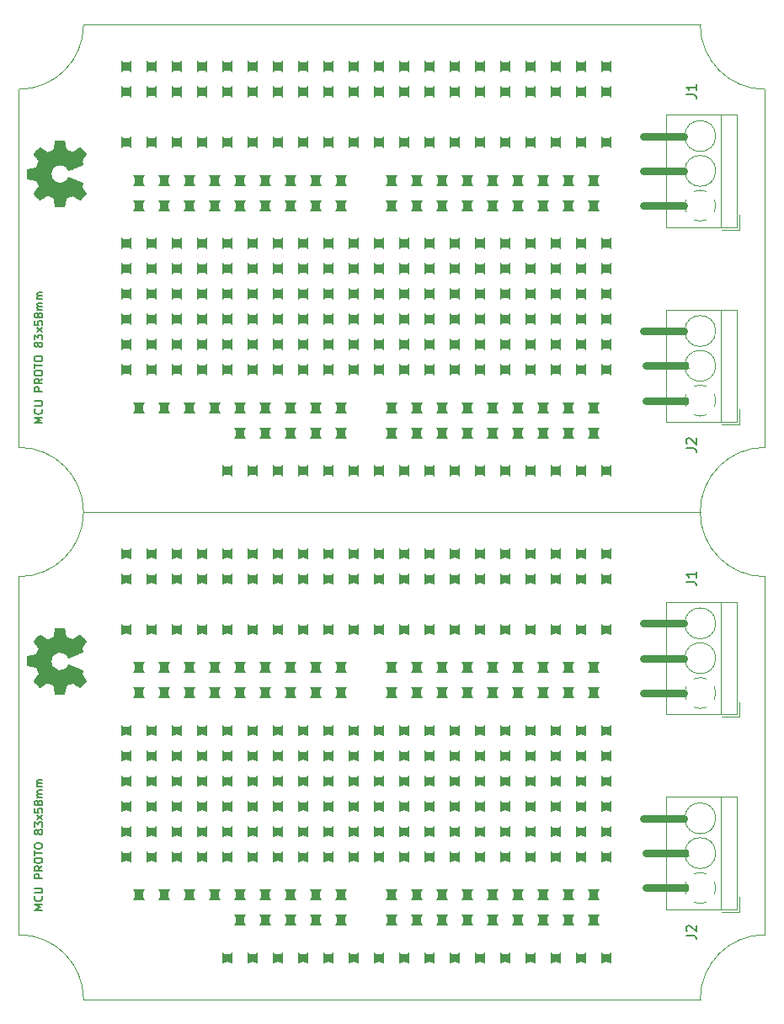
<source format=gbr>
G04 #@! TF.GenerationSoftware,KiCad,Pcbnew,7.0.11+dfsg-1build4*
G04 #@! TF.CreationDate,2025-11-24T13:09:25-05:00*
G04 #@! TF.ProjectId,,58585858-5858-4585-9858-585858585858,rev?*
G04 #@! TF.SameCoordinates,Original*
G04 #@! TF.FileFunction,Legend,Top*
G04 #@! TF.FilePolarity,Positive*
%FSLAX46Y46*%
G04 Gerber Fmt 4.6, Leading zero omitted, Abs format (unit mm)*
G04 Created by KiCad (PCBNEW 7.0.11+dfsg-1build4) date 2025-11-24 13:09:25*
%MOMM*%
%LPD*%
G01*
G04 APERTURE LIST*
%ADD10C,0.800000*%
%ADD11C,0.150000*%
%ADD12C,0.100000*%
%ADD13C,0.120000*%
%ADD14C,0.010000*%
%ADD15C,1.700000*%
%ADD16C,3.000000*%
%ADD17R,2.400000X2.400000*%
%ADD18C,2.400000*%
G04 #@! TA.AperFunction,Profile*
%ADD19C,0.050000*%
G04 #@! TD*
G04 APERTURE END LIST*
D10*
X127240000Y-122610000D02*
X131290000Y-122610000D01*
X127240000Y-103010000D02*
X131290000Y-103010000D01*
X127240000Y-106510000D02*
X131290000Y-106510000D01*
X127455000Y-126110000D02*
X131505000Y-126110000D01*
X127240000Y-110010000D02*
X131290000Y-110010000D01*
X127455000Y-129610000D02*
X131505000Y-129610000D01*
D11*
X66812395Y-131826681D02*
X66012395Y-131826681D01*
X66012395Y-131826681D02*
X66583823Y-131560015D01*
X66583823Y-131560015D02*
X66012395Y-131293348D01*
X66012395Y-131293348D02*
X66812395Y-131293348D01*
X66736204Y-130455252D02*
X66774300Y-130493348D01*
X66774300Y-130493348D02*
X66812395Y-130607633D01*
X66812395Y-130607633D02*
X66812395Y-130683824D01*
X66812395Y-130683824D02*
X66774300Y-130798110D01*
X66774300Y-130798110D02*
X66698109Y-130874300D01*
X66698109Y-130874300D02*
X66621919Y-130912395D01*
X66621919Y-130912395D02*
X66469538Y-130950491D01*
X66469538Y-130950491D02*
X66355252Y-130950491D01*
X66355252Y-130950491D02*
X66202871Y-130912395D01*
X66202871Y-130912395D02*
X66126680Y-130874300D01*
X66126680Y-130874300D02*
X66050490Y-130798110D01*
X66050490Y-130798110D02*
X66012395Y-130683824D01*
X66012395Y-130683824D02*
X66012395Y-130607633D01*
X66012395Y-130607633D02*
X66050490Y-130493348D01*
X66050490Y-130493348D02*
X66088585Y-130455252D01*
X66012395Y-130112395D02*
X66660014Y-130112395D01*
X66660014Y-130112395D02*
X66736204Y-130074300D01*
X66736204Y-130074300D02*
X66774300Y-130036205D01*
X66774300Y-130036205D02*
X66812395Y-129960014D01*
X66812395Y-129960014D02*
X66812395Y-129807633D01*
X66812395Y-129807633D02*
X66774300Y-129731443D01*
X66774300Y-129731443D02*
X66736204Y-129693348D01*
X66736204Y-129693348D02*
X66660014Y-129655252D01*
X66660014Y-129655252D02*
X66012395Y-129655252D01*
X66812395Y-128664776D02*
X66012395Y-128664776D01*
X66012395Y-128664776D02*
X66012395Y-128360014D01*
X66012395Y-128360014D02*
X66050490Y-128283824D01*
X66050490Y-128283824D02*
X66088585Y-128245729D01*
X66088585Y-128245729D02*
X66164776Y-128207633D01*
X66164776Y-128207633D02*
X66279061Y-128207633D01*
X66279061Y-128207633D02*
X66355252Y-128245729D01*
X66355252Y-128245729D02*
X66393347Y-128283824D01*
X66393347Y-128283824D02*
X66431442Y-128360014D01*
X66431442Y-128360014D02*
X66431442Y-128664776D01*
X66812395Y-127407633D02*
X66431442Y-127674300D01*
X66812395Y-127864776D02*
X66012395Y-127864776D01*
X66012395Y-127864776D02*
X66012395Y-127560014D01*
X66012395Y-127560014D02*
X66050490Y-127483824D01*
X66050490Y-127483824D02*
X66088585Y-127445729D01*
X66088585Y-127445729D02*
X66164776Y-127407633D01*
X66164776Y-127407633D02*
X66279061Y-127407633D01*
X66279061Y-127407633D02*
X66355252Y-127445729D01*
X66355252Y-127445729D02*
X66393347Y-127483824D01*
X66393347Y-127483824D02*
X66431442Y-127560014D01*
X66431442Y-127560014D02*
X66431442Y-127864776D01*
X66012395Y-126912395D02*
X66012395Y-126760014D01*
X66012395Y-126760014D02*
X66050490Y-126683824D01*
X66050490Y-126683824D02*
X66126680Y-126607633D01*
X66126680Y-126607633D02*
X66279061Y-126569538D01*
X66279061Y-126569538D02*
X66545728Y-126569538D01*
X66545728Y-126569538D02*
X66698109Y-126607633D01*
X66698109Y-126607633D02*
X66774300Y-126683824D01*
X66774300Y-126683824D02*
X66812395Y-126760014D01*
X66812395Y-126760014D02*
X66812395Y-126912395D01*
X66812395Y-126912395D02*
X66774300Y-126988586D01*
X66774300Y-126988586D02*
X66698109Y-127064776D01*
X66698109Y-127064776D02*
X66545728Y-127102872D01*
X66545728Y-127102872D02*
X66279061Y-127102872D01*
X66279061Y-127102872D02*
X66126680Y-127064776D01*
X66126680Y-127064776D02*
X66050490Y-126988586D01*
X66050490Y-126988586D02*
X66012395Y-126912395D01*
X66012395Y-126340967D02*
X66012395Y-125883824D01*
X66812395Y-126112396D02*
X66012395Y-126112396D01*
X66012395Y-125464776D02*
X66012395Y-125312395D01*
X66012395Y-125312395D02*
X66050490Y-125236205D01*
X66050490Y-125236205D02*
X66126680Y-125160014D01*
X66126680Y-125160014D02*
X66279061Y-125121919D01*
X66279061Y-125121919D02*
X66545728Y-125121919D01*
X66545728Y-125121919D02*
X66698109Y-125160014D01*
X66698109Y-125160014D02*
X66774300Y-125236205D01*
X66774300Y-125236205D02*
X66812395Y-125312395D01*
X66812395Y-125312395D02*
X66812395Y-125464776D01*
X66812395Y-125464776D02*
X66774300Y-125540967D01*
X66774300Y-125540967D02*
X66698109Y-125617157D01*
X66698109Y-125617157D02*
X66545728Y-125655253D01*
X66545728Y-125655253D02*
X66279061Y-125655253D01*
X66279061Y-125655253D02*
X66126680Y-125617157D01*
X66126680Y-125617157D02*
X66050490Y-125540967D01*
X66050490Y-125540967D02*
X66012395Y-125464776D01*
X66355252Y-124055253D02*
X66317157Y-124131443D01*
X66317157Y-124131443D02*
X66279061Y-124169538D01*
X66279061Y-124169538D02*
X66202871Y-124207634D01*
X66202871Y-124207634D02*
X66164776Y-124207634D01*
X66164776Y-124207634D02*
X66088585Y-124169538D01*
X66088585Y-124169538D02*
X66050490Y-124131443D01*
X66050490Y-124131443D02*
X66012395Y-124055253D01*
X66012395Y-124055253D02*
X66012395Y-123902872D01*
X66012395Y-123902872D02*
X66050490Y-123826681D01*
X66050490Y-123826681D02*
X66088585Y-123788586D01*
X66088585Y-123788586D02*
X66164776Y-123750491D01*
X66164776Y-123750491D02*
X66202871Y-123750491D01*
X66202871Y-123750491D02*
X66279061Y-123788586D01*
X66279061Y-123788586D02*
X66317157Y-123826681D01*
X66317157Y-123826681D02*
X66355252Y-123902872D01*
X66355252Y-123902872D02*
X66355252Y-124055253D01*
X66355252Y-124055253D02*
X66393347Y-124131443D01*
X66393347Y-124131443D02*
X66431442Y-124169538D01*
X66431442Y-124169538D02*
X66507633Y-124207634D01*
X66507633Y-124207634D02*
X66660014Y-124207634D01*
X66660014Y-124207634D02*
X66736204Y-124169538D01*
X66736204Y-124169538D02*
X66774300Y-124131443D01*
X66774300Y-124131443D02*
X66812395Y-124055253D01*
X66812395Y-124055253D02*
X66812395Y-123902872D01*
X66812395Y-123902872D02*
X66774300Y-123826681D01*
X66774300Y-123826681D02*
X66736204Y-123788586D01*
X66736204Y-123788586D02*
X66660014Y-123750491D01*
X66660014Y-123750491D02*
X66507633Y-123750491D01*
X66507633Y-123750491D02*
X66431442Y-123788586D01*
X66431442Y-123788586D02*
X66393347Y-123826681D01*
X66393347Y-123826681D02*
X66355252Y-123902872D01*
X66012395Y-123483824D02*
X66012395Y-122988586D01*
X66012395Y-122988586D02*
X66317157Y-123255252D01*
X66317157Y-123255252D02*
X66317157Y-123140967D01*
X66317157Y-123140967D02*
X66355252Y-123064776D01*
X66355252Y-123064776D02*
X66393347Y-123026681D01*
X66393347Y-123026681D02*
X66469538Y-122988586D01*
X66469538Y-122988586D02*
X66660014Y-122988586D01*
X66660014Y-122988586D02*
X66736204Y-123026681D01*
X66736204Y-123026681D02*
X66774300Y-123064776D01*
X66774300Y-123064776D02*
X66812395Y-123140967D01*
X66812395Y-123140967D02*
X66812395Y-123369538D01*
X66812395Y-123369538D02*
X66774300Y-123445729D01*
X66774300Y-123445729D02*
X66736204Y-123483824D01*
X66812395Y-122721919D02*
X66279061Y-122302871D01*
X66279061Y-122721919D02*
X66812395Y-122302871D01*
X66012395Y-121617157D02*
X66012395Y-121998109D01*
X66012395Y-121998109D02*
X66393347Y-122036205D01*
X66393347Y-122036205D02*
X66355252Y-121998109D01*
X66355252Y-121998109D02*
X66317157Y-121921919D01*
X66317157Y-121921919D02*
X66317157Y-121731443D01*
X66317157Y-121731443D02*
X66355252Y-121655252D01*
X66355252Y-121655252D02*
X66393347Y-121617157D01*
X66393347Y-121617157D02*
X66469538Y-121579062D01*
X66469538Y-121579062D02*
X66660014Y-121579062D01*
X66660014Y-121579062D02*
X66736204Y-121617157D01*
X66736204Y-121617157D02*
X66774300Y-121655252D01*
X66774300Y-121655252D02*
X66812395Y-121731443D01*
X66812395Y-121731443D02*
X66812395Y-121921919D01*
X66812395Y-121921919D02*
X66774300Y-121998109D01*
X66774300Y-121998109D02*
X66736204Y-122036205D01*
X66355252Y-121121919D02*
X66317157Y-121198109D01*
X66317157Y-121198109D02*
X66279061Y-121236204D01*
X66279061Y-121236204D02*
X66202871Y-121274300D01*
X66202871Y-121274300D02*
X66164776Y-121274300D01*
X66164776Y-121274300D02*
X66088585Y-121236204D01*
X66088585Y-121236204D02*
X66050490Y-121198109D01*
X66050490Y-121198109D02*
X66012395Y-121121919D01*
X66012395Y-121121919D02*
X66012395Y-120969538D01*
X66012395Y-120969538D02*
X66050490Y-120893347D01*
X66050490Y-120893347D02*
X66088585Y-120855252D01*
X66088585Y-120855252D02*
X66164776Y-120817157D01*
X66164776Y-120817157D02*
X66202871Y-120817157D01*
X66202871Y-120817157D02*
X66279061Y-120855252D01*
X66279061Y-120855252D02*
X66317157Y-120893347D01*
X66317157Y-120893347D02*
X66355252Y-120969538D01*
X66355252Y-120969538D02*
X66355252Y-121121919D01*
X66355252Y-121121919D02*
X66393347Y-121198109D01*
X66393347Y-121198109D02*
X66431442Y-121236204D01*
X66431442Y-121236204D02*
X66507633Y-121274300D01*
X66507633Y-121274300D02*
X66660014Y-121274300D01*
X66660014Y-121274300D02*
X66736204Y-121236204D01*
X66736204Y-121236204D02*
X66774300Y-121198109D01*
X66774300Y-121198109D02*
X66812395Y-121121919D01*
X66812395Y-121121919D02*
X66812395Y-120969538D01*
X66812395Y-120969538D02*
X66774300Y-120893347D01*
X66774300Y-120893347D02*
X66736204Y-120855252D01*
X66736204Y-120855252D02*
X66660014Y-120817157D01*
X66660014Y-120817157D02*
X66507633Y-120817157D01*
X66507633Y-120817157D02*
X66431442Y-120855252D01*
X66431442Y-120855252D02*
X66393347Y-120893347D01*
X66393347Y-120893347D02*
X66355252Y-120969538D01*
X66812395Y-120474299D02*
X66279061Y-120474299D01*
X66355252Y-120474299D02*
X66317157Y-120436204D01*
X66317157Y-120436204D02*
X66279061Y-120360014D01*
X66279061Y-120360014D02*
X66279061Y-120245728D01*
X66279061Y-120245728D02*
X66317157Y-120169537D01*
X66317157Y-120169537D02*
X66393347Y-120131442D01*
X66393347Y-120131442D02*
X66812395Y-120131442D01*
X66393347Y-120131442D02*
X66317157Y-120093347D01*
X66317157Y-120093347D02*
X66279061Y-120017156D01*
X66279061Y-120017156D02*
X66279061Y-119902871D01*
X66279061Y-119902871D02*
X66317157Y-119826680D01*
X66317157Y-119826680D02*
X66393347Y-119788585D01*
X66393347Y-119788585D02*
X66812395Y-119788585D01*
X66812395Y-119407632D02*
X66279061Y-119407632D01*
X66355252Y-119407632D02*
X66317157Y-119369537D01*
X66317157Y-119369537D02*
X66279061Y-119293347D01*
X66279061Y-119293347D02*
X66279061Y-119179061D01*
X66279061Y-119179061D02*
X66317157Y-119102870D01*
X66317157Y-119102870D02*
X66393347Y-119064775D01*
X66393347Y-119064775D02*
X66812395Y-119064775D01*
X66393347Y-119064775D02*
X66317157Y-119026680D01*
X66317157Y-119026680D02*
X66279061Y-118950489D01*
X66279061Y-118950489D02*
X66279061Y-118836204D01*
X66279061Y-118836204D02*
X66317157Y-118760013D01*
X66317157Y-118760013D02*
X66393347Y-118721918D01*
X66393347Y-118721918D02*
X66812395Y-118721918D01*
D10*
X127455000Y-80610000D02*
X131505000Y-80610000D01*
X127240000Y-61010000D02*
X131290000Y-61010000D01*
X127455000Y-77110000D02*
X131505000Y-77110000D01*
X127240000Y-57510000D02*
X131290000Y-57510000D01*
X127240000Y-54010000D02*
X131290000Y-54010000D01*
X127240000Y-73610000D02*
X131290000Y-73610000D01*
D11*
X66812395Y-82826681D02*
X66012395Y-82826681D01*
X66012395Y-82826681D02*
X66583823Y-82560015D01*
X66583823Y-82560015D02*
X66012395Y-82293348D01*
X66012395Y-82293348D02*
X66812395Y-82293348D01*
X66736204Y-81455252D02*
X66774300Y-81493348D01*
X66774300Y-81493348D02*
X66812395Y-81607633D01*
X66812395Y-81607633D02*
X66812395Y-81683824D01*
X66812395Y-81683824D02*
X66774300Y-81798110D01*
X66774300Y-81798110D02*
X66698109Y-81874300D01*
X66698109Y-81874300D02*
X66621919Y-81912395D01*
X66621919Y-81912395D02*
X66469538Y-81950491D01*
X66469538Y-81950491D02*
X66355252Y-81950491D01*
X66355252Y-81950491D02*
X66202871Y-81912395D01*
X66202871Y-81912395D02*
X66126680Y-81874300D01*
X66126680Y-81874300D02*
X66050490Y-81798110D01*
X66050490Y-81798110D02*
X66012395Y-81683824D01*
X66012395Y-81683824D02*
X66012395Y-81607633D01*
X66012395Y-81607633D02*
X66050490Y-81493348D01*
X66050490Y-81493348D02*
X66088585Y-81455252D01*
X66012395Y-81112395D02*
X66660014Y-81112395D01*
X66660014Y-81112395D02*
X66736204Y-81074300D01*
X66736204Y-81074300D02*
X66774300Y-81036205D01*
X66774300Y-81036205D02*
X66812395Y-80960014D01*
X66812395Y-80960014D02*
X66812395Y-80807633D01*
X66812395Y-80807633D02*
X66774300Y-80731443D01*
X66774300Y-80731443D02*
X66736204Y-80693348D01*
X66736204Y-80693348D02*
X66660014Y-80655252D01*
X66660014Y-80655252D02*
X66012395Y-80655252D01*
X66812395Y-79664776D02*
X66012395Y-79664776D01*
X66012395Y-79664776D02*
X66012395Y-79360014D01*
X66012395Y-79360014D02*
X66050490Y-79283824D01*
X66050490Y-79283824D02*
X66088585Y-79245729D01*
X66088585Y-79245729D02*
X66164776Y-79207633D01*
X66164776Y-79207633D02*
X66279061Y-79207633D01*
X66279061Y-79207633D02*
X66355252Y-79245729D01*
X66355252Y-79245729D02*
X66393347Y-79283824D01*
X66393347Y-79283824D02*
X66431442Y-79360014D01*
X66431442Y-79360014D02*
X66431442Y-79664776D01*
X66812395Y-78407633D02*
X66431442Y-78674300D01*
X66812395Y-78864776D02*
X66012395Y-78864776D01*
X66012395Y-78864776D02*
X66012395Y-78560014D01*
X66012395Y-78560014D02*
X66050490Y-78483824D01*
X66050490Y-78483824D02*
X66088585Y-78445729D01*
X66088585Y-78445729D02*
X66164776Y-78407633D01*
X66164776Y-78407633D02*
X66279061Y-78407633D01*
X66279061Y-78407633D02*
X66355252Y-78445729D01*
X66355252Y-78445729D02*
X66393347Y-78483824D01*
X66393347Y-78483824D02*
X66431442Y-78560014D01*
X66431442Y-78560014D02*
X66431442Y-78864776D01*
X66012395Y-77912395D02*
X66012395Y-77760014D01*
X66012395Y-77760014D02*
X66050490Y-77683824D01*
X66050490Y-77683824D02*
X66126680Y-77607633D01*
X66126680Y-77607633D02*
X66279061Y-77569538D01*
X66279061Y-77569538D02*
X66545728Y-77569538D01*
X66545728Y-77569538D02*
X66698109Y-77607633D01*
X66698109Y-77607633D02*
X66774300Y-77683824D01*
X66774300Y-77683824D02*
X66812395Y-77760014D01*
X66812395Y-77760014D02*
X66812395Y-77912395D01*
X66812395Y-77912395D02*
X66774300Y-77988586D01*
X66774300Y-77988586D02*
X66698109Y-78064776D01*
X66698109Y-78064776D02*
X66545728Y-78102872D01*
X66545728Y-78102872D02*
X66279061Y-78102872D01*
X66279061Y-78102872D02*
X66126680Y-78064776D01*
X66126680Y-78064776D02*
X66050490Y-77988586D01*
X66050490Y-77988586D02*
X66012395Y-77912395D01*
X66012395Y-77340967D02*
X66012395Y-76883824D01*
X66812395Y-77112396D02*
X66012395Y-77112396D01*
X66012395Y-76464776D02*
X66012395Y-76312395D01*
X66012395Y-76312395D02*
X66050490Y-76236205D01*
X66050490Y-76236205D02*
X66126680Y-76160014D01*
X66126680Y-76160014D02*
X66279061Y-76121919D01*
X66279061Y-76121919D02*
X66545728Y-76121919D01*
X66545728Y-76121919D02*
X66698109Y-76160014D01*
X66698109Y-76160014D02*
X66774300Y-76236205D01*
X66774300Y-76236205D02*
X66812395Y-76312395D01*
X66812395Y-76312395D02*
X66812395Y-76464776D01*
X66812395Y-76464776D02*
X66774300Y-76540967D01*
X66774300Y-76540967D02*
X66698109Y-76617157D01*
X66698109Y-76617157D02*
X66545728Y-76655253D01*
X66545728Y-76655253D02*
X66279061Y-76655253D01*
X66279061Y-76655253D02*
X66126680Y-76617157D01*
X66126680Y-76617157D02*
X66050490Y-76540967D01*
X66050490Y-76540967D02*
X66012395Y-76464776D01*
X66355252Y-75055253D02*
X66317157Y-75131443D01*
X66317157Y-75131443D02*
X66279061Y-75169538D01*
X66279061Y-75169538D02*
X66202871Y-75207634D01*
X66202871Y-75207634D02*
X66164776Y-75207634D01*
X66164776Y-75207634D02*
X66088585Y-75169538D01*
X66088585Y-75169538D02*
X66050490Y-75131443D01*
X66050490Y-75131443D02*
X66012395Y-75055253D01*
X66012395Y-75055253D02*
X66012395Y-74902872D01*
X66012395Y-74902872D02*
X66050490Y-74826681D01*
X66050490Y-74826681D02*
X66088585Y-74788586D01*
X66088585Y-74788586D02*
X66164776Y-74750491D01*
X66164776Y-74750491D02*
X66202871Y-74750491D01*
X66202871Y-74750491D02*
X66279061Y-74788586D01*
X66279061Y-74788586D02*
X66317157Y-74826681D01*
X66317157Y-74826681D02*
X66355252Y-74902872D01*
X66355252Y-74902872D02*
X66355252Y-75055253D01*
X66355252Y-75055253D02*
X66393347Y-75131443D01*
X66393347Y-75131443D02*
X66431442Y-75169538D01*
X66431442Y-75169538D02*
X66507633Y-75207634D01*
X66507633Y-75207634D02*
X66660014Y-75207634D01*
X66660014Y-75207634D02*
X66736204Y-75169538D01*
X66736204Y-75169538D02*
X66774300Y-75131443D01*
X66774300Y-75131443D02*
X66812395Y-75055253D01*
X66812395Y-75055253D02*
X66812395Y-74902872D01*
X66812395Y-74902872D02*
X66774300Y-74826681D01*
X66774300Y-74826681D02*
X66736204Y-74788586D01*
X66736204Y-74788586D02*
X66660014Y-74750491D01*
X66660014Y-74750491D02*
X66507633Y-74750491D01*
X66507633Y-74750491D02*
X66431442Y-74788586D01*
X66431442Y-74788586D02*
X66393347Y-74826681D01*
X66393347Y-74826681D02*
X66355252Y-74902872D01*
X66012395Y-74483824D02*
X66012395Y-73988586D01*
X66012395Y-73988586D02*
X66317157Y-74255252D01*
X66317157Y-74255252D02*
X66317157Y-74140967D01*
X66317157Y-74140967D02*
X66355252Y-74064776D01*
X66355252Y-74064776D02*
X66393347Y-74026681D01*
X66393347Y-74026681D02*
X66469538Y-73988586D01*
X66469538Y-73988586D02*
X66660014Y-73988586D01*
X66660014Y-73988586D02*
X66736204Y-74026681D01*
X66736204Y-74026681D02*
X66774300Y-74064776D01*
X66774300Y-74064776D02*
X66812395Y-74140967D01*
X66812395Y-74140967D02*
X66812395Y-74369538D01*
X66812395Y-74369538D02*
X66774300Y-74445729D01*
X66774300Y-74445729D02*
X66736204Y-74483824D01*
X66812395Y-73721919D02*
X66279061Y-73302871D01*
X66279061Y-73721919D02*
X66812395Y-73302871D01*
X66012395Y-72617157D02*
X66012395Y-72998109D01*
X66012395Y-72998109D02*
X66393347Y-73036205D01*
X66393347Y-73036205D02*
X66355252Y-72998109D01*
X66355252Y-72998109D02*
X66317157Y-72921919D01*
X66317157Y-72921919D02*
X66317157Y-72731443D01*
X66317157Y-72731443D02*
X66355252Y-72655252D01*
X66355252Y-72655252D02*
X66393347Y-72617157D01*
X66393347Y-72617157D02*
X66469538Y-72579062D01*
X66469538Y-72579062D02*
X66660014Y-72579062D01*
X66660014Y-72579062D02*
X66736204Y-72617157D01*
X66736204Y-72617157D02*
X66774300Y-72655252D01*
X66774300Y-72655252D02*
X66812395Y-72731443D01*
X66812395Y-72731443D02*
X66812395Y-72921919D01*
X66812395Y-72921919D02*
X66774300Y-72998109D01*
X66774300Y-72998109D02*
X66736204Y-73036205D01*
X66355252Y-72121919D02*
X66317157Y-72198109D01*
X66317157Y-72198109D02*
X66279061Y-72236204D01*
X66279061Y-72236204D02*
X66202871Y-72274300D01*
X66202871Y-72274300D02*
X66164776Y-72274300D01*
X66164776Y-72274300D02*
X66088585Y-72236204D01*
X66088585Y-72236204D02*
X66050490Y-72198109D01*
X66050490Y-72198109D02*
X66012395Y-72121919D01*
X66012395Y-72121919D02*
X66012395Y-71969538D01*
X66012395Y-71969538D02*
X66050490Y-71893347D01*
X66050490Y-71893347D02*
X66088585Y-71855252D01*
X66088585Y-71855252D02*
X66164776Y-71817157D01*
X66164776Y-71817157D02*
X66202871Y-71817157D01*
X66202871Y-71817157D02*
X66279061Y-71855252D01*
X66279061Y-71855252D02*
X66317157Y-71893347D01*
X66317157Y-71893347D02*
X66355252Y-71969538D01*
X66355252Y-71969538D02*
X66355252Y-72121919D01*
X66355252Y-72121919D02*
X66393347Y-72198109D01*
X66393347Y-72198109D02*
X66431442Y-72236204D01*
X66431442Y-72236204D02*
X66507633Y-72274300D01*
X66507633Y-72274300D02*
X66660014Y-72274300D01*
X66660014Y-72274300D02*
X66736204Y-72236204D01*
X66736204Y-72236204D02*
X66774300Y-72198109D01*
X66774300Y-72198109D02*
X66812395Y-72121919D01*
X66812395Y-72121919D02*
X66812395Y-71969538D01*
X66812395Y-71969538D02*
X66774300Y-71893347D01*
X66774300Y-71893347D02*
X66736204Y-71855252D01*
X66736204Y-71855252D02*
X66660014Y-71817157D01*
X66660014Y-71817157D02*
X66507633Y-71817157D01*
X66507633Y-71817157D02*
X66431442Y-71855252D01*
X66431442Y-71855252D02*
X66393347Y-71893347D01*
X66393347Y-71893347D02*
X66355252Y-71969538D01*
X66812395Y-71474299D02*
X66279061Y-71474299D01*
X66355252Y-71474299D02*
X66317157Y-71436204D01*
X66317157Y-71436204D02*
X66279061Y-71360014D01*
X66279061Y-71360014D02*
X66279061Y-71245728D01*
X66279061Y-71245728D02*
X66317157Y-71169537D01*
X66317157Y-71169537D02*
X66393347Y-71131442D01*
X66393347Y-71131442D02*
X66812395Y-71131442D01*
X66393347Y-71131442D02*
X66317157Y-71093347D01*
X66317157Y-71093347D02*
X66279061Y-71017156D01*
X66279061Y-71017156D02*
X66279061Y-70902871D01*
X66279061Y-70902871D02*
X66317157Y-70826680D01*
X66317157Y-70826680D02*
X66393347Y-70788585D01*
X66393347Y-70788585D02*
X66812395Y-70788585D01*
X66812395Y-70407632D02*
X66279061Y-70407632D01*
X66355252Y-70407632D02*
X66317157Y-70369537D01*
X66317157Y-70369537D02*
X66279061Y-70293347D01*
X66279061Y-70293347D02*
X66279061Y-70179061D01*
X66279061Y-70179061D02*
X66317157Y-70102870D01*
X66317157Y-70102870D02*
X66393347Y-70064775D01*
X66393347Y-70064775D02*
X66812395Y-70064775D01*
X66393347Y-70064775D02*
X66317157Y-70026680D01*
X66317157Y-70026680D02*
X66279061Y-69950489D01*
X66279061Y-69950489D02*
X66279061Y-69836204D01*
X66279061Y-69836204D02*
X66317157Y-69760013D01*
X66317157Y-69760013D02*
X66393347Y-69721918D01*
X66393347Y-69721918D02*
X66812395Y-69721918D01*
X131534819Y-98823333D02*
X132249104Y-98823333D01*
X132249104Y-98823333D02*
X132391961Y-98870952D01*
X132391961Y-98870952D02*
X132487200Y-98966190D01*
X132487200Y-98966190D02*
X132534819Y-99109047D01*
X132534819Y-99109047D02*
X132534819Y-99204285D01*
X132534819Y-97823333D02*
X132534819Y-98394761D01*
X132534819Y-98109047D02*
X131534819Y-98109047D01*
X131534819Y-98109047D02*
X131677676Y-98204285D01*
X131677676Y-98204285D02*
X131772914Y-98299523D01*
X131772914Y-98299523D02*
X131820533Y-98394761D01*
X131534819Y-134383333D02*
X132249104Y-134383333D01*
X132249104Y-134383333D02*
X132391961Y-134430952D01*
X132391961Y-134430952D02*
X132487200Y-134526190D01*
X132487200Y-134526190D02*
X132534819Y-134669047D01*
X132534819Y-134669047D02*
X132534819Y-134764285D01*
X131630057Y-133954761D02*
X131582438Y-133907142D01*
X131582438Y-133907142D02*
X131534819Y-133811904D01*
X131534819Y-133811904D02*
X131534819Y-133573809D01*
X131534819Y-133573809D02*
X131582438Y-133478571D01*
X131582438Y-133478571D02*
X131630057Y-133430952D01*
X131630057Y-133430952D02*
X131725295Y-133383333D01*
X131725295Y-133383333D02*
X131820533Y-133383333D01*
X131820533Y-133383333D02*
X131963390Y-133430952D01*
X131963390Y-133430952D02*
X132534819Y-134002380D01*
X132534819Y-134002380D02*
X132534819Y-133383333D01*
X131534819Y-85383333D02*
X132249104Y-85383333D01*
X132249104Y-85383333D02*
X132391961Y-85430952D01*
X132391961Y-85430952D02*
X132487200Y-85526190D01*
X132487200Y-85526190D02*
X132534819Y-85669047D01*
X132534819Y-85669047D02*
X132534819Y-85764285D01*
X131630057Y-84954761D02*
X131582438Y-84907142D01*
X131582438Y-84907142D02*
X131534819Y-84811904D01*
X131534819Y-84811904D02*
X131534819Y-84573809D01*
X131534819Y-84573809D02*
X131582438Y-84478571D01*
X131582438Y-84478571D02*
X131630057Y-84430952D01*
X131630057Y-84430952D02*
X131725295Y-84383333D01*
X131725295Y-84383333D02*
X131820533Y-84383333D01*
X131820533Y-84383333D02*
X131963390Y-84430952D01*
X131963390Y-84430952D02*
X132534819Y-85002380D01*
X132534819Y-85002380D02*
X132534819Y-84383333D01*
X131534819Y-49823333D02*
X132249104Y-49823333D01*
X132249104Y-49823333D02*
X132391961Y-49870952D01*
X132391961Y-49870952D02*
X132487200Y-49966190D01*
X132487200Y-49966190D02*
X132534819Y-50109047D01*
X132534819Y-50109047D02*
X132534819Y-50204285D01*
X132534819Y-48823333D02*
X132534819Y-49394761D01*
X132534819Y-49109047D02*
X131534819Y-49109047D01*
X131534819Y-49109047D02*
X131677676Y-49204285D01*
X131677676Y-49204285D02*
X131772914Y-49299523D01*
X131772914Y-49299523D02*
X131820533Y-49394761D01*
D12*
X75700000Y-124450000D02*
X75624929Y-124403652D01*
X75461368Y-124337569D01*
X75288203Y-124303909D01*
X75111797Y-124303909D01*
X74938632Y-124337569D01*
X74775071Y-124403652D01*
X74700000Y-124450000D01*
X74700000Y-123410000D01*
X74775072Y-123456348D01*
X74938632Y-123522430D01*
X75111797Y-123556090D01*
X75288203Y-123556090D01*
X75461368Y-123522430D01*
X75624928Y-123456348D01*
X75700000Y-123410000D01*
X75700000Y-124450000D01*
G36*
X75700000Y-124450000D02*
G01*
X75624929Y-124403652D01*
X75461368Y-124337569D01*
X75288203Y-124303909D01*
X75111797Y-124303909D01*
X74938632Y-124337569D01*
X74775071Y-124403652D01*
X74700000Y-124450000D01*
X74700000Y-123410000D01*
X74775072Y-123456348D01*
X74938632Y-123522430D01*
X75111797Y-123556090D01*
X75288203Y-123556090D01*
X75461368Y-123522430D01*
X75624928Y-123456348D01*
X75700000Y-123410000D01*
X75700000Y-124450000D01*
G37*
X115043652Y-132395071D02*
X114977569Y-132558632D01*
X114943909Y-132731797D01*
X114943909Y-132908203D01*
X114977569Y-133081368D01*
X115043652Y-133244929D01*
X115090000Y-133320000D01*
X114050000Y-133320000D01*
X114096348Y-133244928D01*
X114162430Y-133081368D01*
X114196090Y-132908203D01*
X114196090Y-132731797D01*
X114162430Y-132558632D01*
X114096348Y-132395072D01*
X114050000Y-132320000D01*
X115090000Y-132320000D01*
X115043652Y-132395071D01*
G36*
X115043652Y-132395071D02*
G01*
X114977569Y-132558632D01*
X114943909Y-132731797D01*
X114943909Y-132908203D01*
X114977569Y-133081368D01*
X115043652Y-133244929D01*
X115090000Y-133320000D01*
X114050000Y-133320000D01*
X114096348Y-133244928D01*
X114162430Y-133081368D01*
X114196090Y-132908203D01*
X114196090Y-132731797D01*
X114162430Y-132558632D01*
X114096348Y-132395072D01*
X114050000Y-132320000D01*
X115090000Y-132320000D01*
X115043652Y-132395071D01*
G37*
X109963652Y-129855071D02*
X109897569Y-130018632D01*
X109863909Y-130191797D01*
X109863909Y-130368203D01*
X109897569Y-130541368D01*
X109963652Y-130704929D01*
X110010000Y-130780000D01*
X108970000Y-130780000D01*
X109016348Y-130704928D01*
X109082430Y-130541368D01*
X109116090Y-130368203D01*
X109116090Y-130191797D01*
X109082430Y-130018632D01*
X109016348Y-129855072D01*
X108970000Y-129780000D01*
X110010000Y-129780000D01*
X109963652Y-129855071D01*
G36*
X109963652Y-129855071D02*
G01*
X109897569Y-130018632D01*
X109863909Y-130191797D01*
X109863909Y-130368203D01*
X109897569Y-130541368D01*
X109963652Y-130704929D01*
X110010000Y-130780000D01*
X108970000Y-130780000D01*
X109016348Y-130704928D01*
X109082430Y-130541368D01*
X109116090Y-130368203D01*
X109116090Y-130191797D01*
X109082430Y-130018632D01*
X109016348Y-129855072D01*
X108970000Y-129780000D01*
X110010000Y-129780000D01*
X109963652Y-129855071D01*
G37*
X85860000Y-137150000D02*
X85784929Y-137103652D01*
X85621368Y-137037569D01*
X85448203Y-137003909D01*
X85271797Y-137003909D01*
X85098632Y-137037569D01*
X84935071Y-137103652D01*
X84860000Y-137150000D01*
X84860000Y-136110000D01*
X84935072Y-136156348D01*
X85098632Y-136222430D01*
X85271797Y-136256090D01*
X85448203Y-136256090D01*
X85621368Y-136222430D01*
X85784928Y-136156348D01*
X85860000Y-136110000D01*
X85860000Y-137150000D01*
G36*
X85860000Y-137150000D02*
G01*
X85784929Y-137103652D01*
X85621368Y-137037569D01*
X85448203Y-137003909D01*
X85271797Y-137003909D01*
X85098632Y-137037569D01*
X84935071Y-137103652D01*
X84860000Y-137150000D01*
X84860000Y-136110000D01*
X84935072Y-136156348D01*
X85098632Y-136222430D01*
X85271797Y-136256090D01*
X85448203Y-136256090D01*
X85621368Y-136222430D01*
X85784928Y-136156348D01*
X85860000Y-136110000D01*
X85860000Y-137150000D01*
G37*
X90940000Y-119370000D02*
X90864929Y-119323652D01*
X90701368Y-119257569D01*
X90528203Y-119223909D01*
X90351797Y-119223909D01*
X90178632Y-119257569D01*
X90015071Y-119323652D01*
X89940000Y-119370000D01*
X89940000Y-118330000D01*
X90015072Y-118376348D01*
X90178632Y-118442430D01*
X90351797Y-118476090D01*
X90528203Y-118476090D01*
X90701368Y-118442430D01*
X90864928Y-118376348D01*
X90940000Y-118330000D01*
X90940000Y-119370000D01*
G36*
X90940000Y-119370000D02*
G01*
X90864929Y-119323652D01*
X90701368Y-119257569D01*
X90528203Y-119223909D01*
X90351797Y-119223909D01*
X90178632Y-119257569D01*
X90015071Y-119323652D01*
X89940000Y-119370000D01*
X89940000Y-118330000D01*
X90015072Y-118376348D01*
X90178632Y-118442430D01*
X90351797Y-118476090D01*
X90528203Y-118476090D01*
X90701368Y-118442430D01*
X90864928Y-118376348D01*
X90940000Y-118330000D01*
X90940000Y-119370000D01*
G37*
X88400000Y-114290000D02*
X88324929Y-114243652D01*
X88161368Y-114177569D01*
X87988203Y-114143909D01*
X87811797Y-114143909D01*
X87638632Y-114177569D01*
X87475071Y-114243652D01*
X87400000Y-114290000D01*
X87400000Y-113250000D01*
X87475072Y-113296348D01*
X87638632Y-113362430D01*
X87811797Y-113396090D01*
X87988203Y-113396090D01*
X88161368Y-113362430D01*
X88324928Y-113296348D01*
X88400000Y-113250000D01*
X88400000Y-114290000D01*
G36*
X88400000Y-114290000D02*
G01*
X88324929Y-114243652D01*
X88161368Y-114177569D01*
X87988203Y-114143909D01*
X87811797Y-114143909D01*
X87638632Y-114177569D01*
X87475071Y-114243652D01*
X87400000Y-114290000D01*
X87400000Y-113250000D01*
X87475072Y-113296348D01*
X87638632Y-113362430D01*
X87811797Y-113396090D01*
X87988203Y-113396090D01*
X88161368Y-113362430D01*
X88324928Y-113296348D01*
X88400000Y-113250000D01*
X88400000Y-114290000D01*
G37*
X107423652Y-106995071D02*
X107357569Y-107158632D01*
X107323909Y-107331797D01*
X107323909Y-107508203D01*
X107357569Y-107681368D01*
X107423652Y-107844929D01*
X107470000Y-107920000D01*
X106430000Y-107920000D01*
X106476348Y-107844928D01*
X106542430Y-107681368D01*
X106576090Y-107508203D01*
X106576090Y-107331797D01*
X106542430Y-107158632D01*
X106476348Y-106995072D01*
X106430000Y-106920000D01*
X107470000Y-106920000D01*
X107423652Y-106995071D01*
G36*
X107423652Y-106995071D02*
G01*
X107357569Y-107158632D01*
X107323909Y-107331797D01*
X107323909Y-107508203D01*
X107357569Y-107681368D01*
X107423652Y-107844929D01*
X107470000Y-107920000D01*
X106430000Y-107920000D01*
X106476348Y-107844928D01*
X106542430Y-107681368D01*
X106576090Y-107508203D01*
X106576090Y-107331797D01*
X106542430Y-107158632D01*
X106476348Y-106995072D01*
X106430000Y-106920000D01*
X107470000Y-106920000D01*
X107423652Y-106995071D01*
G37*
X108720000Y-104130000D02*
X108644929Y-104083652D01*
X108481368Y-104017569D01*
X108308203Y-103983909D01*
X108131797Y-103983909D01*
X107958632Y-104017569D01*
X107795071Y-104083652D01*
X107720000Y-104130000D01*
X107720000Y-103090000D01*
X107795072Y-103136348D01*
X107958632Y-103202430D01*
X108131797Y-103236090D01*
X108308203Y-103236090D01*
X108481368Y-103202430D01*
X108644928Y-103136348D01*
X108720000Y-103090000D01*
X108720000Y-104130000D01*
G36*
X108720000Y-104130000D02*
G01*
X108644929Y-104083652D01*
X108481368Y-104017569D01*
X108308203Y-103983909D01*
X108131797Y-103983909D01*
X107958632Y-104017569D01*
X107795071Y-104083652D01*
X107720000Y-104130000D01*
X107720000Y-103090000D01*
X107795072Y-103136348D01*
X107958632Y-103202430D01*
X108131797Y-103236090D01*
X108308203Y-103236090D01*
X108481368Y-103202430D01*
X108644928Y-103136348D01*
X108720000Y-103090000D01*
X108720000Y-104130000D01*
G37*
X115043652Y-109535071D02*
X114977569Y-109698632D01*
X114943909Y-109871797D01*
X114943909Y-110048203D01*
X114977569Y-110221368D01*
X115043652Y-110384929D01*
X115090000Y-110460000D01*
X114050000Y-110460000D01*
X114096348Y-110384928D01*
X114162430Y-110221368D01*
X114196090Y-110048203D01*
X114196090Y-109871797D01*
X114162430Y-109698632D01*
X114096348Y-109535072D01*
X114050000Y-109460000D01*
X115090000Y-109460000D01*
X115043652Y-109535071D01*
G36*
X115043652Y-109535071D02*
G01*
X114977569Y-109698632D01*
X114943909Y-109871797D01*
X114943909Y-110048203D01*
X114977569Y-110221368D01*
X115043652Y-110384929D01*
X115090000Y-110460000D01*
X114050000Y-110460000D01*
X114096348Y-110384928D01*
X114162430Y-110221368D01*
X114196090Y-110048203D01*
X114196090Y-109871797D01*
X114162430Y-109698632D01*
X114096348Y-109535072D01*
X114050000Y-109460000D01*
X115090000Y-109460000D01*
X115043652Y-109535071D01*
G37*
X117583652Y-109535071D02*
X117517569Y-109698632D01*
X117483909Y-109871797D01*
X117483909Y-110048203D01*
X117517569Y-110221368D01*
X117583652Y-110384929D01*
X117630000Y-110460000D01*
X116590000Y-110460000D01*
X116636348Y-110384928D01*
X116702430Y-110221368D01*
X116736090Y-110048203D01*
X116736090Y-109871797D01*
X116702430Y-109698632D01*
X116636348Y-109535072D01*
X116590000Y-109460000D01*
X117630000Y-109460000D01*
X117583652Y-109535071D01*
G36*
X117583652Y-109535071D02*
G01*
X117517569Y-109698632D01*
X117483909Y-109871797D01*
X117483909Y-110048203D01*
X117517569Y-110221368D01*
X117583652Y-110384929D01*
X117630000Y-110460000D01*
X116590000Y-110460000D01*
X116636348Y-110384928D01*
X116702430Y-110221368D01*
X116736090Y-110048203D01*
X116736090Y-109871797D01*
X116702430Y-109698632D01*
X116636348Y-109535072D01*
X116590000Y-109460000D01*
X117630000Y-109460000D01*
X117583652Y-109535071D01*
G37*
X94723652Y-109535071D02*
X94657569Y-109698632D01*
X94623909Y-109871797D01*
X94623909Y-110048203D01*
X94657569Y-110221368D01*
X94723652Y-110384929D01*
X94770000Y-110460000D01*
X93730000Y-110460000D01*
X93776348Y-110384928D01*
X93842430Y-110221368D01*
X93876090Y-110048203D01*
X93876090Y-109871797D01*
X93842430Y-109698632D01*
X93776348Y-109535072D01*
X93730000Y-109460000D01*
X94770000Y-109460000D01*
X94723652Y-109535071D01*
G36*
X94723652Y-109535071D02*
G01*
X94657569Y-109698632D01*
X94623909Y-109871797D01*
X94623909Y-110048203D01*
X94657569Y-110221368D01*
X94723652Y-110384929D01*
X94770000Y-110460000D01*
X93730000Y-110460000D01*
X93776348Y-110384928D01*
X93842430Y-110221368D01*
X93876090Y-110048203D01*
X93876090Y-109871797D01*
X93842430Y-109698632D01*
X93776348Y-109535072D01*
X93730000Y-109460000D01*
X94770000Y-109460000D01*
X94723652Y-109535071D01*
G37*
X76943652Y-109535071D02*
X76877569Y-109698632D01*
X76843909Y-109871797D01*
X76843909Y-110048203D01*
X76877569Y-110221368D01*
X76943652Y-110384929D01*
X76990000Y-110460000D01*
X75950000Y-110460000D01*
X75996348Y-110384928D01*
X76062430Y-110221368D01*
X76096090Y-110048203D01*
X76096090Y-109871797D01*
X76062430Y-109698632D01*
X75996348Y-109535072D01*
X75950000Y-109460000D01*
X76990000Y-109460000D01*
X76943652Y-109535071D01*
G36*
X76943652Y-109535071D02*
G01*
X76877569Y-109698632D01*
X76843909Y-109871797D01*
X76843909Y-110048203D01*
X76877569Y-110221368D01*
X76943652Y-110384929D01*
X76990000Y-110460000D01*
X75950000Y-110460000D01*
X75996348Y-110384928D01*
X76062430Y-110221368D01*
X76096090Y-110048203D01*
X76096090Y-109871797D01*
X76062430Y-109698632D01*
X75996348Y-109535072D01*
X75950000Y-109460000D01*
X76990000Y-109460000D01*
X76943652Y-109535071D01*
G37*
X102343652Y-109535071D02*
X102277569Y-109698632D01*
X102243909Y-109871797D01*
X102243909Y-110048203D01*
X102277569Y-110221368D01*
X102343652Y-110384929D01*
X102390000Y-110460000D01*
X101350000Y-110460000D01*
X101396348Y-110384928D01*
X101462430Y-110221368D01*
X101496090Y-110048203D01*
X101496090Y-109871797D01*
X101462430Y-109698632D01*
X101396348Y-109535072D01*
X101350000Y-109460000D01*
X102390000Y-109460000D01*
X102343652Y-109535071D01*
G36*
X102343652Y-109535071D02*
G01*
X102277569Y-109698632D01*
X102243909Y-109871797D01*
X102243909Y-110048203D01*
X102277569Y-110221368D01*
X102343652Y-110384929D01*
X102390000Y-110460000D01*
X101350000Y-110460000D01*
X101396348Y-110384928D01*
X101462430Y-110221368D01*
X101496090Y-110048203D01*
X101496090Y-109871797D01*
X101462430Y-109698632D01*
X101396348Y-109535072D01*
X101350000Y-109460000D01*
X102390000Y-109460000D01*
X102343652Y-109535071D01*
G37*
X123960000Y-137150000D02*
X123884929Y-137103652D01*
X123721368Y-137037569D01*
X123548203Y-137003909D01*
X123371797Y-137003909D01*
X123198632Y-137037569D01*
X123035071Y-137103652D01*
X122960000Y-137150000D01*
X122960000Y-136110000D01*
X123035072Y-136156348D01*
X123198632Y-136222430D01*
X123371797Y-136256090D01*
X123548203Y-136256090D01*
X123721368Y-136222430D01*
X123884928Y-136156348D01*
X123960000Y-136110000D01*
X123960000Y-137150000D01*
G36*
X123960000Y-137150000D02*
G01*
X123884929Y-137103652D01*
X123721368Y-137037569D01*
X123548203Y-137003909D01*
X123371797Y-137003909D01*
X123198632Y-137037569D01*
X123035071Y-137103652D01*
X122960000Y-137150000D01*
X122960000Y-136110000D01*
X123035072Y-136156348D01*
X123198632Y-136222430D01*
X123371797Y-136256090D01*
X123548203Y-136256090D01*
X123721368Y-136222430D01*
X123884928Y-136156348D01*
X123960000Y-136110000D01*
X123960000Y-137150000D01*
G37*
X78240000Y-124450000D02*
X78164929Y-124403652D01*
X78001368Y-124337569D01*
X77828203Y-124303909D01*
X77651797Y-124303909D01*
X77478632Y-124337569D01*
X77315071Y-124403652D01*
X77240000Y-124450000D01*
X77240000Y-123410000D01*
X77315072Y-123456348D01*
X77478632Y-123522430D01*
X77651797Y-123556090D01*
X77828203Y-123556090D01*
X78001368Y-123522430D01*
X78164928Y-123456348D01*
X78240000Y-123410000D01*
X78240000Y-124450000D01*
G36*
X78240000Y-124450000D02*
G01*
X78164929Y-124403652D01*
X78001368Y-124337569D01*
X77828203Y-124303909D01*
X77651797Y-124303909D01*
X77478632Y-124337569D01*
X77315071Y-124403652D01*
X77240000Y-124450000D01*
X77240000Y-123410000D01*
X77315072Y-123456348D01*
X77478632Y-123522430D01*
X77651797Y-123556090D01*
X77828203Y-123556090D01*
X78001368Y-123522430D01*
X78164928Y-123456348D01*
X78240000Y-123410000D01*
X78240000Y-124450000D01*
G37*
X84563652Y-109535071D02*
X84497569Y-109698632D01*
X84463909Y-109871797D01*
X84463909Y-110048203D01*
X84497569Y-110221368D01*
X84563652Y-110384929D01*
X84610000Y-110460000D01*
X83570000Y-110460000D01*
X83616348Y-110384928D01*
X83682430Y-110221368D01*
X83716090Y-110048203D01*
X83716090Y-109871797D01*
X83682430Y-109698632D01*
X83616348Y-109535072D01*
X83570000Y-109460000D01*
X84610000Y-109460000D01*
X84563652Y-109535071D01*
G36*
X84563652Y-109535071D02*
G01*
X84497569Y-109698632D01*
X84463909Y-109871797D01*
X84463909Y-110048203D01*
X84497569Y-110221368D01*
X84563652Y-110384929D01*
X84610000Y-110460000D01*
X83570000Y-110460000D01*
X83616348Y-110384928D01*
X83682430Y-110221368D01*
X83716090Y-110048203D01*
X83716090Y-109871797D01*
X83682430Y-109698632D01*
X83616348Y-109535072D01*
X83570000Y-109460000D01*
X84610000Y-109460000D01*
X84563652Y-109535071D01*
G37*
X104883652Y-132395071D02*
X104817569Y-132558632D01*
X104783909Y-132731797D01*
X104783909Y-132908203D01*
X104817569Y-133081368D01*
X104883652Y-133244929D01*
X104930000Y-133320000D01*
X103890000Y-133320000D01*
X103936348Y-133244928D01*
X104002430Y-133081368D01*
X104036090Y-132908203D01*
X104036090Y-132731797D01*
X104002430Y-132558632D01*
X103936348Y-132395072D01*
X103890000Y-132320000D01*
X104930000Y-132320000D01*
X104883652Y-132395071D01*
G36*
X104883652Y-132395071D02*
G01*
X104817569Y-132558632D01*
X104783909Y-132731797D01*
X104783909Y-132908203D01*
X104817569Y-133081368D01*
X104883652Y-133244929D01*
X104930000Y-133320000D01*
X103890000Y-133320000D01*
X103936348Y-133244928D01*
X104002430Y-133081368D01*
X104036090Y-132908203D01*
X104036090Y-132731797D01*
X104002430Y-132558632D01*
X103936348Y-132395072D01*
X103890000Y-132320000D01*
X104930000Y-132320000D01*
X104883652Y-132395071D01*
G37*
X75700000Y-99050000D02*
X75624929Y-99003652D01*
X75461368Y-98937569D01*
X75288203Y-98903909D01*
X75111797Y-98903909D01*
X74938632Y-98937569D01*
X74775071Y-99003652D01*
X74700000Y-99050000D01*
X74700000Y-98010000D01*
X74775072Y-98056348D01*
X74938632Y-98122430D01*
X75111797Y-98156090D01*
X75288203Y-98156090D01*
X75461368Y-98122430D01*
X75624928Y-98056348D01*
X75700000Y-98010000D01*
X75700000Y-99050000D01*
G36*
X75700000Y-99050000D02*
G01*
X75624929Y-99003652D01*
X75461368Y-98937569D01*
X75288203Y-98903909D01*
X75111797Y-98903909D01*
X74938632Y-98937569D01*
X74775071Y-99003652D01*
X74700000Y-99050000D01*
X74700000Y-98010000D01*
X74775072Y-98056348D01*
X74938632Y-98122430D01*
X75111797Y-98156090D01*
X75288203Y-98156090D01*
X75461368Y-98122430D01*
X75624928Y-98056348D01*
X75700000Y-98010000D01*
X75700000Y-99050000D01*
G37*
X97263652Y-109535071D02*
X97197569Y-109698632D01*
X97163909Y-109871797D01*
X97163909Y-110048203D01*
X97197569Y-110221368D01*
X97263652Y-110384929D01*
X97310000Y-110460000D01*
X96270000Y-110460000D01*
X96316348Y-110384928D01*
X96382430Y-110221368D01*
X96416090Y-110048203D01*
X96416090Y-109871797D01*
X96382430Y-109698632D01*
X96316348Y-109535072D01*
X96270000Y-109460000D01*
X97310000Y-109460000D01*
X97263652Y-109535071D01*
G36*
X97263652Y-109535071D02*
G01*
X97197569Y-109698632D01*
X97163909Y-109871797D01*
X97163909Y-110048203D01*
X97197569Y-110221368D01*
X97263652Y-110384929D01*
X97310000Y-110460000D01*
X96270000Y-110460000D01*
X96316348Y-110384928D01*
X96382430Y-110221368D01*
X96416090Y-110048203D01*
X96416090Y-109871797D01*
X96382430Y-109698632D01*
X96316348Y-109535072D01*
X96270000Y-109460000D01*
X97310000Y-109460000D01*
X97263652Y-109535071D01*
G37*
X97263652Y-106995071D02*
X97197569Y-107158632D01*
X97163909Y-107331797D01*
X97163909Y-107508203D01*
X97197569Y-107681368D01*
X97263652Y-107844929D01*
X97310000Y-107920000D01*
X96270000Y-107920000D01*
X96316348Y-107844928D01*
X96382430Y-107681368D01*
X96416090Y-107508203D01*
X96416090Y-107331797D01*
X96382430Y-107158632D01*
X96316348Y-106995072D01*
X96270000Y-106920000D01*
X97310000Y-106920000D01*
X97263652Y-106995071D01*
G36*
X97263652Y-106995071D02*
G01*
X97197569Y-107158632D01*
X97163909Y-107331797D01*
X97163909Y-107508203D01*
X97197569Y-107681368D01*
X97263652Y-107844929D01*
X97310000Y-107920000D01*
X96270000Y-107920000D01*
X96316348Y-107844928D01*
X96382430Y-107681368D01*
X96416090Y-107508203D01*
X96416090Y-107331797D01*
X96382430Y-107158632D01*
X96316348Y-106995072D01*
X96270000Y-106920000D01*
X97310000Y-106920000D01*
X97263652Y-106995071D01*
G37*
X80780000Y-126990000D02*
X80704929Y-126943652D01*
X80541368Y-126877569D01*
X80368203Y-126843909D01*
X80191797Y-126843909D01*
X80018632Y-126877569D01*
X79855071Y-126943652D01*
X79780000Y-126990000D01*
X79780000Y-125950000D01*
X79855072Y-125996348D01*
X80018632Y-126062430D01*
X80191797Y-126096090D01*
X80368203Y-126096090D01*
X80541368Y-126062430D01*
X80704928Y-125996348D01*
X80780000Y-125950000D01*
X80780000Y-126990000D01*
G36*
X80780000Y-126990000D02*
G01*
X80704929Y-126943652D01*
X80541368Y-126877569D01*
X80368203Y-126843909D01*
X80191797Y-126843909D01*
X80018632Y-126877569D01*
X79855071Y-126943652D01*
X79780000Y-126990000D01*
X79780000Y-125950000D01*
X79855072Y-125996348D01*
X80018632Y-126062430D01*
X80191797Y-126096090D01*
X80368203Y-126096090D01*
X80541368Y-126062430D01*
X80704928Y-125996348D01*
X80780000Y-125950000D01*
X80780000Y-126990000D01*
G37*
X118880000Y-137150000D02*
X118804929Y-137103652D01*
X118641368Y-137037569D01*
X118468203Y-137003909D01*
X118291797Y-137003909D01*
X118118632Y-137037569D01*
X117955071Y-137103652D01*
X117880000Y-137150000D01*
X117880000Y-136110000D01*
X117955072Y-136156348D01*
X118118632Y-136222430D01*
X118291797Y-136256090D01*
X118468203Y-136256090D01*
X118641368Y-136222430D01*
X118804928Y-136156348D01*
X118880000Y-136110000D01*
X118880000Y-137150000D01*
G36*
X118880000Y-137150000D02*
G01*
X118804929Y-137103652D01*
X118641368Y-137037569D01*
X118468203Y-137003909D01*
X118291797Y-137003909D01*
X118118632Y-137037569D01*
X117955071Y-137103652D01*
X117880000Y-137150000D01*
X117880000Y-136110000D01*
X117955072Y-136156348D01*
X118118632Y-136222430D01*
X118291797Y-136256090D01*
X118468203Y-136256090D01*
X118641368Y-136222430D01*
X118804928Y-136156348D01*
X118880000Y-136110000D01*
X118880000Y-137150000D01*
G37*
X82023652Y-109535071D02*
X81957569Y-109698632D01*
X81923909Y-109871797D01*
X81923909Y-110048203D01*
X81957569Y-110221368D01*
X82023652Y-110384929D01*
X82070000Y-110460000D01*
X81030000Y-110460000D01*
X81076348Y-110384928D01*
X81142430Y-110221368D01*
X81176090Y-110048203D01*
X81176090Y-109871797D01*
X81142430Y-109698632D01*
X81076348Y-109535072D01*
X81030000Y-109460000D01*
X82070000Y-109460000D01*
X82023652Y-109535071D01*
G36*
X82023652Y-109535071D02*
G01*
X81957569Y-109698632D01*
X81923909Y-109871797D01*
X81923909Y-110048203D01*
X81957569Y-110221368D01*
X82023652Y-110384929D01*
X82070000Y-110460000D01*
X81030000Y-110460000D01*
X81076348Y-110384928D01*
X81142430Y-110221368D01*
X81176090Y-110048203D01*
X81176090Y-109871797D01*
X81142430Y-109698632D01*
X81076348Y-109535072D01*
X81030000Y-109460000D01*
X82070000Y-109460000D01*
X82023652Y-109535071D01*
G37*
X121420000Y-121910000D02*
X121344929Y-121863652D01*
X121181368Y-121797569D01*
X121008203Y-121763909D01*
X120831797Y-121763909D01*
X120658632Y-121797569D01*
X120495071Y-121863652D01*
X120420000Y-121910000D01*
X120420000Y-120870000D01*
X120495072Y-120916348D01*
X120658632Y-120982430D01*
X120831797Y-121016090D01*
X121008203Y-121016090D01*
X121181368Y-120982430D01*
X121344928Y-120916348D01*
X121420000Y-120870000D01*
X121420000Y-121910000D01*
G36*
X121420000Y-121910000D02*
G01*
X121344929Y-121863652D01*
X121181368Y-121797569D01*
X121008203Y-121763909D01*
X120831797Y-121763909D01*
X120658632Y-121797569D01*
X120495071Y-121863652D01*
X120420000Y-121910000D01*
X120420000Y-120870000D01*
X120495072Y-120916348D01*
X120658632Y-120982430D01*
X120831797Y-121016090D01*
X121008203Y-121016090D01*
X121181368Y-120982430D01*
X121344928Y-120916348D01*
X121420000Y-120870000D01*
X121420000Y-121910000D01*
G37*
X112503652Y-109535071D02*
X112437569Y-109698632D01*
X112403909Y-109871797D01*
X112403909Y-110048203D01*
X112437569Y-110221368D01*
X112503652Y-110384929D01*
X112550000Y-110460000D01*
X111510000Y-110460000D01*
X111556348Y-110384928D01*
X111622430Y-110221368D01*
X111656090Y-110048203D01*
X111656090Y-109871797D01*
X111622430Y-109698632D01*
X111556348Y-109535072D01*
X111510000Y-109460000D01*
X112550000Y-109460000D01*
X112503652Y-109535071D01*
G36*
X112503652Y-109535071D02*
G01*
X112437569Y-109698632D01*
X112403909Y-109871797D01*
X112403909Y-110048203D01*
X112437569Y-110221368D01*
X112503652Y-110384929D01*
X112550000Y-110460000D01*
X111510000Y-110460000D01*
X111556348Y-110384928D01*
X111622430Y-110221368D01*
X111656090Y-110048203D01*
X111656090Y-109871797D01*
X111622430Y-109698632D01*
X111556348Y-109535072D01*
X111510000Y-109460000D01*
X112550000Y-109460000D01*
X112503652Y-109535071D01*
G37*
X80780000Y-124450000D02*
X80704929Y-124403652D01*
X80541368Y-124337569D01*
X80368203Y-124303909D01*
X80191797Y-124303909D01*
X80018632Y-124337569D01*
X79855071Y-124403652D01*
X79780000Y-124450000D01*
X79780000Y-123410000D01*
X79855072Y-123456348D01*
X80018632Y-123522430D01*
X80191797Y-123556090D01*
X80368203Y-123556090D01*
X80541368Y-123522430D01*
X80704928Y-123456348D01*
X80780000Y-123410000D01*
X80780000Y-124450000D01*
G36*
X80780000Y-124450000D02*
G01*
X80704929Y-124403652D01*
X80541368Y-124337569D01*
X80368203Y-124303909D01*
X80191797Y-124303909D01*
X80018632Y-124337569D01*
X79855071Y-124403652D01*
X79780000Y-124450000D01*
X79780000Y-123410000D01*
X79855072Y-123456348D01*
X80018632Y-123522430D01*
X80191797Y-123556090D01*
X80368203Y-123556090D01*
X80541368Y-123522430D01*
X80704928Y-123456348D01*
X80780000Y-123410000D01*
X80780000Y-124450000D01*
G37*
X101100000Y-96510000D02*
X101024929Y-96463652D01*
X100861368Y-96397569D01*
X100688203Y-96363909D01*
X100511797Y-96363909D01*
X100338632Y-96397569D01*
X100175071Y-96463652D01*
X100100000Y-96510000D01*
X100100000Y-95470000D01*
X100175072Y-95516348D01*
X100338632Y-95582430D01*
X100511797Y-95616090D01*
X100688203Y-95616090D01*
X100861368Y-95582430D01*
X101024928Y-95516348D01*
X101100000Y-95470000D01*
X101100000Y-96510000D01*
G36*
X101100000Y-96510000D02*
G01*
X101024929Y-96463652D01*
X100861368Y-96397569D01*
X100688203Y-96363909D01*
X100511797Y-96363909D01*
X100338632Y-96397569D01*
X100175071Y-96463652D01*
X100100000Y-96510000D01*
X100100000Y-95470000D01*
X100175072Y-95516348D01*
X100338632Y-95582430D01*
X100511797Y-95616090D01*
X100688203Y-95616090D01*
X100861368Y-95582430D01*
X101024928Y-95516348D01*
X101100000Y-95470000D01*
X101100000Y-96510000D01*
G37*
X94723652Y-129855071D02*
X94657569Y-130018632D01*
X94623909Y-130191797D01*
X94623909Y-130368203D01*
X94657569Y-130541368D01*
X94723652Y-130704929D01*
X94770000Y-130780000D01*
X93730000Y-130780000D01*
X93776348Y-130704928D01*
X93842430Y-130541368D01*
X93876090Y-130368203D01*
X93876090Y-130191797D01*
X93842430Y-130018632D01*
X93776348Y-129855072D01*
X93730000Y-129780000D01*
X94770000Y-129780000D01*
X94723652Y-129855071D01*
G36*
X94723652Y-129855071D02*
G01*
X94657569Y-130018632D01*
X94623909Y-130191797D01*
X94623909Y-130368203D01*
X94657569Y-130541368D01*
X94723652Y-130704929D01*
X94770000Y-130780000D01*
X93730000Y-130780000D01*
X93776348Y-130704928D01*
X93842430Y-130541368D01*
X93876090Y-130368203D01*
X93876090Y-130191797D01*
X93842430Y-130018632D01*
X93776348Y-129855072D01*
X93730000Y-129780000D01*
X94770000Y-129780000D01*
X94723652Y-129855071D01*
G37*
X108720000Y-121910000D02*
X108644929Y-121863652D01*
X108481368Y-121797569D01*
X108308203Y-121763909D01*
X108131797Y-121763909D01*
X107958632Y-121797569D01*
X107795071Y-121863652D01*
X107720000Y-121910000D01*
X107720000Y-120870000D01*
X107795072Y-120916348D01*
X107958632Y-120982430D01*
X108131797Y-121016090D01*
X108308203Y-121016090D01*
X108481368Y-120982430D01*
X108644928Y-120916348D01*
X108720000Y-120870000D01*
X108720000Y-121910000D01*
G36*
X108720000Y-121910000D02*
G01*
X108644929Y-121863652D01*
X108481368Y-121797569D01*
X108308203Y-121763909D01*
X108131797Y-121763909D01*
X107958632Y-121797569D01*
X107795071Y-121863652D01*
X107720000Y-121910000D01*
X107720000Y-120870000D01*
X107795072Y-120916348D01*
X107958632Y-120982430D01*
X108131797Y-121016090D01*
X108308203Y-121016090D01*
X108481368Y-120982430D01*
X108644928Y-120916348D01*
X108720000Y-120870000D01*
X108720000Y-121910000D01*
G37*
X102343652Y-129855071D02*
X102277569Y-130018632D01*
X102243909Y-130191797D01*
X102243909Y-130368203D01*
X102277569Y-130541368D01*
X102343652Y-130704929D01*
X102390000Y-130780000D01*
X101350000Y-130780000D01*
X101396348Y-130704928D01*
X101462430Y-130541368D01*
X101496090Y-130368203D01*
X101496090Y-130191797D01*
X101462430Y-130018632D01*
X101396348Y-129855072D01*
X101350000Y-129780000D01*
X102390000Y-129780000D01*
X102343652Y-129855071D01*
G36*
X102343652Y-129855071D02*
G01*
X102277569Y-130018632D01*
X102243909Y-130191797D01*
X102243909Y-130368203D01*
X102277569Y-130541368D01*
X102343652Y-130704929D01*
X102390000Y-130780000D01*
X101350000Y-130780000D01*
X101396348Y-130704928D01*
X101462430Y-130541368D01*
X101496090Y-130368203D01*
X101496090Y-130191797D01*
X101462430Y-130018632D01*
X101396348Y-129855072D01*
X101350000Y-129780000D01*
X102390000Y-129780000D01*
X102343652Y-129855071D01*
G37*
X106180000Y-119370000D02*
X106104929Y-119323652D01*
X105941368Y-119257569D01*
X105768203Y-119223909D01*
X105591797Y-119223909D01*
X105418632Y-119257569D01*
X105255071Y-119323652D01*
X105180000Y-119370000D01*
X105180000Y-118330000D01*
X105255072Y-118376348D01*
X105418632Y-118442430D01*
X105591797Y-118476090D01*
X105768203Y-118476090D01*
X105941368Y-118442430D01*
X106104928Y-118376348D01*
X106180000Y-118330000D01*
X106180000Y-119370000D01*
G36*
X106180000Y-119370000D02*
G01*
X106104929Y-119323652D01*
X105941368Y-119257569D01*
X105768203Y-119223909D01*
X105591797Y-119223909D01*
X105418632Y-119257569D01*
X105255071Y-119323652D01*
X105180000Y-119370000D01*
X105180000Y-118330000D01*
X105255072Y-118376348D01*
X105418632Y-118442430D01*
X105591797Y-118476090D01*
X105768203Y-118476090D01*
X105941368Y-118442430D01*
X106104928Y-118376348D01*
X106180000Y-118330000D01*
X106180000Y-119370000D01*
G37*
X98560000Y-126990000D02*
X98484929Y-126943652D01*
X98321368Y-126877569D01*
X98148203Y-126843909D01*
X97971797Y-126843909D01*
X97798632Y-126877569D01*
X97635071Y-126943652D01*
X97560000Y-126990000D01*
X97560000Y-125950000D01*
X97635072Y-125996348D01*
X97798632Y-126062430D01*
X97971797Y-126096090D01*
X98148203Y-126096090D01*
X98321368Y-126062430D01*
X98484928Y-125996348D01*
X98560000Y-125950000D01*
X98560000Y-126990000D01*
G36*
X98560000Y-126990000D02*
G01*
X98484929Y-126943652D01*
X98321368Y-126877569D01*
X98148203Y-126843909D01*
X97971797Y-126843909D01*
X97798632Y-126877569D01*
X97635071Y-126943652D01*
X97560000Y-126990000D01*
X97560000Y-125950000D01*
X97635072Y-125996348D01*
X97798632Y-126062430D01*
X97971797Y-126096090D01*
X98148203Y-126096090D01*
X98321368Y-126062430D01*
X98484928Y-125996348D01*
X98560000Y-125950000D01*
X98560000Y-126990000D01*
G37*
X113800000Y-116830000D02*
X113724929Y-116783652D01*
X113561368Y-116717569D01*
X113388203Y-116683909D01*
X113211797Y-116683909D01*
X113038632Y-116717569D01*
X112875071Y-116783652D01*
X112800000Y-116830000D01*
X112800000Y-115790000D01*
X112875072Y-115836348D01*
X113038632Y-115902430D01*
X113211797Y-115936090D01*
X113388203Y-115936090D01*
X113561368Y-115902430D01*
X113724928Y-115836348D01*
X113800000Y-115790000D01*
X113800000Y-116830000D01*
G36*
X113800000Y-116830000D02*
G01*
X113724929Y-116783652D01*
X113561368Y-116717569D01*
X113388203Y-116683909D01*
X113211797Y-116683909D01*
X113038632Y-116717569D01*
X112875071Y-116783652D01*
X112800000Y-116830000D01*
X112800000Y-115790000D01*
X112875072Y-115836348D01*
X113038632Y-115902430D01*
X113211797Y-115936090D01*
X113388203Y-115936090D01*
X113561368Y-115902430D01*
X113724928Y-115836348D01*
X113800000Y-115790000D01*
X113800000Y-116830000D01*
G37*
X85860000Y-126990000D02*
X85784929Y-126943652D01*
X85621368Y-126877569D01*
X85448203Y-126843909D01*
X85271797Y-126843909D01*
X85098632Y-126877569D01*
X84935071Y-126943652D01*
X84860000Y-126990000D01*
X84860000Y-125950000D01*
X84935072Y-125996348D01*
X85098632Y-126062430D01*
X85271797Y-126096090D01*
X85448203Y-126096090D01*
X85621368Y-126062430D01*
X85784928Y-125996348D01*
X85860000Y-125950000D01*
X85860000Y-126990000D01*
G36*
X85860000Y-126990000D02*
G01*
X85784929Y-126943652D01*
X85621368Y-126877569D01*
X85448203Y-126843909D01*
X85271797Y-126843909D01*
X85098632Y-126877569D01*
X84935071Y-126943652D01*
X84860000Y-126990000D01*
X84860000Y-125950000D01*
X84935072Y-125996348D01*
X85098632Y-126062430D01*
X85271797Y-126096090D01*
X85448203Y-126096090D01*
X85621368Y-126062430D01*
X85784928Y-125996348D01*
X85860000Y-125950000D01*
X85860000Y-126990000D01*
G37*
X80780000Y-121910000D02*
X80704929Y-121863652D01*
X80541368Y-121797569D01*
X80368203Y-121763909D01*
X80191797Y-121763909D01*
X80018632Y-121797569D01*
X79855071Y-121863652D01*
X79780000Y-121910000D01*
X79780000Y-120870000D01*
X79855072Y-120916348D01*
X80018632Y-120982430D01*
X80191797Y-121016090D01*
X80368203Y-121016090D01*
X80541368Y-120982430D01*
X80704928Y-120916348D01*
X80780000Y-120870000D01*
X80780000Y-121910000D01*
G36*
X80780000Y-121910000D02*
G01*
X80704929Y-121863652D01*
X80541368Y-121797569D01*
X80368203Y-121763909D01*
X80191797Y-121763909D01*
X80018632Y-121797569D01*
X79855071Y-121863652D01*
X79780000Y-121910000D01*
X79780000Y-120870000D01*
X79855072Y-120916348D01*
X80018632Y-120982430D01*
X80191797Y-121016090D01*
X80368203Y-121016090D01*
X80541368Y-120982430D01*
X80704928Y-120916348D01*
X80780000Y-120870000D01*
X80780000Y-121910000D01*
G37*
X75700000Y-119370000D02*
X75624929Y-119323652D01*
X75461368Y-119257569D01*
X75288203Y-119223909D01*
X75111797Y-119223909D01*
X74938632Y-119257569D01*
X74775071Y-119323652D01*
X74700000Y-119370000D01*
X74700000Y-118330000D01*
X74775072Y-118376348D01*
X74938632Y-118442430D01*
X75111797Y-118476090D01*
X75288203Y-118476090D01*
X75461368Y-118442430D01*
X75624928Y-118376348D01*
X75700000Y-118330000D01*
X75700000Y-119370000D01*
G36*
X75700000Y-119370000D02*
G01*
X75624929Y-119323652D01*
X75461368Y-119257569D01*
X75288203Y-119223909D01*
X75111797Y-119223909D01*
X74938632Y-119257569D01*
X74775071Y-119323652D01*
X74700000Y-119370000D01*
X74700000Y-118330000D01*
X74775072Y-118376348D01*
X74938632Y-118442430D01*
X75111797Y-118476090D01*
X75288203Y-118476090D01*
X75461368Y-118442430D01*
X75624928Y-118376348D01*
X75700000Y-118330000D01*
X75700000Y-119370000D01*
G37*
X106180000Y-137150000D02*
X106104929Y-137103652D01*
X105941368Y-137037569D01*
X105768203Y-137003909D01*
X105591797Y-137003909D01*
X105418632Y-137037569D01*
X105255071Y-137103652D01*
X105180000Y-137150000D01*
X105180000Y-136110000D01*
X105255072Y-136156348D01*
X105418632Y-136222430D01*
X105591797Y-136256090D01*
X105768203Y-136256090D01*
X105941368Y-136222430D01*
X106104928Y-136156348D01*
X106180000Y-136110000D01*
X106180000Y-137150000D01*
G36*
X106180000Y-137150000D02*
G01*
X106104929Y-137103652D01*
X105941368Y-137037569D01*
X105768203Y-137003909D01*
X105591797Y-137003909D01*
X105418632Y-137037569D01*
X105255071Y-137103652D01*
X105180000Y-137150000D01*
X105180000Y-136110000D01*
X105255072Y-136156348D01*
X105418632Y-136222430D01*
X105591797Y-136256090D01*
X105768203Y-136256090D01*
X105941368Y-136222430D01*
X106104928Y-136156348D01*
X106180000Y-136110000D01*
X106180000Y-137150000D01*
G37*
X93480000Y-121910000D02*
X93404929Y-121863652D01*
X93241368Y-121797569D01*
X93068203Y-121763909D01*
X92891797Y-121763909D01*
X92718632Y-121797569D01*
X92555071Y-121863652D01*
X92480000Y-121910000D01*
X92480000Y-120870000D01*
X92555072Y-120916348D01*
X92718632Y-120982430D01*
X92891797Y-121016090D01*
X93068203Y-121016090D01*
X93241368Y-120982430D01*
X93404928Y-120916348D01*
X93480000Y-120870000D01*
X93480000Y-121910000D01*
G36*
X93480000Y-121910000D02*
G01*
X93404929Y-121863652D01*
X93241368Y-121797569D01*
X93068203Y-121763909D01*
X92891797Y-121763909D01*
X92718632Y-121797569D01*
X92555071Y-121863652D01*
X92480000Y-121910000D01*
X92480000Y-120870000D01*
X92555072Y-120916348D01*
X92718632Y-120982430D01*
X92891797Y-121016090D01*
X93068203Y-121016090D01*
X93241368Y-120982430D01*
X93404928Y-120916348D01*
X93480000Y-120870000D01*
X93480000Y-121910000D01*
G37*
X85860000Y-114290000D02*
X85784929Y-114243652D01*
X85621368Y-114177569D01*
X85448203Y-114143909D01*
X85271797Y-114143909D01*
X85098632Y-114177569D01*
X84935071Y-114243652D01*
X84860000Y-114290000D01*
X84860000Y-113250000D01*
X84935072Y-113296348D01*
X85098632Y-113362430D01*
X85271797Y-113396090D01*
X85448203Y-113396090D01*
X85621368Y-113362430D01*
X85784928Y-113296348D01*
X85860000Y-113250000D01*
X85860000Y-114290000D01*
G36*
X85860000Y-114290000D02*
G01*
X85784929Y-114243652D01*
X85621368Y-114177569D01*
X85448203Y-114143909D01*
X85271797Y-114143909D01*
X85098632Y-114177569D01*
X84935071Y-114243652D01*
X84860000Y-114290000D01*
X84860000Y-113250000D01*
X84935072Y-113296348D01*
X85098632Y-113362430D01*
X85271797Y-113396090D01*
X85448203Y-113396090D01*
X85621368Y-113362430D01*
X85784928Y-113296348D01*
X85860000Y-113250000D01*
X85860000Y-114290000D01*
G37*
X96020000Y-137150000D02*
X95944929Y-137103652D01*
X95781368Y-137037569D01*
X95608203Y-137003909D01*
X95431797Y-137003909D01*
X95258632Y-137037569D01*
X95095071Y-137103652D01*
X95020000Y-137150000D01*
X95020000Y-136110000D01*
X95095072Y-136156348D01*
X95258632Y-136222430D01*
X95431797Y-136256090D01*
X95608203Y-136256090D01*
X95781368Y-136222430D01*
X95944928Y-136156348D01*
X96020000Y-136110000D01*
X96020000Y-137150000D01*
G36*
X96020000Y-137150000D02*
G01*
X95944929Y-137103652D01*
X95781368Y-137037569D01*
X95608203Y-137003909D01*
X95431797Y-137003909D01*
X95258632Y-137037569D01*
X95095071Y-137103652D01*
X95020000Y-137150000D01*
X95020000Y-136110000D01*
X95095072Y-136156348D01*
X95258632Y-136222430D01*
X95431797Y-136256090D01*
X95608203Y-136256090D01*
X95781368Y-136222430D01*
X95944928Y-136156348D01*
X96020000Y-136110000D01*
X96020000Y-137150000D01*
G37*
X108720000Y-96510000D02*
X108644929Y-96463652D01*
X108481368Y-96397569D01*
X108308203Y-96363909D01*
X108131797Y-96363909D01*
X107958632Y-96397569D01*
X107795071Y-96463652D01*
X107720000Y-96510000D01*
X107720000Y-95470000D01*
X107795072Y-95516348D01*
X107958632Y-95582430D01*
X108131797Y-95616090D01*
X108308203Y-95616090D01*
X108481368Y-95582430D01*
X108644928Y-95516348D01*
X108720000Y-95470000D01*
X108720000Y-96510000D01*
G36*
X108720000Y-96510000D02*
G01*
X108644929Y-96463652D01*
X108481368Y-96397569D01*
X108308203Y-96363909D01*
X108131797Y-96363909D01*
X107958632Y-96397569D01*
X107795071Y-96463652D01*
X107720000Y-96510000D01*
X107720000Y-95470000D01*
X107795072Y-95516348D01*
X107958632Y-95582430D01*
X108131797Y-95616090D01*
X108308203Y-95616090D01*
X108481368Y-95582430D01*
X108644928Y-95516348D01*
X108720000Y-95470000D01*
X108720000Y-96510000D01*
G37*
X106180000Y-116830000D02*
X106104929Y-116783652D01*
X105941368Y-116717569D01*
X105768203Y-116683909D01*
X105591797Y-116683909D01*
X105418632Y-116717569D01*
X105255071Y-116783652D01*
X105180000Y-116830000D01*
X105180000Y-115790000D01*
X105255072Y-115836348D01*
X105418632Y-115902430D01*
X105591797Y-115936090D01*
X105768203Y-115936090D01*
X105941368Y-115902430D01*
X106104928Y-115836348D01*
X106180000Y-115790000D01*
X106180000Y-116830000D01*
G36*
X106180000Y-116830000D02*
G01*
X106104929Y-116783652D01*
X105941368Y-116717569D01*
X105768203Y-116683909D01*
X105591797Y-116683909D01*
X105418632Y-116717569D01*
X105255071Y-116783652D01*
X105180000Y-116830000D01*
X105180000Y-115790000D01*
X105255072Y-115836348D01*
X105418632Y-115902430D01*
X105591797Y-115936090D01*
X105768203Y-115936090D01*
X105941368Y-115902430D01*
X106104928Y-115836348D01*
X106180000Y-115790000D01*
X106180000Y-116830000D01*
G37*
X80780000Y-104130000D02*
X80704929Y-104083652D01*
X80541368Y-104017569D01*
X80368203Y-103983909D01*
X80191797Y-103983909D01*
X80018632Y-104017569D01*
X79855071Y-104083652D01*
X79780000Y-104130000D01*
X79780000Y-103090000D01*
X79855072Y-103136348D01*
X80018632Y-103202430D01*
X80191797Y-103236090D01*
X80368203Y-103236090D01*
X80541368Y-103202430D01*
X80704928Y-103136348D01*
X80780000Y-103090000D01*
X80780000Y-104130000D01*
G36*
X80780000Y-104130000D02*
G01*
X80704929Y-104083652D01*
X80541368Y-104017569D01*
X80368203Y-103983909D01*
X80191797Y-103983909D01*
X80018632Y-104017569D01*
X79855071Y-104083652D01*
X79780000Y-104130000D01*
X79780000Y-103090000D01*
X79855072Y-103136348D01*
X80018632Y-103202430D01*
X80191797Y-103236090D01*
X80368203Y-103236090D01*
X80541368Y-103202430D01*
X80704928Y-103136348D01*
X80780000Y-103090000D01*
X80780000Y-104130000D01*
G37*
X122663652Y-132395071D02*
X122597569Y-132558632D01*
X122563909Y-132731797D01*
X122563909Y-132908203D01*
X122597569Y-133081368D01*
X122663652Y-133244929D01*
X122710000Y-133320000D01*
X121670000Y-133320000D01*
X121716348Y-133244928D01*
X121782430Y-133081368D01*
X121816090Y-132908203D01*
X121816090Y-132731797D01*
X121782430Y-132558632D01*
X121716348Y-132395072D01*
X121670000Y-132320000D01*
X122710000Y-132320000D01*
X122663652Y-132395071D01*
G36*
X122663652Y-132395071D02*
G01*
X122597569Y-132558632D01*
X122563909Y-132731797D01*
X122563909Y-132908203D01*
X122597569Y-133081368D01*
X122663652Y-133244929D01*
X122710000Y-133320000D01*
X121670000Y-133320000D01*
X121716348Y-133244928D01*
X121782430Y-133081368D01*
X121816090Y-132908203D01*
X121816090Y-132731797D01*
X121782430Y-132558632D01*
X121716348Y-132395072D01*
X121670000Y-132320000D01*
X122710000Y-132320000D01*
X122663652Y-132395071D01*
G37*
X113800000Y-99050000D02*
X113724929Y-99003652D01*
X113561368Y-98937569D01*
X113388203Y-98903909D01*
X113211797Y-98903909D01*
X113038632Y-98937569D01*
X112875071Y-99003652D01*
X112800000Y-99050000D01*
X112800000Y-98010000D01*
X112875072Y-98056348D01*
X113038632Y-98122430D01*
X113211797Y-98156090D01*
X113388203Y-98156090D01*
X113561368Y-98122430D01*
X113724928Y-98056348D01*
X113800000Y-98010000D01*
X113800000Y-99050000D01*
G36*
X113800000Y-99050000D02*
G01*
X113724929Y-99003652D01*
X113561368Y-98937569D01*
X113388203Y-98903909D01*
X113211797Y-98903909D01*
X113038632Y-98937569D01*
X112875071Y-99003652D01*
X112800000Y-99050000D01*
X112800000Y-98010000D01*
X112875072Y-98056348D01*
X113038632Y-98122430D01*
X113211797Y-98156090D01*
X113388203Y-98156090D01*
X113561368Y-98122430D01*
X113724928Y-98056348D01*
X113800000Y-98010000D01*
X113800000Y-99050000D01*
G37*
X109963652Y-132395071D02*
X109897569Y-132558632D01*
X109863909Y-132731797D01*
X109863909Y-132908203D01*
X109897569Y-133081368D01*
X109963652Y-133244929D01*
X110010000Y-133320000D01*
X108970000Y-133320000D01*
X109016348Y-133244928D01*
X109082430Y-133081368D01*
X109116090Y-132908203D01*
X109116090Y-132731797D01*
X109082430Y-132558632D01*
X109016348Y-132395072D01*
X108970000Y-132320000D01*
X110010000Y-132320000D01*
X109963652Y-132395071D01*
G36*
X109963652Y-132395071D02*
G01*
X109897569Y-132558632D01*
X109863909Y-132731797D01*
X109863909Y-132908203D01*
X109897569Y-133081368D01*
X109963652Y-133244929D01*
X110010000Y-133320000D01*
X108970000Y-133320000D01*
X109016348Y-133244928D01*
X109082430Y-133081368D01*
X109116090Y-132908203D01*
X109116090Y-132731797D01*
X109082430Y-132558632D01*
X109016348Y-132395072D01*
X108970000Y-132320000D01*
X110010000Y-132320000D01*
X109963652Y-132395071D01*
G37*
X85860000Y-99050000D02*
X85784929Y-99003652D01*
X85621368Y-98937569D01*
X85448203Y-98903909D01*
X85271797Y-98903909D01*
X85098632Y-98937569D01*
X84935071Y-99003652D01*
X84860000Y-99050000D01*
X84860000Y-98010000D01*
X84935072Y-98056348D01*
X85098632Y-98122430D01*
X85271797Y-98156090D01*
X85448203Y-98156090D01*
X85621368Y-98122430D01*
X85784928Y-98056348D01*
X85860000Y-98010000D01*
X85860000Y-99050000D01*
G36*
X85860000Y-99050000D02*
G01*
X85784929Y-99003652D01*
X85621368Y-98937569D01*
X85448203Y-98903909D01*
X85271797Y-98903909D01*
X85098632Y-98937569D01*
X84935071Y-99003652D01*
X84860000Y-99050000D01*
X84860000Y-98010000D01*
X84935072Y-98056348D01*
X85098632Y-98122430D01*
X85271797Y-98156090D01*
X85448203Y-98156090D01*
X85621368Y-98122430D01*
X85784928Y-98056348D01*
X85860000Y-98010000D01*
X85860000Y-99050000D01*
G37*
X106180000Y-114290000D02*
X106104929Y-114243652D01*
X105941368Y-114177569D01*
X105768203Y-114143909D01*
X105591797Y-114143909D01*
X105418632Y-114177569D01*
X105255071Y-114243652D01*
X105180000Y-114290000D01*
X105180000Y-113250000D01*
X105255072Y-113296348D01*
X105418632Y-113362430D01*
X105591797Y-113396090D01*
X105768203Y-113396090D01*
X105941368Y-113362430D01*
X106104928Y-113296348D01*
X106180000Y-113250000D01*
X106180000Y-114290000D01*
G36*
X106180000Y-114290000D02*
G01*
X106104929Y-114243652D01*
X105941368Y-114177569D01*
X105768203Y-114143909D01*
X105591797Y-114143909D01*
X105418632Y-114177569D01*
X105255071Y-114243652D01*
X105180000Y-114290000D01*
X105180000Y-113250000D01*
X105255072Y-113296348D01*
X105418632Y-113362430D01*
X105591797Y-113396090D01*
X105768203Y-113396090D01*
X105941368Y-113362430D01*
X106104928Y-113296348D01*
X106180000Y-113250000D01*
X106180000Y-114290000D01*
G37*
X78240000Y-126990000D02*
X78164929Y-126943652D01*
X78001368Y-126877569D01*
X77828203Y-126843909D01*
X77651797Y-126843909D01*
X77478632Y-126877569D01*
X77315071Y-126943652D01*
X77240000Y-126990000D01*
X77240000Y-125950000D01*
X77315072Y-125996348D01*
X77478632Y-126062430D01*
X77651797Y-126096090D01*
X77828203Y-126096090D01*
X78001368Y-126062430D01*
X78164928Y-125996348D01*
X78240000Y-125950000D01*
X78240000Y-126990000D01*
G36*
X78240000Y-126990000D02*
G01*
X78164929Y-126943652D01*
X78001368Y-126877569D01*
X77828203Y-126843909D01*
X77651797Y-126843909D01*
X77478632Y-126877569D01*
X77315071Y-126943652D01*
X77240000Y-126990000D01*
X77240000Y-125950000D01*
X77315072Y-125996348D01*
X77478632Y-126062430D01*
X77651797Y-126096090D01*
X77828203Y-126096090D01*
X78001368Y-126062430D01*
X78164928Y-125996348D01*
X78240000Y-125950000D01*
X78240000Y-126990000D01*
G37*
X106180000Y-99050000D02*
X106104929Y-99003652D01*
X105941368Y-98937569D01*
X105768203Y-98903909D01*
X105591797Y-98903909D01*
X105418632Y-98937569D01*
X105255071Y-99003652D01*
X105180000Y-99050000D01*
X105180000Y-98010000D01*
X105255072Y-98056348D01*
X105418632Y-98122430D01*
X105591797Y-98156090D01*
X105768203Y-98156090D01*
X105941368Y-98122430D01*
X106104928Y-98056348D01*
X106180000Y-98010000D01*
X106180000Y-99050000D01*
G36*
X106180000Y-99050000D02*
G01*
X106104929Y-99003652D01*
X105941368Y-98937569D01*
X105768203Y-98903909D01*
X105591797Y-98903909D01*
X105418632Y-98937569D01*
X105255071Y-99003652D01*
X105180000Y-99050000D01*
X105180000Y-98010000D01*
X105255072Y-98056348D01*
X105418632Y-98122430D01*
X105591797Y-98156090D01*
X105768203Y-98156090D01*
X105941368Y-98122430D01*
X106104928Y-98056348D01*
X106180000Y-98010000D01*
X106180000Y-99050000D01*
G37*
X118880000Y-104130000D02*
X118804929Y-104083652D01*
X118641368Y-104017569D01*
X118468203Y-103983909D01*
X118291797Y-103983909D01*
X118118632Y-104017569D01*
X117955071Y-104083652D01*
X117880000Y-104130000D01*
X117880000Y-103090000D01*
X117955072Y-103136348D01*
X118118632Y-103202430D01*
X118291797Y-103236090D01*
X118468203Y-103236090D01*
X118641368Y-103202430D01*
X118804928Y-103136348D01*
X118880000Y-103090000D01*
X118880000Y-104130000D01*
G36*
X118880000Y-104130000D02*
G01*
X118804929Y-104083652D01*
X118641368Y-104017569D01*
X118468203Y-103983909D01*
X118291797Y-103983909D01*
X118118632Y-104017569D01*
X117955071Y-104083652D01*
X117880000Y-104130000D01*
X117880000Y-103090000D01*
X117955072Y-103136348D01*
X118118632Y-103202430D01*
X118291797Y-103236090D01*
X118468203Y-103236090D01*
X118641368Y-103202430D01*
X118804928Y-103136348D01*
X118880000Y-103090000D01*
X118880000Y-104130000D01*
G37*
X116340000Y-99050000D02*
X116264929Y-99003652D01*
X116101368Y-98937569D01*
X115928203Y-98903909D01*
X115751797Y-98903909D01*
X115578632Y-98937569D01*
X115415071Y-99003652D01*
X115340000Y-99050000D01*
X115340000Y-98010000D01*
X115415072Y-98056348D01*
X115578632Y-98122430D01*
X115751797Y-98156090D01*
X115928203Y-98156090D01*
X116101368Y-98122430D01*
X116264928Y-98056348D01*
X116340000Y-98010000D01*
X116340000Y-99050000D01*
G36*
X116340000Y-99050000D02*
G01*
X116264929Y-99003652D01*
X116101368Y-98937569D01*
X115928203Y-98903909D01*
X115751797Y-98903909D01*
X115578632Y-98937569D01*
X115415071Y-99003652D01*
X115340000Y-99050000D01*
X115340000Y-98010000D01*
X115415072Y-98056348D01*
X115578632Y-98122430D01*
X115751797Y-98156090D01*
X115928203Y-98156090D01*
X116101368Y-98122430D01*
X116264928Y-98056348D01*
X116340000Y-98010000D01*
X116340000Y-99050000D01*
G37*
X113800000Y-119370000D02*
X113724929Y-119323652D01*
X113561368Y-119257569D01*
X113388203Y-119223909D01*
X113211797Y-119223909D01*
X113038632Y-119257569D01*
X112875071Y-119323652D01*
X112800000Y-119370000D01*
X112800000Y-118330000D01*
X112875072Y-118376348D01*
X113038632Y-118442430D01*
X113211797Y-118476090D01*
X113388203Y-118476090D01*
X113561368Y-118442430D01*
X113724928Y-118376348D01*
X113800000Y-118330000D01*
X113800000Y-119370000D01*
G36*
X113800000Y-119370000D02*
G01*
X113724929Y-119323652D01*
X113561368Y-119257569D01*
X113388203Y-119223909D01*
X113211797Y-119223909D01*
X113038632Y-119257569D01*
X112875071Y-119323652D01*
X112800000Y-119370000D01*
X112800000Y-118330000D01*
X112875072Y-118376348D01*
X113038632Y-118442430D01*
X113211797Y-118476090D01*
X113388203Y-118476090D01*
X113561368Y-118442430D01*
X113724928Y-118376348D01*
X113800000Y-118330000D01*
X113800000Y-119370000D01*
G37*
X89643652Y-106995071D02*
X89577569Y-107158632D01*
X89543909Y-107331797D01*
X89543909Y-107508203D01*
X89577569Y-107681368D01*
X89643652Y-107844929D01*
X89690000Y-107920000D01*
X88650000Y-107920000D01*
X88696348Y-107844928D01*
X88762430Y-107681368D01*
X88796090Y-107508203D01*
X88796090Y-107331797D01*
X88762430Y-107158632D01*
X88696348Y-106995072D01*
X88650000Y-106920000D01*
X89690000Y-106920000D01*
X89643652Y-106995071D01*
G36*
X89643652Y-106995071D02*
G01*
X89577569Y-107158632D01*
X89543909Y-107331797D01*
X89543909Y-107508203D01*
X89577569Y-107681368D01*
X89643652Y-107844929D01*
X89690000Y-107920000D01*
X88650000Y-107920000D01*
X88696348Y-107844928D01*
X88762430Y-107681368D01*
X88796090Y-107508203D01*
X88796090Y-107331797D01*
X88762430Y-107158632D01*
X88696348Y-106995072D01*
X88650000Y-106920000D01*
X89690000Y-106920000D01*
X89643652Y-106995071D01*
G37*
X85860000Y-124450000D02*
X85784929Y-124403652D01*
X85621368Y-124337569D01*
X85448203Y-124303909D01*
X85271797Y-124303909D01*
X85098632Y-124337569D01*
X84935071Y-124403652D01*
X84860000Y-124450000D01*
X84860000Y-123410000D01*
X84935072Y-123456348D01*
X85098632Y-123522430D01*
X85271797Y-123556090D01*
X85448203Y-123556090D01*
X85621368Y-123522430D01*
X85784928Y-123456348D01*
X85860000Y-123410000D01*
X85860000Y-124450000D01*
G36*
X85860000Y-124450000D02*
G01*
X85784929Y-124403652D01*
X85621368Y-124337569D01*
X85448203Y-124303909D01*
X85271797Y-124303909D01*
X85098632Y-124337569D01*
X84935071Y-124403652D01*
X84860000Y-124450000D01*
X84860000Y-123410000D01*
X84935072Y-123456348D01*
X85098632Y-123522430D01*
X85271797Y-123556090D01*
X85448203Y-123556090D01*
X85621368Y-123522430D01*
X85784928Y-123456348D01*
X85860000Y-123410000D01*
X85860000Y-124450000D01*
G37*
X111260000Y-104130000D02*
X111184929Y-104083652D01*
X111021368Y-104017569D01*
X110848203Y-103983909D01*
X110671797Y-103983909D01*
X110498632Y-104017569D01*
X110335071Y-104083652D01*
X110260000Y-104130000D01*
X110260000Y-103090000D01*
X110335072Y-103136348D01*
X110498632Y-103202430D01*
X110671797Y-103236090D01*
X110848203Y-103236090D01*
X111021368Y-103202430D01*
X111184928Y-103136348D01*
X111260000Y-103090000D01*
X111260000Y-104130000D01*
G36*
X111260000Y-104130000D02*
G01*
X111184929Y-104083652D01*
X111021368Y-104017569D01*
X110848203Y-103983909D01*
X110671797Y-103983909D01*
X110498632Y-104017569D01*
X110335071Y-104083652D01*
X110260000Y-104130000D01*
X110260000Y-103090000D01*
X110335072Y-103136348D01*
X110498632Y-103202430D01*
X110671797Y-103236090D01*
X110848203Y-103236090D01*
X111021368Y-103202430D01*
X111184928Y-103136348D01*
X111260000Y-103090000D01*
X111260000Y-104130000D01*
G37*
X92183652Y-132395071D02*
X92117569Y-132558632D01*
X92083909Y-132731797D01*
X92083909Y-132908203D01*
X92117569Y-133081368D01*
X92183652Y-133244929D01*
X92230000Y-133320000D01*
X91190000Y-133320000D01*
X91236348Y-133244928D01*
X91302430Y-133081368D01*
X91336090Y-132908203D01*
X91336090Y-132731797D01*
X91302430Y-132558632D01*
X91236348Y-132395072D01*
X91190000Y-132320000D01*
X92230000Y-132320000D01*
X92183652Y-132395071D01*
G36*
X92183652Y-132395071D02*
G01*
X92117569Y-132558632D01*
X92083909Y-132731797D01*
X92083909Y-132908203D01*
X92117569Y-133081368D01*
X92183652Y-133244929D01*
X92230000Y-133320000D01*
X91190000Y-133320000D01*
X91236348Y-133244928D01*
X91302430Y-133081368D01*
X91336090Y-132908203D01*
X91336090Y-132731797D01*
X91302430Y-132558632D01*
X91236348Y-132395072D01*
X91190000Y-132320000D01*
X92230000Y-132320000D01*
X92183652Y-132395071D01*
G37*
X75700000Y-96510000D02*
X75624929Y-96463652D01*
X75461368Y-96397569D01*
X75288203Y-96363909D01*
X75111797Y-96363909D01*
X74938632Y-96397569D01*
X74775071Y-96463652D01*
X74700000Y-96510000D01*
X74700000Y-95470000D01*
X74775072Y-95516348D01*
X74938632Y-95582430D01*
X75111797Y-95616090D01*
X75288203Y-95616090D01*
X75461368Y-95582430D01*
X75624928Y-95516348D01*
X75700000Y-95470000D01*
X75700000Y-96510000D01*
G36*
X75700000Y-96510000D02*
G01*
X75624929Y-96463652D01*
X75461368Y-96397569D01*
X75288203Y-96363909D01*
X75111797Y-96363909D01*
X74938632Y-96397569D01*
X74775071Y-96463652D01*
X74700000Y-96510000D01*
X74700000Y-95470000D01*
X74775072Y-95516348D01*
X74938632Y-95582430D01*
X75111797Y-95616090D01*
X75288203Y-95616090D01*
X75461368Y-95582430D01*
X75624928Y-95516348D01*
X75700000Y-95470000D01*
X75700000Y-96510000D01*
G37*
X96020000Y-126990000D02*
X95944929Y-126943652D01*
X95781368Y-126877569D01*
X95608203Y-126843909D01*
X95431797Y-126843909D01*
X95258632Y-126877569D01*
X95095071Y-126943652D01*
X95020000Y-126990000D01*
X95020000Y-125950000D01*
X95095072Y-125996348D01*
X95258632Y-126062430D01*
X95431797Y-126096090D01*
X95608203Y-126096090D01*
X95781368Y-126062430D01*
X95944928Y-125996348D01*
X96020000Y-125950000D01*
X96020000Y-126990000D01*
G36*
X96020000Y-126990000D02*
G01*
X95944929Y-126943652D01*
X95781368Y-126877569D01*
X95608203Y-126843909D01*
X95431797Y-126843909D01*
X95258632Y-126877569D01*
X95095071Y-126943652D01*
X95020000Y-126990000D01*
X95020000Y-125950000D01*
X95095072Y-125996348D01*
X95258632Y-126062430D01*
X95431797Y-126096090D01*
X95608203Y-126096090D01*
X95781368Y-126062430D01*
X95944928Y-125996348D01*
X96020000Y-125950000D01*
X96020000Y-126990000D01*
G37*
X121420000Y-126990000D02*
X121344929Y-126943652D01*
X121181368Y-126877569D01*
X121008203Y-126843909D01*
X120831797Y-126843909D01*
X120658632Y-126877569D01*
X120495071Y-126943652D01*
X120420000Y-126990000D01*
X120420000Y-125950000D01*
X120495072Y-125996348D01*
X120658632Y-126062430D01*
X120831797Y-126096090D01*
X121008203Y-126096090D01*
X121181368Y-126062430D01*
X121344928Y-125996348D01*
X121420000Y-125950000D01*
X121420000Y-126990000D01*
G36*
X121420000Y-126990000D02*
G01*
X121344929Y-126943652D01*
X121181368Y-126877569D01*
X121008203Y-126843909D01*
X120831797Y-126843909D01*
X120658632Y-126877569D01*
X120495071Y-126943652D01*
X120420000Y-126990000D01*
X120420000Y-125950000D01*
X120495072Y-125996348D01*
X120658632Y-126062430D01*
X120831797Y-126096090D01*
X121008203Y-126096090D01*
X121181368Y-126062430D01*
X121344928Y-125996348D01*
X121420000Y-125950000D01*
X121420000Y-126990000D01*
G37*
X87103652Y-106995071D02*
X87037569Y-107158632D01*
X87003909Y-107331797D01*
X87003909Y-107508203D01*
X87037569Y-107681368D01*
X87103652Y-107844929D01*
X87150000Y-107920000D01*
X86110000Y-107920000D01*
X86156348Y-107844928D01*
X86222430Y-107681368D01*
X86256090Y-107508203D01*
X86256090Y-107331797D01*
X86222430Y-107158632D01*
X86156348Y-106995072D01*
X86110000Y-106920000D01*
X87150000Y-106920000D01*
X87103652Y-106995071D01*
G36*
X87103652Y-106995071D02*
G01*
X87037569Y-107158632D01*
X87003909Y-107331797D01*
X87003909Y-107508203D01*
X87037569Y-107681368D01*
X87103652Y-107844929D01*
X87150000Y-107920000D01*
X86110000Y-107920000D01*
X86156348Y-107844928D01*
X86222430Y-107681368D01*
X86256090Y-107508203D01*
X86256090Y-107331797D01*
X86222430Y-107158632D01*
X86156348Y-106995072D01*
X86110000Y-106920000D01*
X87150000Y-106920000D01*
X87103652Y-106995071D01*
G37*
X90940000Y-99050000D02*
X90864929Y-99003652D01*
X90701368Y-98937569D01*
X90528203Y-98903909D01*
X90351797Y-98903909D01*
X90178632Y-98937569D01*
X90015071Y-99003652D01*
X89940000Y-99050000D01*
X89940000Y-98010000D01*
X90015072Y-98056348D01*
X90178632Y-98122430D01*
X90351797Y-98156090D01*
X90528203Y-98156090D01*
X90701368Y-98122430D01*
X90864928Y-98056348D01*
X90940000Y-98010000D01*
X90940000Y-99050000D01*
G36*
X90940000Y-99050000D02*
G01*
X90864929Y-99003652D01*
X90701368Y-98937569D01*
X90528203Y-98903909D01*
X90351797Y-98903909D01*
X90178632Y-98937569D01*
X90015071Y-99003652D01*
X89940000Y-99050000D01*
X89940000Y-98010000D01*
X90015072Y-98056348D01*
X90178632Y-98122430D01*
X90351797Y-98156090D01*
X90528203Y-98156090D01*
X90701368Y-98122430D01*
X90864928Y-98056348D01*
X90940000Y-98010000D01*
X90940000Y-99050000D01*
G37*
X83320000Y-99050000D02*
X83244929Y-99003652D01*
X83081368Y-98937569D01*
X82908203Y-98903909D01*
X82731797Y-98903909D01*
X82558632Y-98937569D01*
X82395071Y-99003652D01*
X82320000Y-99050000D01*
X82320000Y-98010000D01*
X82395072Y-98056348D01*
X82558632Y-98122430D01*
X82731797Y-98156090D01*
X82908203Y-98156090D01*
X83081368Y-98122430D01*
X83244928Y-98056348D01*
X83320000Y-98010000D01*
X83320000Y-99050000D01*
G36*
X83320000Y-99050000D02*
G01*
X83244929Y-99003652D01*
X83081368Y-98937569D01*
X82908203Y-98903909D01*
X82731797Y-98903909D01*
X82558632Y-98937569D01*
X82395071Y-99003652D01*
X82320000Y-99050000D01*
X82320000Y-98010000D01*
X82395072Y-98056348D01*
X82558632Y-98122430D01*
X82731797Y-98156090D01*
X82908203Y-98156090D01*
X83081368Y-98122430D01*
X83244928Y-98056348D01*
X83320000Y-98010000D01*
X83320000Y-99050000D01*
G37*
X107423652Y-129855071D02*
X107357569Y-130018632D01*
X107323909Y-130191797D01*
X107323909Y-130368203D01*
X107357569Y-130541368D01*
X107423652Y-130704929D01*
X107470000Y-130780000D01*
X106430000Y-130780000D01*
X106476348Y-130704928D01*
X106542430Y-130541368D01*
X106576090Y-130368203D01*
X106576090Y-130191797D01*
X106542430Y-130018632D01*
X106476348Y-129855072D01*
X106430000Y-129780000D01*
X107470000Y-129780000D01*
X107423652Y-129855071D01*
G36*
X107423652Y-129855071D02*
G01*
X107357569Y-130018632D01*
X107323909Y-130191797D01*
X107323909Y-130368203D01*
X107357569Y-130541368D01*
X107423652Y-130704929D01*
X107470000Y-130780000D01*
X106430000Y-130780000D01*
X106476348Y-130704928D01*
X106542430Y-130541368D01*
X106576090Y-130368203D01*
X106576090Y-130191797D01*
X106542430Y-130018632D01*
X106476348Y-129855072D01*
X106430000Y-129780000D01*
X107470000Y-129780000D01*
X107423652Y-129855071D01*
G37*
X116340000Y-121910000D02*
X116264929Y-121863652D01*
X116101368Y-121797569D01*
X115928203Y-121763909D01*
X115751797Y-121763909D01*
X115578632Y-121797569D01*
X115415071Y-121863652D01*
X115340000Y-121910000D01*
X115340000Y-120870000D01*
X115415072Y-120916348D01*
X115578632Y-120982430D01*
X115751797Y-121016090D01*
X115928203Y-121016090D01*
X116101368Y-120982430D01*
X116264928Y-120916348D01*
X116340000Y-120870000D01*
X116340000Y-121910000D01*
G36*
X116340000Y-121910000D02*
G01*
X116264929Y-121863652D01*
X116101368Y-121797569D01*
X115928203Y-121763909D01*
X115751797Y-121763909D01*
X115578632Y-121797569D01*
X115415071Y-121863652D01*
X115340000Y-121910000D01*
X115340000Y-120870000D01*
X115415072Y-120916348D01*
X115578632Y-120982430D01*
X115751797Y-121016090D01*
X115928203Y-121016090D01*
X116101368Y-120982430D01*
X116264928Y-120916348D01*
X116340000Y-120870000D01*
X116340000Y-121910000D01*
G37*
X106180000Y-121910000D02*
X106104929Y-121863652D01*
X105941368Y-121797569D01*
X105768203Y-121763909D01*
X105591797Y-121763909D01*
X105418632Y-121797569D01*
X105255071Y-121863652D01*
X105180000Y-121910000D01*
X105180000Y-120870000D01*
X105255072Y-120916348D01*
X105418632Y-120982430D01*
X105591797Y-121016090D01*
X105768203Y-121016090D01*
X105941368Y-120982430D01*
X106104928Y-120916348D01*
X106180000Y-120870000D01*
X106180000Y-121910000D01*
G36*
X106180000Y-121910000D02*
G01*
X106104929Y-121863652D01*
X105941368Y-121797569D01*
X105768203Y-121763909D01*
X105591797Y-121763909D01*
X105418632Y-121797569D01*
X105255071Y-121863652D01*
X105180000Y-121910000D01*
X105180000Y-120870000D01*
X105255072Y-120916348D01*
X105418632Y-120982430D01*
X105591797Y-121016090D01*
X105768203Y-121016090D01*
X105941368Y-120982430D01*
X106104928Y-120916348D01*
X106180000Y-120870000D01*
X106180000Y-121910000D01*
G37*
X118880000Y-124450000D02*
X118804929Y-124403652D01*
X118641368Y-124337569D01*
X118468203Y-124303909D01*
X118291797Y-124303909D01*
X118118632Y-124337569D01*
X117955071Y-124403652D01*
X117880000Y-124450000D01*
X117880000Y-123410000D01*
X117955072Y-123456348D01*
X118118632Y-123522430D01*
X118291797Y-123556090D01*
X118468203Y-123556090D01*
X118641368Y-123522430D01*
X118804928Y-123456348D01*
X118880000Y-123410000D01*
X118880000Y-124450000D01*
G36*
X118880000Y-124450000D02*
G01*
X118804929Y-124403652D01*
X118641368Y-124337569D01*
X118468203Y-124303909D01*
X118291797Y-124303909D01*
X118118632Y-124337569D01*
X117955071Y-124403652D01*
X117880000Y-124450000D01*
X117880000Y-123410000D01*
X117955072Y-123456348D01*
X118118632Y-123522430D01*
X118291797Y-123556090D01*
X118468203Y-123556090D01*
X118641368Y-123522430D01*
X118804928Y-123456348D01*
X118880000Y-123410000D01*
X118880000Y-124450000D01*
G37*
X98560000Y-104130000D02*
X98484929Y-104083652D01*
X98321368Y-104017569D01*
X98148203Y-103983909D01*
X97971797Y-103983909D01*
X97798632Y-104017569D01*
X97635071Y-104083652D01*
X97560000Y-104130000D01*
X97560000Y-103090000D01*
X97635072Y-103136348D01*
X97798632Y-103202430D01*
X97971797Y-103236090D01*
X98148203Y-103236090D01*
X98321368Y-103202430D01*
X98484928Y-103136348D01*
X98560000Y-103090000D01*
X98560000Y-104130000D01*
G36*
X98560000Y-104130000D02*
G01*
X98484929Y-104083652D01*
X98321368Y-104017569D01*
X98148203Y-103983909D01*
X97971797Y-103983909D01*
X97798632Y-104017569D01*
X97635071Y-104083652D01*
X97560000Y-104130000D01*
X97560000Y-103090000D01*
X97635072Y-103136348D01*
X97798632Y-103202430D01*
X97971797Y-103236090D01*
X98148203Y-103236090D01*
X98321368Y-103202430D01*
X98484928Y-103136348D01*
X98560000Y-103090000D01*
X98560000Y-104130000D01*
G37*
X122663652Y-129855071D02*
X122597569Y-130018632D01*
X122563909Y-130191797D01*
X122563909Y-130368203D01*
X122597569Y-130541368D01*
X122663652Y-130704929D01*
X122710000Y-130780000D01*
X121670000Y-130780000D01*
X121716348Y-130704928D01*
X121782430Y-130541368D01*
X121816090Y-130368203D01*
X121816090Y-130191797D01*
X121782430Y-130018632D01*
X121716348Y-129855072D01*
X121670000Y-129780000D01*
X122710000Y-129780000D01*
X122663652Y-129855071D01*
G36*
X122663652Y-129855071D02*
G01*
X122597569Y-130018632D01*
X122563909Y-130191797D01*
X122563909Y-130368203D01*
X122597569Y-130541368D01*
X122663652Y-130704929D01*
X122710000Y-130780000D01*
X121670000Y-130780000D01*
X121716348Y-130704928D01*
X121782430Y-130541368D01*
X121816090Y-130368203D01*
X121816090Y-130191797D01*
X121782430Y-130018632D01*
X121716348Y-129855072D01*
X121670000Y-129780000D01*
X122710000Y-129780000D01*
X122663652Y-129855071D01*
G37*
X111260000Y-126990000D02*
X111184929Y-126943652D01*
X111021368Y-126877569D01*
X110848203Y-126843909D01*
X110671797Y-126843909D01*
X110498632Y-126877569D01*
X110335071Y-126943652D01*
X110260000Y-126990000D01*
X110260000Y-125950000D01*
X110335072Y-125996348D01*
X110498632Y-126062430D01*
X110671797Y-126096090D01*
X110848203Y-126096090D01*
X111021368Y-126062430D01*
X111184928Y-125996348D01*
X111260000Y-125950000D01*
X111260000Y-126990000D01*
G36*
X111260000Y-126990000D02*
G01*
X111184929Y-126943652D01*
X111021368Y-126877569D01*
X110848203Y-126843909D01*
X110671797Y-126843909D01*
X110498632Y-126877569D01*
X110335071Y-126943652D01*
X110260000Y-126990000D01*
X110260000Y-125950000D01*
X110335072Y-125996348D01*
X110498632Y-126062430D01*
X110671797Y-126096090D01*
X110848203Y-126096090D01*
X111021368Y-126062430D01*
X111184928Y-125996348D01*
X111260000Y-125950000D01*
X111260000Y-126990000D01*
G37*
X80780000Y-96510000D02*
X80704929Y-96463652D01*
X80541368Y-96397569D01*
X80368203Y-96363909D01*
X80191797Y-96363909D01*
X80018632Y-96397569D01*
X79855071Y-96463652D01*
X79780000Y-96510000D01*
X79780000Y-95470000D01*
X79855072Y-95516348D01*
X80018632Y-95582430D01*
X80191797Y-95616090D01*
X80368203Y-95616090D01*
X80541368Y-95582430D01*
X80704928Y-95516348D01*
X80780000Y-95470000D01*
X80780000Y-96510000D01*
G36*
X80780000Y-96510000D02*
G01*
X80704929Y-96463652D01*
X80541368Y-96397569D01*
X80368203Y-96363909D01*
X80191797Y-96363909D01*
X80018632Y-96397569D01*
X79855071Y-96463652D01*
X79780000Y-96510000D01*
X79780000Y-95470000D01*
X79855072Y-95516348D01*
X80018632Y-95582430D01*
X80191797Y-95616090D01*
X80368203Y-95616090D01*
X80541368Y-95582430D01*
X80704928Y-95516348D01*
X80780000Y-95470000D01*
X80780000Y-96510000D01*
G37*
X103640000Y-104130000D02*
X103564929Y-104083652D01*
X103401368Y-104017569D01*
X103228203Y-103983909D01*
X103051797Y-103983909D01*
X102878632Y-104017569D01*
X102715071Y-104083652D01*
X102640000Y-104130000D01*
X102640000Y-103090000D01*
X102715072Y-103136348D01*
X102878632Y-103202430D01*
X103051797Y-103236090D01*
X103228203Y-103236090D01*
X103401368Y-103202430D01*
X103564928Y-103136348D01*
X103640000Y-103090000D01*
X103640000Y-104130000D01*
G36*
X103640000Y-104130000D02*
G01*
X103564929Y-104083652D01*
X103401368Y-104017569D01*
X103228203Y-103983909D01*
X103051797Y-103983909D01*
X102878632Y-104017569D01*
X102715071Y-104083652D01*
X102640000Y-104130000D01*
X102640000Y-103090000D01*
X102715072Y-103136348D01*
X102878632Y-103202430D01*
X103051797Y-103236090D01*
X103228203Y-103236090D01*
X103401368Y-103202430D01*
X103564928Y-103136348D01*
X103640000Y-103090000D01*
X103640000Y-104130000D01*
G37*
X90940000Y-124450000D02*
X90864929Y-124403652D01*
X90701368Y-124337569D01*
X90528203Y-124303909D01*
X90351797Y-124303909D01*
X90178632Y-124337569D01*
X90015071Y-124403652D01*
X89940000Y-124450000D01*
X89940000Y-123410000D01*
X90015072Y-123456348D01*
X90178632Y-123522430D01*
X90351797Y-123556090D01*
X90528203Y-123556090D01*
X90701368Y-123522430D01*
X90864928Y-123456348D01*
X90940000Y-123410000D01*
X90940000Y-124450000D01*
G36*
X90940000Y-124450000D02*
G01*
X90864929Y-124403652D01*
X90701368Y-124337569D01*
X90528203Y-124303909D01*
X90351797Y-124303909D01*
X90178632Y-124337569D01*
X90015071Y-124403652D01*
X89940000Y-124450000D01*
X89940000Y-123410000D01*
X90015072Y-123456348D01*
X90178632Y-123522430D01*
X90351797Y-123556090D01*
X90528203Y-123556090D01*
X90701368Y-123522430D01*
X90864928Y-123456348D01*
X90940000Y-123410000D01*
X90940000Y-124450000D01*
G37*
X101100000Y-137150000D02*
X101024929Y-137103652D01*
X100861368Y-137037569D01*
X100688203Y-137003909D01*
X100511797Y-137003909D01*
X100338632Y-137037569D01*
X100175071Y-137103652D01*
X100100000Y-137150000D01*
X100100000Y-136110000D01*
X100175072Y-136156348D01*
X100338632Y-136222430D01*
X100511797Y-136256090D01*
X100688203Y-136256090D01*
X100861368Y-136222430D01*
X101024928Y-136156348D01*
X101100000Y-136110000D01*
X101100000Y-137150000D01*
G36*
X101100000Y-137150000D02*
G01*
X101024929Y-137103652D01*
X100861368Y-137037569D01*
X100688203Y-137003909D01*
X100511797Y-137003909D01*
X100338632Y-137037569D01*
X100175071Y-137103652D01*
X100100000Y-137150000D01*
X100100000Y-136110000D01*
X100175072Y-136156348D01*
X100338632Y-136222430D01*
X100511797Y-136256090D01*
X100688203Y-136256090D01*
X100861368Y-136222430D01*
X101024928Y-136156348D01*
X101100000Y-136110000D01*
X101100000Y-137150000D01*
G37*
X85860000Y-116830000D02*
X85784929Y-116783652D01*
X85621368Y-116717569D01*
X85448203Y-116683909D01*
X85271797Y-116683909D01*
X85098632Y-116717569D01*
X84935071Y-116783652D01*
X84860000Y-116830000D01*
X84860000Y-115790000D01*
X84935072Y-115836348D01*
X85098632Y-115902430D01*
X85271797Y-115936090D01*
X85448203Y-115936090D01*
X85621368Y-115902430D01*
X85784928Y-115836348D01*
X85860000Y-115790000D01*
X85860000Y-116830000D01*
G36*
X85860000Y-116830000D02*
G01*
X85784929Y-116783652D01*
X85621368Y-116717569D01*
X85448203Y-116683909D01*
X85271797Y-116683909D01*
X85098632Y-116717569D01*
X84935071Y-116783652D01*
X84860000Y-116830000D01*
X84860000Y-115790000D01*
X84935072Y-115836348D01*
X85098632Y-115902430D01*
X85271797Y-115936090D01*
X85448203Y-115936090D01*
X85621368Y-115902430D01*
X85784928Y-115836348D01*
X85860000Y-115790000D01*
X85860000Y-116830000D01*
G37*
X75700000Y-104130000D02*
X75624929Y-104083652D01*
X75461368Y-104017569D01*
X75288203Y-103983909D01*
X75111797Y-103983909D01*
X74938632Y-104017569D01*
X74775071Y-104083652D01*
X74700000Y-104130000D01*
X74700000Y-103090000D01*
X74775072Y-103136348D01*
X74938632Y-103202430D01*
X75111797Y-103236090D01*
X75288203Y-103236090D01*
X75461368Y-103202430D01*
X75624928Y-103136348D01*
X75700000Y-103090000D01*
X75700000Y-104130000D01*
G36*
X75700000Y-104130000D02*
G01*
X75624929Y-104083652D01*
X75461368Y-104017569D01*
X75288203Y-103983909D01*
X75111797Y-103983909D01*
X74938632Y-104017569D01*
X74775071Y-104083652D01*
X74700000Y-104130000D01*
X74700000Y-103090000D01*
X74775072Y-103136348D01*
X74938632Y-103202430D01*
X75111797Y-103236090D01*
X75288203Y-103236090D01*
X75461368Y-103202430D01*
X75624928Y-103136348D01*
X75700000Y-103090000D01*
X75700000Y-104130000D01*
G37*
X116340000Y-119370000D02*
X116264929Y-119323652D01*
X116101368Y-119257569D01*
X115928203Y-119223909D01*
X115751797Y-119223909D01*
X115578632Y-119257569D01*
X115415071Y-119323652D01*
X115340000Y-119370000D01*
X115340000Y-118330000D01*
X115415072Y-118376348D01*
X115578632Y-118442430D01*
X115751797Y-118476090D01*
X115928203Y-118476090D01*
X116101368Y-118442430D01*
X116264928Y-118376348D01*
X116340000Y-118330000D01*
X116340000Y-119370000D01*
G36*
X116340000Y-119370000D02*
G01*
X116264929Y-119323652D01*
X116101368Y-119257569D01*
X115928203Y-119223909D01*
X115751797Y-119223909D01*
X115578632Y-119257569D01*
X115415071Y-119323652D01*
X115340000Y-119370000D01*
X115340000Y-118330000D01*
X115415072Y-118376348D01*
X115578632Y-118442430D01*
X115751797Y-118476090D01*
X115928203Y-118476090D01*
X116101368Y-118442430D01*
X116264928Y-118376348D01*
X116340000Y-118330000D01*
X116340000Y-119370000D01*
G37*
X121420000Y-96510000D02*
X121344929Y-96463652D01*
X121181368Y-96397569D01*
X121008203Y-96363909D01*
X120831797Y-96363909D01*
X120658632Y-96397569D01*
X120495071Y-96463652D01*
X120420000Y-96510000D01*
X120420000Y-95470000D01*
X120495072Y-95516348D01*
X120658632Y-95582430D01*
X120831797Y-95616090D01*
X121008203Y-95616090D01*
X121181368Y-95582430D01*
X121344928Y-95516348D01*
X121420000Y-95470000D01*
X121420000Y-96510000D01*
G36*
X121420000Y-96510000D02*
G01*
X121344929Y-96463652D01*
X121181368Y-96397569D01*
X121008203Y-96363909D01*
X120831797Y-96363909D01*
X120658632Y-96397569D01*
X120495071Y-96463652D01*
X120420000Y-96510000D01*
X120420000Y-95470000D01*
X120495072Y-95516348D01*
X120658632Y-95582430D01*
X120831797Y-95616090D01*
X121008203Y-95616090D01*
X121181368Y-95582430D01*
X121344928Y-95516348D01*
X121420000Y-95470000D01*
X121420000Y-96510000D01*
G37*
X96020000Y-114290000D02*
X95944929Y-114243652D01*
X95781368Y-114177569D01*
X95608203Y-114143909D01*
X95431797Y-114143909D01*
X95258632Y-114177569D01*
X95095071Y-114243652D01*
X95020000Y-114290000D01*
X95020000Y-113250000D01*
X95095072Y-113296348D01*
X95258632Y-113362430D01*
X95431797Y-113396090D01*
X95608203Y-113396090D01*
X95781368Y-113362430D01*
X95944928Y-113296348D01*
X96020000Y-113250000D01*
X96020000Y-114290000D01*
G36*
X96020000Y-114290000D02*
G01*
X95944929Y-114243652D01*
X95781368Y-114177569D01*
X95608203Y-114143909D01*
X95431797Y-114143909D01*
X95258632Y-114177569D01*
X95095071Y-114243652D01*
X95020000Y-114290000D01*
X95020000Y-113250000D01*
X95095072Y-113296348D01*
X95258632Y-113362430D01*
X95431797Y-113396090D01*
X95608203Y-113396090D01*
X95781368Y-113362430D01*
X95944928Y-113296348D01*
X96020000Y-113250000D01*
X96020000Y-114290000D01*
G37*
D13*
X135100000Y-112410000D02*
X136840000Y-112410000D01*
X136840000Y-112410000D02*
X136840000Y-110910000D01*
X129480000Y-112170000D02*
X136600000Y-112170000D01*
X129480000Y-112170000D02*
X129480000Y-100850000D01*
X135040000Y-112170000D02*
X135040000Y-100850000D01*
X136600000Y-112170000D02*
X136600000Y-100850000D01*
X129480000Y-100850000D02*
X136600000Y-100850000D01*
X132332000Y-111442000D02*
G75*
G03*
X133547742Y-111442109I608000J1432000D01*
G01*
X131508000Y-109402000D02*
G75*
G03*
X131507891Y-110617742I1432000J-608000D01*
G01*
X134371999Y-110618000D02*
G75*
G03*
X134495492Y-109982989I-1431987J607998D01*
G01*
X134494999Y-110010000D02*
G75*
G03*
X134371384Y-109402413I-1554999J0D01*
G01*
X133548000Y-108578000D02*
G75*
G03*
X132332258Y-108577891I-607999J-1432003D01*
G01*
X134495000Y-106510000D02*
G75*
G03*
X131385000Y-106510000I-1555000J0D01*
G01*
X131385000Y-106510000D02*
G75*
G03*
X134495000Y-106510000I1555000J0D01*
G01*
X134495000Y-103010000D02*
G75*
G03*
X131385000Y-103010000I-1555000J0D01*
G01*
X131385000Y-103010000D02*
G75*
G03*
X134495000Y-103010000I1555000J0D01*
G01*
D12*
X76943652Y-129855071D02*
X76877569Y-130018632D01*
X76843909Y-130191797D01*
X76843909Y-130368203D01*
X76877569Y-130541368D01*
X76943652Y-130704929D01*
X76990000Y-130780000D01*
X75950000Y-130780000D01*
X75996348Y-130704928D01*
X76062430Y-130541368D01*
X76096090Y-130368203D01*
X76096090Y-130191797D01*
X76062430Y-130018632D01*
X75996348Y-129855072D01*
X75950000Y-129780000D01*
X76990000Y-129780000D01*
X76943652Y-129855071D01*
G36*
X76943652Y-129855071D02*
G01*
X76877569Y-130018632D01*
X76843909Y-130191797D01*
X76843909Y-130368203D01*
X76877569Y-130541368D01*
X76943652Y-130704929D01*
X76990000Y-130780000D01*
X75950000Y-130780000D01*
X75996348Y-130704928D01*
X76062430Y-130541368D01*
X76096090Y-130368203D01*
X76096090Y-130191797D01*
X76062430Y-130018632D01*
X75996348Y-129855072D01*
X75950000Y-129780000D01*
X76990000Y-129780000D01*
X76943652Y-129855071D01*
G37*
X88400000Y-121910000D02*
X88324929Y-121863652D01*
X88161368Y-121797569D01*
X87988203Y-121763909D01*
X87811797Y-121763909D01*
X87638632Y-121797569D01*
X87475071Y-121863652D01*
X87400000Y-121910000D01*
X87400000Y-120870000D01*
X87475072Y-120916348D01*
X87638632Y-120982430D01*
X87811797Y-121016090D01*
X87988203Y-121016090D01*
X88161368Y-120982430D01*
X88324928Y-120916348D01*
X88400000Y-120870000D01*
X88400000Y-121910000D01*
G36*
X88400000Y-121910000D02*
G01*
X88324929Y-121863652D01*
X88161368Y-121797569D01*
X87988203Y-121763909D01*
X87811797Y-121763909D01*
X87638632Y-121797569D01*
X87475071Y-121863652D01*
X87400000Y-121910000D01*
X87400000Y-120870000D01*
X87475072Y-120916348D01*
X87638632Y-120982430D01*
X87811797Y-121016090D01*
X87988203Y-121016090D01*
X88161368Y-120982430D01*
X88324928Y-120916348D01*
X88400000Y-120870000D01*
X88400000Y-121910000D01*
G37*
X92183652Y-129855071D02*
X92117569Y-130018632D01*
X92083909Y-130191797D01*
X92083909Y-130368203D01*
X92117569Y-130541368D01*
X92183652Y-130704929D01*
X92230000Y-130780000D01*
X91190000Y-130780000D01*
X91236348Y-130704928D01*
X91302430Y-130541368D01*
X91336090Y-130368203D01*
X91336090Y-130191797D01*
X91302430Y-130018632D01*
X91236348Y-129855072D01*
X91190000Y-129780000D01*
X92230000Y-129780000D01*
X92183652Y-129855071D01*
G36*
X92183652Y-129855071D02*
G01*
X92117569Y-130018632D01*
X92083909Y-130191797D01*
X92083909Y-130368203D01*
X92117569Y-130541368D01*
X92183652Y-130704929D01*
X92230000Y-130780000D01*
X91190000Y-130780000D01*
X91236348Y-130704928D01*
X91302430Y-130541368D01*
X91336090Y-130368203D01*
X91336090Y-130191797D01*
X91302430Y-130018632D01*
X91236348Y-129855072D01*
X91190000Y-129780000D01*
X92230000Y-129780000D01*
X92183652Y-129855071D01*
G37*
X101100000Y-99050000D02*
X101024929Y-99003652D01*
X100861368Y-98937569D01*
X100688203Y-98903909D01*
X100511797Y-98903909D01*
X100338632Y-98937569D01*
X100175071Y-99003652D01*
X100100000Y-99050000D01*
X100100000Y-98010000D01*
X100175072Y-98056348D01*
X100338632Y-98122430D01*
X100511797Y-98156090D01*
X100688203Y-98156090D01*
X100861368Y-98122430D01*
X101024928Y-98056348D01*
X101100000Y-98010000D01*
X101100000Y-99050000D01*
G36*
X101100000Y-99050000D02*
G01*
X101024929Y-99003652D01*
X100861368Y-98937569D01*
X100688203Y-98903909D01*
X100511797Y-98903909D01*
X100338632Y-98937569D01*
X100175071Y-99003652D01*
X100100000Y-99050000D01*
X100100000Y-98010000D01*
X100175072Y-98056348D01*
X100338632Y-98122430D01*
X100511797Y-98156090D01*
X100688203Y-98156090D01*
X100861368Y-98122430D01*
X101024928Y-98056348D01*
X101100000Y-98010000D01*
X101100000Y-99050000D01*
G37*
X108720000Y-124450000D02*
X108644929Y-124403652D01*
X108481368Y-124337569D01*
X108308203Y-124303909D01*
X108131797Y-124303909D01*
X107958632Y-124337569D01*
X107795071Y-124403652D01*
X107720000Y-124450000D01*
X107720000Y-123410000D01*
X107795072Y-123456348D01*
X107958632Y-123522430D01*
X108131797Y-123556090D01*
X108308203Y-123556090D01*
X108481368Y-123522430D01*
X108644928Y-123456348D01*
X108720000Y-123410000D01*
X108720000Y-124450000D01*
G36*
X108720000Y-124450000D02*
G01*
X108644929Y-124403652D01*
X108481368Y-124337569D01*
X108308203Y-124303909D01*
X108131797Y-124303909D01*
X107958632Y-124337569D01*
X107795071Y-124403652D01*
X107720000Y-124450000D01*
X107720000Y-123410000D01*
X107795072Y-123456348D01*
X107958632Y-123522430D01*
X108131797Y-123556090D01*
X108308203Y-123556090D01*
X108481368Y-123522430D01*
X108644928Y-123456348D01*
X108720000Y-123410000D01*
X108720000Y-124450000D01*
G37*
X82023652Y-106995071D02*
X81957569Y-107158632D01*
X81923909Y-107331797D01*
X81923909Y-107508203D01*
X81957569Y-107681368D01*
X82023652Y-107844929D01*
X82070000Y-107920000D01*
X81030000Y-107920000D01*
X81076348Y-107844928D01*
X81142430Y-107681368D01*
X81176090Y-107508203D01*
X81176090Y-107331797D01*
X81142430Y-107158632D01*
X81076348Y-106995072D01*
X81030000Y-106920000D01*
X82070000Y-106920000D01*
X82023652Y-106995071D01*
G36*
X82023652Y-106995071D02*
G01*
X81957569Y-107158632D01*
X81923909Y-107331797D01*
X81923909Y-107508203D01*
X81957569Y-107681368D01*
X82023652Y-107844929D01*
X82070000Y-107920000D01*
X81030000Y-107920000D01*
X81076348Y-107844928D01*
X81142430Y-107681368D01*
X81176090Y-107508203D01*
X81176090Y-107331797D01*
X81142430Y-107158632D01*
X81076348Y-106995072D01*
X81030000Y-106920000D01*
X82070000Y-106920000D01*
X82023652Y-106995071D01*
G37*
X121420000Y-114290000D02*
X121344929Y-114243652D01*
X121181368Y-114177569D01*
X121008203Y-114143909D01*
X120831797Y-114143909D01*
X120658632Y-114177569D01*
X120495071Y-114243652D01*
X120420000Y-114290000D01*
X120420000Y-113250000D01*
X120495072Y-113296348D01*
X120658632Y-113362430D01*
X120831797Y-113396090D01*
X121008203Y-113396090D01*
X121181368Y-113362430D01*
X121344928Y-113296348D01*
X121420000Y-113250000D01*
X121420000Y-114290000D01*
G36*
X121420000Y-114290000D02*
G01*
X121344929Y-114243652D01*
X121181368Y-114177569D01*
X121008203Y-114143909D01*
X120831797Y-114143909D01*
X120658632Y-114177569D01*
X120495071Y-114243652D01*
X120420000Y-114290000D01*
X120420000Y-113250000D01*
X120495072Y-113296348D01*
X120658632Y-113362430D01*
X120831797Y-113396090D01*
X121008203Y-113396090D01*
X121181368Y-113362430D01*
X121344928Y-113296348D01*
X121420000Y-113250000D01*
X121420000Y-114290000D01*
G37*
X121420000Y-104130000D02*
X121344929Y-104083652D01*
X121181368Y-104017569D01*
X121008203Y-103983909D01*
X120831797Y-103983909D01*
X120658632Y-104017569D01*
X120495071Y-104083652D01*
X120420000Y-104130000D01*
X120420000Y-103090000D01*
X120495072Y-103136348D01*
X120658632Y-103202430D01*
X120831797Y-103236090D01*
X121008203Y-103236090D01*
X121181368Y-103202430D01*
X121344928Y-103136348D01*
X121420000Y-103090000D01*
X121420000Y-104130000D01*
G36*
X121420000Y-104130000D02*
G01*
X121344929Y-104083652D01*
X121181368Y-104017569D01*
X121008203Y-103983909D01*
X120831797Y-103983909D01*
X120658632Y-104017569D01*
X120495071Y-104083652D01*
X120420000Y-104130000D01*
X120420000Y-103090000D01*
X120495072Y-103136348D01*
X120658632Y-103202430D01*
X120831797Y-103236090D01*
X121008203Y-103236090D01*
X121181368Y-103202430D01*
X121344928Y-103136348D01*
X121420000Y-103090000D01*
X121420000Y-104130000D01*
G37*
X123960000Y-114290000D02*
X123884929Y-114243652D01*
X123721368Y-114177569D01*
X123548203Y-114143909D01*
X123371797Y-114143909D01*
X123198632Y-114177569D01*
X123035071Y-114243652D01*
X122960000Y-114290000D01*
X122960000Y-113250000D01*
X123035072Y-113296348D01*
X123198632Y-113362430D01*
X123371797Y-113396090D01*
X123548203Y-113396090D01*
X123721368Y-113362430D01*
X123884928Y-113296348D01*
X123960000Y-113250000D01*
X123960000Y-114290000D01*
G36*
X123960000Y-114290000D02*
G01*
X123884929Y-114243652D01*
X123721368Y-114177569D01*
X123548203Y-114143909D01*
X123371797Y-114143909D01*
X123198632Y-114177569D01*
X123035071Y-114243652D01*
X122960000Y-114290000D01*
X122960000Y-113250000D01*
X123035072Y-113296348D01*
X123198632Y-113362430D01*
X123371797Y-113396090D01*
X123548203Y-113396090D01*
X123721368Y-113362430D01*
X123884928Y-113296348D01*
X123960000Y-113250000D01*
X123960000Y-114290000D01*
G37*
X113800000Y-126990000D02*
X113724929Y-126943652D01*
X113561368Y-126877569D01*
X113388203Y-126843909D01*
X113211797Y-126843909D01*
X113038632Y-126877569D01*
X112875071Y-126943652D01*
X112800000Y-126990000D01*
X112800000Y-125950000D01*
X112875072Y-125996348D01*
X113038632Y-126062430D01*
X113211797Y-126096090D01*
X113388203Y-126096090D01*
X113561368Y-126062430D01*
X113724928Y-125996348D01*
X113800000Y-125950000D01*
X113800000Y-126990000D01*
G36*
X113800000Y-126990000D02*
G01*
X113724929Y-126943652D01*
X113561368Y-126877569D01*
X113388203Y-126843909D01*
X113211797Y-126843909D01*
X113038632Y-126877569D01*
X112875071Y-126943652D01*
X112800000Y-126990000D01*
X112800000Y-125950000D01*
X112875072Y-125996348D01*
X113038632Y-126062430D01*
X113211797Y-126096090D01*
X113388203Y-126096090D01*
X113561368Y-126062430D01*
X113724928Y-125996348D01*
X113800000Y-125950000D01*
X113800000Y-126990000D01*
G37*
X103640000Y-116830000D02*
X103564929Y-116783652D01*
X103401368Y-116717569D01*
X103228203Y-116683909D01*
X103051797Y-116683909D01*
X102878632Y-116717569D01*
X102715071Y-116783652D01*
X102640000Y-116830000D01*
X102640000Y-115790000D01*
X102715072Y-115836348D01*
X102878632Y-115902430D01*
X103051797Y-115936090D01*
X103228203Y-115936090D01*
X103401368Y-115902430D01*
X103564928Y-115836348D01*
X103640000Y-115790000D01*
X103640000Y-116830000D01*
G36*
X103640000Y-116830000D02*
G01*
X103564929Y-116783652D01*
X103401368Y-116717569D01*
X103228203Y-116683909D01*
X103051797Y-116683909D01*
X102878632Y-116717569D01*
X102715071Y-116783652D01*
X102640000Y-116830000D01*
X102640000Y-115790000D01*
X102715072Y-115836348D01*
X102878632Y-115902430D01*
X103051797Y-115936090D01*
X103228203Y-115936090D01*
X103401368Y-115902430D01*
X103564928Y-115836348D01*
X103640000Y-115790000D01*
X103640000Y-116830000D01*
G37*
X111260000Y-116830000D02*
X111184929Y-116783652D01*
X111021368Y-116717569D01*
X110848203Y-116683909D01*
X110671797Y-116683909D01*
X110498632Y-116717569D01*
X110335071Y-116783652D01*
X110260000Y-116830000D01*
X110260000Y-115790000D01*
X110335072Y-115836348D01*
X110498632Y-115902430D01*
X110671797Y-115936090D01*
X110848203Y-115936090D01*
X111021368Y-115902430D01*
X111184928Y-115836348D01*
X111260000Y-115790000D01*
X111260000Y-116830000D01*
G36*
X111260000Y-116830000D02*
G01*
X111184929Y-116783652D01*
X111021368Y-116717569D01*
X110848203Y-116683909D01*
X110671797Y-116683909D01*
X110498632Y-116717569D01*
X110335071Y-116783652D01*
X110260000Y-116830000D01*
X110260000Y-115790000D01*
X110335072Y-115836348D01*
X110498632Y-115902430D01*
X110671797Y-115936090D01*
X110848203Y-115936090D01*
X111021368Y-115902430D01*
X111184928Y-115836348D01*
X111260000Y-115790000D01*
X111260000Y-116830000D01*
G37*
X85860000Y-96510000D02*
X85784929Y-96463652D01*
X85621368Y-96397569D01*
X85448203Y-96363909D01*
X85271797Y-96363909D01*
X85098632Y-96397569D01*
X84935071Y-96463652D01*
X84860000Y-96510000D01*
X84860000Y-95470000D01*
X84935072Y-95516348D01*
X85098632Y-95582430D01*
X85271797Y-95616090D01*
X85448203Y-95616090D01*
X85621368Y-95582430D01*
X85784928Y-95516348D01*
X85860000Y-95470000D01*
X85860000Y-96510000D01*
G36*
X85860000Y-96510000D02*
G01*
X85784929Y-96463652D01*
X85621368Y-96397569D01*
X85448203Y-96363909D01*
X85271797Y-96363909D01*
X85098632Y-96397569D01*
X84935071Y-96463652D01*
X84860000Y-96510000D01*
X84860000Y-95470000D01*
X84935072Y-95516348D01*
X85098632Y-95582430D01*
X85271797Y-95616090D01*
X85448203Y-95616090D01*
X85621368Y-95582430D01*
X85784928Y-95516348D01*
X85860000Y-95470000D01*
X85860000Y-96510000D01*
G37*
X83320000Y-114290000D02*
X83244929Y-114243652D01*
X83081368Y-114177569D01*
X82908203Y-114143909D01*
X82731797Y-114143909D01*
X82558632Y-114177569D01*
X82395071Y-114243652D01*
X82320000Y-114290000D01*
X82320000Y-113250000D01*
X82395072Y-113296348D01*
X82558632Y-113362430D01*
X82731797Y-113396090D01*
X82908203Y-113396090D01*
X83081368Y-113362430D01*
X83244928Y-113296348D01*
X83320000Y-113250000D01*
X83320000Y-114290000D01*
G36*
X83320000Y-114290000D02*
G01*
X83244929Y-114243652D01*
X83081368Y-114177569D01*
X82908203Y-114143909D01*
X82731797Y-114143909D01*
X82558632Y-114177569D01*
X82395071Y-114243652D01*
X82320000Y-114290000D01*
X82320000Y-113250000D01*
X82395072Y-113296348D01*
X82558632Y-113362430D01*
X82731797Y-113396090D01*
X82908203Y-113396090D01*
X83081368Y-113362430D01*
X83244928Y-113296348D01*
X83320000Y-113250000D01*
X83320000Y-114290000D01*
G37*
X106180000Y-126990000D02*
X106104929Y-126943652D01*
X105941368Y-126877569D01*
X105768203Y-126843909D01*
X105591797Y-126843909D01*
X105418632Y-126877569D01*
X105255071Y-126943652D01*
X105180000Y-126990000D01*
X105180000Y-125950000D01*
X105255072Y-125996348D01*
X105418632Y-126062430D01*
X105591797Y-126096090D01*
X105768203Y-126096090D01*
X105941368Y-126062430D01*
X106104928Y-125996348D01*
X106180000Y-125950000D01*
X106180000Y-126990000D01*
G36*
X106180000Y-126990000D02*
G01*
X106104929Y-126943652D01*
X105941368Y-126877569D01*
X105768203Y-126843909D01*
X105591797Y-126843909D01*
X105418632Y-126877569D01*
X105255071Y-126943652D01*
X105180000Y-126990000D01*
X105180000Y-125950000D01*
X105255072Y-125996348D01*
X105418632Y-126062430D01*
X105591797Y-126096090D01*
X105768203Y-126096090D01*
X105941368Y-126062430D01*
X106104928Y-125996348D01*
X106180000Y-125950000D01*
X106180000Y-126990000D01*
G37*
X90940000Y-96510000D02*
X90864929Y-96463652D01*
X90701368Y-96397569D01*
X90528203Y-96363909D01*
X90351797Y-96363909D01*
X90178632Y-96397569D01*
X90015071Y-96463652D01*
X89940000Y-96510000D01*
X89940000Y-95470000D01*
X90015072Y-95516348D01*
X90178632Y-95582430D01*
X90351797Y-95616090D01*
X90528203Y-95616090D01*
X90701368Y-95582430D01*
X90864928Y-95516348D01*
X90940000Y-95470000D01*
X90940000Y-96510000D01*
G36*
X90940000Y-96510000D02*
G01*
X90864929Y-96463652D01*
X90701368Y-96397569D01*
X90528203Y-96363909D01*
X90351797Y-96363909D01*
X90178632Y-96397569D01*
X90015071Y-96463652D01*
X89940000Y-96510000D01*
X89940000Y-95470000D01*
X90015072Y-95516348D01*
X90178632Y-95582430D01*
X90351797Y-95616090D01*
X90528203Y-95616090D01*
X90701368Y-95582430D01*
X90864928Y-95516348D01*
X90940000Y-95470000D01*
X90940000Y-96510000D01*
G37*
X87103652Y-132395071D02*
X87037569Y-132558632D01*
X87003909Y-132731797D01*
X87003909Y-132908203D01*
X87037569Y-133081368D01*
X87103652Y-133244929D01*
X87150000Y-133320000D01*
X86110000Y-133320000D01*
X86156348Y-133244928D01*
X86222430Y-133081368D01*
X86256090Y-132908203D01*
X86256090Y-132731797D01*
X86222430Y-132558632D01*
X86156348Y-132395072D01*
X86110000Y-132320000D01*
X87150000Y-132320000D01*
X87103652Y-132395071D01*
G36*
X87103652Y-132395071D02*
G01*
X87037569Y-132558632D01*
X87003909Y-132731797D01*
X87003909Y-132908203D01*
X87037569Y-133081368D01*
X87103652Y-133244929D01*
X87150000Y-133320000D01*
X86110000Y-133320000D01*
X86156348Y-133244928D01*
X86222430Y-133081368D01*
X86256090Y-132908203D01*
X86256090Y-132731797D01*
X86222430Y-132558632D01*
X86156348Y-132395072D01*
X86110000Y-132320000D01*
X87150000Y-132320000D01*
X87103652Y-132395071D01*
G37*
X75700000Y-114290000D02*
X75624929Y-114243652D01*
X75461368Y-114177569D01*
X75288203Y-114143909D01*
X75111797Y-114143909D01*
X74938632Y-114177569D01*
X74775071Y-114243652D01*
X74700000Y-114290000D01*
X74700000Y-113250000D01*
X74775072Y-113296348D01*
X74938632Y-113362430D01*
X75111797Y-113396090D01*
X75288203Y-113396090D01*
X75461368Y-113362430D01*
X75624928Y-113296348D01*
X75700000Y-113250000D01*
X75700000Y-114290000D01*
G36*
X75700000Y-114290000D02*
G01*
X75624929Y-114243652D01*
X75461368Y-114177569D01*
X75288203Y-114143909D01*
X75111797Y-114143909D01*
X74938632Y-114177569D01*
X74775071Y-114243652D01*
X74700000Y-114290000D01*
X74700000Y-113250000D01*
X74775072Y-113296348D01*
X74938632Y-113362430D01*
X75111797Y-113396090D01*
X75288203Y-113396090D01*
X75461368Y-113362430D01*
X75624928Y-113296348D01*
X75700000Y-113250000D01*
X75700000Y-114290000D01*
G37*
X115043652Y-106995071D02*
X114977569Y-107158632D01*
X114943909Y-107331797D01*
X114943909Y-107508203D01*
X114977569Y-107681368D01*
X115043652Y-107844929D01*
X115090000Y-107920000D01*
X114050000Y-107920000D01*
X114096348Y-107844928D01*
X114162430Y-107681368D01*
X114196090Y-107508203D01*
X114196090Y-107331797D01*
X114162430Y-107158632D01*
X114096348Y-106995072D01*
X114050000Y-106920000D01*
X115090000Y-106920000D01*
X115043652Y-106995071D01*
G36*
X115043652Y-106995071D02*
G01*
X114977569Y-107158632D01*
X114943909Y-107331797D01*
X114943909Y-107508203D01*
X114977569Y-107681368D01*
X115043652Y-107844929D01*
X115090000Y-107920000D01*
X114050000Y-107920000D01*
X114096348Y-107844928D01*
X114162430Y-107681368D01*
X114196090Y-107508203D01*
X114196090Y-107331797D01*
X114162430Y-107158632D01*
X114096348Y-106995072D01*
X114050000Y-106920000D01*
X115090000Y-106920000D01*
X115043652Y-106995071D01*
G37*
X109963652Y-106995071D02*
X109897569Y-107158632D01*
X109863909Y-107331797D01*
X109863909Y-107508203D01*
X109897569Y-107681368D01*
X109963652Y-107844929D01*
X110010000Y-107920000D01*
X108970000Y-107920000D01*
X109016348Y-107844928D01*
X109082430Y-107681368D01*
X109116090Y-107508203D01*
X109116090Y-107331797D01*
X109082430Y-107158632D01*
X109016348Y-106995072D01*
X108970000Y-106920000D01*
X110010000Y-106920000D01*
X109963652Y-106995071D01*
G36*
X109963652Y-106995071D02*
G01*
X109897569Y-107158632D01*
X109863909Y-107331797D01*
X109863909Y-107508203D01*
X109897569Y-107681368D01*
X109963652Y-107844929D01*
X110010000Y-107920000D01*
X108970000Y-107920000D01*
X109016348Y-107844928D01*
X109082430Y-107681368D01*
X109116090Y-107508203D01*
X109116090Y-107331797D01*
X109082430Y-107158632D01*
X109016348Y-106995072D01*
X108970000Y-106920000D01*
X110010000Y-106920000D01*
X109963652Y-106995071D01*
G37*
X90940000Y-126990000D02*
X90864929Y-126943652D01*
X90701368Y-126877569D01*
X90528203Y-126843909D01*
X90351797Y-126843909D01*
X90178632Y-126877569D01*
X90015071Y-126943652D01*
X89940000Y-126990000D01*
X89940000Y-125950000D01*
X90015072Y-125996348D01*
X90178632Y-126062430D01*
X90351797Y-126096090D01*
X90528203Y-126096090D01*
X90701368Y-126062430D01*
X90864928Y-125996348D01*
X90940000Y-125950000D01*
X90940000Y-126990000D01*
G36*
X90940000Y-126990000D02*
G01*
X90864929Y-126943652D01*
X90701368Y-126877569D01*
X90528203Y-126843909D01*
X90351797Y-126843909D01*
X90178632Y-126877569D01*
X90015071Y-126943652D01*
X89940000Y-126990000D01*
X89940000Y-125950000D01*
X90015072Y-125996348D01*
X90178632Y-126062430D01*
X90351797Y-126096090D01*
X90528203Y-126096090D01*
X90701368Y-126062430D01*
X90864928Y-125996348D01*
X90940000Y-125950000D01*
X90940000Y-126990000D01*
G37*
X113800000Y-124450000D02*
X113724929Y-124403652D01*
X113561368Y-124337569D01*
X113388203Y-124303909D01*
X113211797Y-124303909D01*
X113038632Y-124337569D01*
X112875071Y-124403652D01*
X112800000Y-124450000D01*
X112800000Y-123410000D01*
X112875072Y-123456348D01*
X113038632Y-123522430D01*
X113211797Y-123556090D01*
X113388203Y-123556090D01*
X113561368Y-123522430D01*
X113724928Y-123456348D01*
X113800000Y-123410000D01*
X113800000Y-124450000D01*
G36*
X113800000Y-124450000D02*
G01*
X113724929Y-124403652D01*
X113561368Y-124337569D01*
X113388203Y-124303909D01*
X113211797Y-124303909D01*
X113038632Y-124337569D01*
X112875071Y-124403652D01*
X112800000Y-124450000D01*
X112800000Y-123410000D01*
X112875072Y-123456348D01*
X113038632Y-123522430D01*
X113211797Y-123556090D01*
X113388203Y-123556090D01*
X113561368Y-123522430D01*
X113724928Y-123456348D01*
X113800000Y-123410000D01*
X113800000Y-124450000D01*
G37*
X80780000Y-119370000D02*
X80704929Y-119323652D01*
X80541368Y-119257569D01*
X80368203Y-119223909D01*
X80191797Y-119223909D01*
X80018632Y-119257569D01*
X79855071Y-119323652D01*
X79780000Y-119370000D01*
X79780000Y-118330000D01*
X79855072Y-118376348D01*
X80018632Y-118442430D01*
X80191797Y-118476090D01*
X80368203Y-118476090D01*
X80541368Y-118442430D01*
X80704928Y-118376348D01*
X80780000Y-118330000D01*
X80780000Y-119370000D01*
G36*
X80780000Y-119370000D02*
G01*
X80704929Y-119323652D01*
X80541368Y-119257569D01*
X80368203Y-119223909D01*
X80191797Y-119223909D01*
X80018632Y-119257569D01*
X79855071Y-119323652D01*
X79780000Y-119370000D01*
X79780000Y-118330000D01*
X79855072Y-118376348D01*
X80018632Y-118442430D01*
X80191797Y-118476090D01*
X80368203Y-118476090D01*
X80541368Y-118442430D01*
X80704928Y-118376348D01*
X80780000Y-118330000D01*
X80780000Y-119370000D01*
G37*
X101100000Y-104130000D02*
X101024929Y-104083652D01*
X100861368Y-104017569D01*
X100688203Y-103983909D01*
X100511797Y-103983909D01*
X100338632Y-104017569D01*
X100175071Y-104083652D01*
X100100000Y-104130000D01*
X100100000Y-103090000D01*
X100175072Y-103136348D01*
X100338632Y-103202430D01*
X100511797Y-103236090D01*
X100688203Y-103236090D01*
X100861368Y-103202430D01*
X101024928Y-103136348D01*
X101100000Y-103090000D01*
X101100000Y-104130000D01*
G36*
X101100000Y-104130000D02*
G01*
X101024929Y-104083652D01*
X100861368Y-104017569D01*
X100688203Y-103983909D01*
X100511797Y-103983909D01*
X100338632Y-104017569D01*
X100175071Y-104083652D01*
X100100000Y-104130000D01*
X100100000Y-103090000D01*
X100175072Y-103136348D01*
X100338632Y-103202430D01*
X100511797Y-103236090D01*
X100688203Y-103236090D01*
X100861368Y-103202430D01*
X101024928Y-103136348D01*
X101100000Y-103090000D01*
X101100000Y-104130000D01*
G37*
X96020000Y-119370000D02*
X95944929Y-119323652D01*
X95781368Y-119257569D01*
X95608203Y-119223909D01*
X95431797Y-119223909D01*
X95258632Y-119257569D01*
X95095071Y-119323652D01*
X95020000Y-119370000D01*
X95020000Y-118330000D01*
X95095072Y-118376348D01*
X95258632Y-118442430D01*
X95431797Y-118476090D01*
X95608203Y-118476090D01*
X95781368Y-118442430D01*
X95944928Y-118376348D01*
X96020000Y-118330000D01*
X96020000Y-119370000D01*
G36*
X96020000Y-119370000D02*
G01*
X95944929Y-119323652D01*
X95781368Y-119257569D01*
X95608203Y-119223909D01*
X95431797Y-119223909D01*
X95258632Y-119257569D01*
X95095071Y-119323652D01*
X95020000Y-119370000D01*
X95020000Y-118330000D01*
X95095072Y-118376348D01*
X95258632Y-118442430D01*
X95431797Y-118476090D01*
X95608203Y-118476090D01*
X95781368Y-118442430D01*
X95944928Y-118376348D01*
X96020000Y-118330000D01*
X96020000Y-119370000D01*
G37*
X103640000Y-137150000D02*
X103564929Y-137103652D01*
X103401368Y-137037569D01*
X103228203Y-137003909D01*
X103051797Y-137003909D01*
X102878632Y-137037569D01*
X102715071Y-137103652D01*
X102640000Y-137150000D01*
X102640000Y-136110000D01*
X102715072Y-136156348D01*
X102878632Y-136222430D01*
X103051797Y-136256090D01*
X103228203Y-136256090D01*
X103401368Y-136222430D01*
X103564928Y-136156348D01*
X103640000Y-136110000D01*
X103640000Y-137150000D01*
G36*
X103640000Y-137150000D02*
G01*
X103564929Y-137103652D01*
X103401368Y-137037569D01*
X103228203Y-137003909D01*
X103051797Y-137003909D01*
X102878632Y-137037569D01*
X102715071Y-137103652D01*
X102640000Y-137150000D01*
X102640000Y-136110000D01*
X102715072Y-136156348D01*
X102878632Y-136222430D01*
X103051797Y-136256090D01*
X103228203Y-136256090D01*
X103401368Y-136222430D01*
X103564928Y-136156348D01*
X103640000Y-136110000D01*
X103640000Y-137150000D01*
G37*
X88400000Y-137150000D02*
X88324929Y-137103652D01*
X88161368Y-137037569D01*
X87988203Y-137003909D01*
X87811797Y-137003909D01*
X87638632Y-137037569D01*
X87475071Y-137103652D01*
X87400000Y-137150000D01*
X87400000Y-136110000D01*
X87475072Y-136156348D01*
X87638632Y-136222430D01*
X87811797Y-136256090D01*
X87988203Y-136256090D01*
X88161368Y-136222430D01*
X88324928Y-136156348D01*
X88400000Y-136110000D01*
X88400000Y-137150000D01*
G36*
X88400000Y-137150000D02*
G01*
X88324929Y-137103652D01*
X88161368Y-137037569D01*
X87988203Y-137003909D01*
X87811797Y-137003909D01*
X87638632Y-137037569D01*
X87475071Y-137103652D01*
X87400000Y-137150000D01*
X87400000Y-136110000D01*
X87475072Y-136156348D01*
X87638632Y-136222430D01*
X87811797Y-136256090D01*
X87988203Y-136256090D01*
X88161368Y-136222430D01*
X88324928Y-136156348D01*
X88400000Y-136110000D01*
X88400000Y-137150000D01*
G37*
X93480000Y-137150000D02*
X93404929Y-137103652D01*
X93241368Y-137037569D01*
X93068203Y-137003909D01*
X92891797Y-137003909D01*
X92718632Y-137037569D01*
X92555071Y-137103652D01*
X92480000Y-137150000D01*
X92480000Y-136110000D01*
X92555072Y-136156348D01*
X92718632Y-136222430D01*
X92891797Y-136256090D01*
X93068203Y-136256090D01*
X93241368Y-136222430D01*
X93404928Y-136156348D01*
X93480000Y-136110000D01*
X93480000Y-137150000D01*
G36*
X93480000Y-137150000D02*
G01*
X93404929Y-137103652D01*
X93241368Y-137037569D01*
X93068203Y-137003909D01*
X92891797Y-137003909D01*
X92718632Y-137037569D01*
X92555071Y-137103652D01*
X92480000Y-137150000D01*
X92480000Y-136110000D01*
X92555072Y-136156348D01*
X92718632Y-136222430D01*
X92891797Y-136256090D01*
X93068203Y-136256090D01*
X93241368Y-136222430D01*
X93404928Y-136156348D01*
X93480000Y-136110000D01*
X93480000Y-137150000D01*
G37*
X93480000Y-104130000D02*
X93404929Y-104083652D01*
X93241368Y-104017569D01*
X93068203Y-103983909D01*
X92891797Y-103983909D01*
X92718632Y-104017569D01*
X92555071Y-104083652D01*
X92480000Y-104130000D01*
X92480000Y-103090000D01*
X92555072Y-103136348D01*
X92718632Y-103202430D01*
X92891797Y-103236090D01*
X93068203Y-103236090D01*
X93241368Y-103202430D01*
X93404928Y-103136348D01*
X93480000Y-103090000D01*
X93480000Y-104130000D01*
G36*
X93480000Y-104130000D02*
G01*
X93404929Y-104083652D01*
X93241368Y-104017569D01*
X93068203Y-103983909D01*
X92891797Y-103983909D01*
X92718632Y-104017569D01*
X92555071Y-104083652D01*
X92480000Y-104130000D01*
X92480000Y-103090000D01*
X92555072Y-103136348D01*
X92718632Y-103202430D01*
X92891797Y-103236090D01*
X93068203Y-103236090D01*
X93241368Y-103202430D01*
X93404928Y-103136348D01*
X93480000Y-103090000D01*
X93480000Y-104130000D01*
G37*
X106180000Y-124450000D02*
X106104929Y-124403652D01*
X105941368Y-124337569D01*
X105768203Y-124303909D01*
X105591797Y-124303909D01*
X105418632Y-124337569D01*
X105255071Y-124403652D01*
X105180000Y-124450000D01*
X105180000Y-123410000D01*
X105255072Y-123456348D01*
X105418632Y-123522430D01*
X105591797Y-123556090D01*
X105768203Y-123556090D01*
X105941368Y-123522430D01*
X106104928Y-123456348D01*
X106180000Y-123410000D01*
X106180000Y-124450000D01*
G36*
X106180000Y-124450000D02*
G01*
X106104929Y-124403652D01*
X105941368Y-124337569D01*
X105768203Y-124303909D01*
X105591797Y-124303909D01*
X105418632Y-124337569D01*
X105255071Y-124403652D01*
X105180000Y-124450000D01*
X105180000Y-123410000D01*
X105255072Y-123456348D01*
X105418632Y-123522430D01*
X105591797Y-123556090D01*
X105768203Y-123556090D01*
X105941368Y-123522430D01*
X106104928Y-123456348D01*
X106180000Y-123410000D01*
X106180000Y-124450000D01*
G37*
X93480000Y-96510000D02*
X93404929Y-96463652D01*
X93241368Y-96397569D01*
X93068203Y-96363909D01*
X92891797Y-96363909D01*
X92718632Y-96397569D01*
X92555071Y-96463652D01*
X92480000Y-96510000D01*
X92480000Y-95470000D01*
X92555072Y-95516348D01*
X92718632Y-95582430D01*
X92891797Y-95616090D01*
X93068203Y-95616090D01*
X93241368Y-95582430D01*
X93404928Y-95516348D01*
X93480000Y-95470000D01*
X93480000Y-96510000D01*
G36*
X93480000Y-96510000D02*
G01*
X93404929Y-96463652D01*
X93241368Y-96397569D01*
X93068203Y-96363909D01*
X92891797Y-96363909D01*
X92718632Y-96397569D01*
X92555071Y-96463652D01*
X92480000Y-96510000D01*
X92480000Y-95470000D01*
X92555072Y-95516348D01*
X92718632Y-95582430D01*
X92891797Y-95616090D01*
X93068203Y-95616090D01*
X93241368Y-95582430D01*
X93404928Y-95516348D01*
X93480000Y-95470000D01*
X93480000Y-96510000D01*
G37*
X83320000Y-126990000D02*
X83244929Y-126943652D01*
X83081368Y-126877569D01*
X82908203Y-126843909D01*
X82731797Y-126843909D01*
X82558632Y-126877569D01*
X82395071Y-126943652D01*
X82320000Y-126990000D01*
X82320000Y-125950000D01*
X82395072Y-125996348D01*
X82558632Y-126062430D01*
X82731797Y-126096090D01*
X82908203Y-126096090D01*
X83081368Y-126062430D01*
X83244928Y-125996348D01*
X83320000Y-125950000D01*
X83320000Y-126990000D01*
G36*
X83320000Y-126990000D02*
G01*
X83244929Y-126943652D01*
X83081368Y-126877569D01*
X82908203Y-126843909D01*
X82731797Y-126843909D01*
X82558632Y-126877569D01*
X82395071Y-126943652D01*
X82320000Y-126990000D01*
X82320000Y-125950000D01*
X82395072Y-125996348D01*
X82558632Y-126062430D01*
X82731797Y-126096090D01*
X82908203Y-126096090D01*
X83081368Y-126062430D01*
X83244928Y-125996348D01*
X83320000Y-125950000D01*
X83320000Y-126990000D01*
G37*
X80780000Y-99050000D02*
X80704929Y-99003652D01*
X80541368Y-98937569D01*
X80368203Y-98903909D01*
X80191797Y-98903909D01*
X80018632Y-98937569D01*
X79855071Y-99003652D01*
X79780000Y-99050000D01*
X79780000Y-98010000D01*
X79855072Y-98056348D01*
X80018632Y-98122430D01*
X80191797Y-98156090D01*
X80368203Y-98156090D01*
X80541368Y-98122430D01*
X80704928Y-98056348D01*
X80780000Y-98010000D01*
X80780000Y-99050000D01*
G36*
X80780000Y-99050000D02*
G01*
X80704929Y-99003652D01*
X80541368Y-98937569D01*
X80368203Y-98903909D01*
X80191797Y-98903909D01*
X80018632Y-98937569D01*
X79855071Y-99003652D01*
X79780000Y-99050000D01*
X79780000Y-98010000D01*
X79855072Y-98056348D01*
X80018632Y-98122430D01*
X80191797Y-98156090D01*
X80368203Y-98156090D01*
X80541368Y-98122430D01*
X80704928Y-98056348D01*
X80780000Y-98010000D01*
X80780000Y-99050000D01*
G37*
X93480000Y-99050000D02*
X93404929Y-99003652D01*
X93241368Y-98937569D01*
X93068203Y-98903909D01*
X92891797Y-98903909D01*
X92718632Y-98937569D01*
X92555071Y-99003652D01*
X92480000Y-99050000D01*
X92480000Y-98010000D01*
X92555072Y-98056348D01*
X92718632Y-98122430D01*
X92891797Y-98156090D01*
X93068203Y-98156090D01*
X93241368Y-98122430D01*
X93404928Y-98056348D01*
X93480000Y-98010000D01*
X93480000Y-99050000D01*
G36*
X93480000Y-99050000D02*
G01*
X93404929Y-99003652D01*
X93241368Y-98937569D01*
X93068203Y-98903909D01*
X92891797Y-98903909D01*
X92718632Y-98937569D01*
X92555071Y-99003652D01*
X92480000Y-99050000D01*
X92480000Y-98010000D01*
X92555072Y-98056348D01*
X92718632Y-98122430D01*
X92891797Y-98156090D01*
X93068203Y-98156090D01*
X93241368Y-98122430D01*
X93404928Y-98056348D01*
X93480000Y-98010000D01*
X93480000Y-99050000D01*
G37*
X113800000Y-104130000D02*
X113724929Y-104083652D01*
X113561368Y-104017569D01*
X113388203Y-103983909D01*
X113211797Y-103983909D01*
X113038632Y-104017569D01*
X112875071Y-104083652D01*
X112800000Y-104130000D01*
X112800000Y-103090000D01*
X112875072Y-103136348D01*
X113038632Y-103202430D01*
X113211797Y-103236090D01*
X113388203Y-103236090D01*
X113561368Y-103202430D01*
X113724928Y-103136348D01*
X113800000Y-103090000D01*
X113800000Y-104130000D01*
G36*
X113800000Y-104130000D02*
G01*
X113724929Y-104083652D01*
X113561368Y-104017569D01*
X113388203Y-103983909D01*
X113211797Y-103983909D01*
X113038632Y-104017569D01*
X112875071Y-104083652D01*
X112800000Y-104130000D01*
X112800000Y-103090000D01*
X112875072Y-103136348D01*
X113038632Y-103202430D01*
X113211797Y-103236090D01*
X113388203Y-103236090D01*
X113561368Y-103202430D01*
X113724928Y-103136348D01*
X113800000Y-103090000D01*
X113800000Y-104130000D01*
G37*
X84563652Y-129855071D02*
X84497569Y-130018632D01*
X84463909Y-130191797D01*
X84463909Y-130368203D01*
X84497569Y-130541368D01*
X84563652Y-130704929D01*
X84610000Y-130780000D01*
X83570000Y-130780000D01*
X83616348Y-130704928D01*
X83682430Y-130541368D01*
X83716090Y-130368203D01*
X83716090Y-130191797D01*
X83682430Y-130018632D01*
X83616348Y-129855072D01*
X83570000Y-129780000D01*
X84610000Y-129780000D01*
X84563652Y-129855071D01*
G36*
X84563652Y-129855071D02*
G01*
X84497569Y-130018632D01*
X84463909Y-130191797D01*
X84463909Y-130368203D01*
X84497569Y-130541368D01*
X84563652Y-130704929D01*
X84610000Y-130780000D01*
X83570000Y-130780000D01*
X83616348Y-130704928D01*
X83682430Y-130541368D01*
X83716090Y-130368203D01*
X83716090Y-130191797D01*
X83682430Y-130018632D01*
X83616348Y-129855072D01*
X83570000Y-129780000D01*
X84610000Y-129780000D01*
X84563652Y-129855071D01*
G37*
X79483652Y-109535071D02*
X79417569Y-109698632D01*
X79383909Y-109871797D01*
X79383909Y-110048203D01*
X79417569Y-110221368D01*
X79483652Y-110384929D01*
X79530000Y-110460000D01*
X78490000Y-110460000D01*
X78536348Y-110384928D01*
X78602430Y-110221368D01*
X78636090Y-110048203D01*
X78636090Y-109871797D01*
X78602430Y-109698632D01*
X78536348Y-109535072D01*
X78490000Y-109460000D01*
X79530000Y-109460000D01*
X79483652Y-109535071D01*
G36*
X79483652Y-109535071D02*
G01*
X79417569Y-109698632D01*
X79383909Y-109871797D01*
X79383909Y-110048203D01*
X79417569Y-110221368D01*
X79483652Y-110384929D01*
X79530000Y-110460000D01*
X78490000Y-110460000D01*
X78536348Y-110384928D01*
X78602430Y-110221368D01*
X78636090Y-110048203D01*
X78636090Y-109871797D01*
X78602430Y-109698632D01*
X78536348Y-109535072D01*
X78490000Y-109460000D01*
X79530000Y-109460000D01*
X79483652Y-109535071D01*
G37*
X120123652Y-109535071D02*
X120057569Y-109698632D01*
X120023909Y-109871797D01*
X120023909Y-110048203D01*
X120057569Y-110221368D01*
X120123652Y-110384929D01*
X120170000Y-110460000D01*
X119130000Y-110460000D01*
X119176348Y-110384928D01*
X119242430Y-110221368D01*
X119276090Y-110048203D01*
X119276090Y-109871797D01*
X119242430Y-109698632D01*
X119176348Y-109535072D01*
X119130000Y-109460000D01*
X120170000Y-109460000D01*
X120123652Y-109535071D01*
G36*
X120123652Y-109535071D02*
G01*
X120057569Y-109698632D01*
X120023909Y-109871797D01*
X120023909Y-110048203D01*
X120057569Y-110221368D01*
X120123652Y-110384929D01*
X120170000Y-110460000D01*
X119130000Y-110460000D01*
X119176348Y-110384928D01*
X119242430Y-110221368D01*
X119276090Y-110048203D01*
X119276090Y-109871797D01*
X119242430Y-109698632D01*
X119176348Y-109535072D01*
X119130000Y-109460000D01*
X120170000Y-109460000D01*
X120123652Y-109535071D01*
G37*
X89643652Y-132395071D02*
X89577569Y-132558632D01*
X89543909Y-132731797D01*
X89543909Y-132908203D01*
X89577569Y-133081368D01*
X89643652Y-133244929D01*
X89690000Y-133320000D01*
X88650000Y-133320000D01*
X88696348Y-133244928D01*
X88762430Y-133081368D01*
X88796090Y-132908203D01*
X88796090Y-132731797D01*
X88762430Y-132558632D01*
X88696348Y-132395072D01*
X88650000Y-132320000D01*
X89690000Y-132320000D01*
X89643652Y-132395071D01*
G36*
X89643652Y-132395071D02*
G01*
X89577569Y-132558632D01*
X89543909Y-132731797D01*
X89543909Y-132908203D01*
X89577569Y-133081368D01*
X89643652Y-133244929D01*
X89690000Y-133320000D01*
X88650000Y-133320000D01*
X88696348Y-133244928D01*
X88762430Y-133081368D01*
X88796090Y-132908203D01*
X88796090Y-132731797D01*
X88762430Y-132558632D01*
X88696348Y-132395072D01*
X88650000Y-132320000D01*
X89690000Y-132320000D01*
X89643652Y-132395071D01*
G37*
X75700000Y-116830000D02*
X75624929Y-116783652D01*
X75461368Y-116717569D01*
X75288203Y-116683909D01*
X75111797Y-116683909D01*
X74938632Y-116717569D01*
X74775071Y-116783652D01*
X74700000Y-116830000D01*
X74700000Y-115790000D01*
X74775072Y-115836348D01*
X74938632Y-115902430D01*
X75111797Y-115936090D01*
X75288203Y-115936090D01*
X75461368Y-115902430D01*
X75624928Y-115836348D01*
X75700000Y-115790000D01*
X75700000Y-116830000D01*
G36*
X75700000Y-116830000D02*
G01*
X75624929Y-116783652D01*
X75461368Y-116717569D01*
X75288203Y-116683909D01*
X75111797Y-116683909D01*
X74938632Y-116717569D01*
X74775071Y-116783652D01*
X74700000Y-116830000D01*
X74700000Y-115790000D01*
X74775072Y-115836348D01*
X74938632Y-115902430D01*
X75111797Y-115936090D01*
X75288203Y-115936090D01*
X75461368Y-115902430D01*
X75624928Y-115836348D01*
X75700000Y-115790000D01*
X75700000Y-116830000D01*
G37*
X96020000Y-96510000D02*
X95944929Y-96463652D01*
X95781368Y-96397569D01*
X95608203Y-96363909D01*
X95431797Y-96363909D01*
X95258632Y-96397569D01*
X95095071Y-96463652D01*
X95020000Y-96510000D01*
X95020000Y-95470000D01*
X95095072Y-95516348D01*
X95258632Y-95582430D01*
X95431797Y-95616090D01*
X95608203Y-95616090D01*
X95781368Y-95582430D01*
X95944928Y-95516348D01*
X96020000Y-95470000D01*
X96020000Y-96510000D01*
G36*
X96020000Y-96510000D02*
G01*
X95944929Y-96463652D01*
X95781368Y-96397569D01*
X95608203Y-96363909D01*
X95431797Y-96363909D01*
X95258632Y-96397569D01*
X95095071Y-96463652D01*
X95020000Y-96510000D01*
X95020000Y-95470000D01*
X95095072Y-95516348D01*
X95258632Y-95582430D01*
X95431797Y-95616090D01*
X95608203Y-95616090D01*
X95781368Y-95582430D01*
X95944928Y-95516348D01*
X96020000Y-95470000D01*
X96020000Y-96510000D01*
G37*
X94723652Y-106995071D02*
X94657569Y-107158632D01*
X94623909Y-107331797D01*
X94623909Y-107508203D01*
X94657569Y-107681368D01*
X94723652Y-107844929D01*
X94770000Y-107920000D01*
X93730000Y-107920000D01*
X93776348Y-107844928D01*
X93842430Y-107681368D01*
X93876090Y-107508203D01*
X93876090Y-107331797D01*
X93842430Y-107158632D01*
X93776348Y-106995072D01*
X93730000Y-106920000D01*
X94770000Y-106920000D01*
X94723652Y-106995071D01*
G36*
X94723652Y-106995071D02*
G01*
X94657569Y-107158632D01*
X94623909Y-107331797D01*
X94623909Y-107508203D01*
X94657569Y-107681368D01*
X94723652Y-107844929D01*
X94770000Y-107920000D01*
X93730000Y-107920000D01*
X93776348Y-107844928D01*
X93842430Y-107681368D01*
X93876090Y-107508203D01*
X93876090Y-107331797D01*
X93842430Y-107158632D01*
X93776348Y-106995072D01*
X93730000Y-106920000D01*
X94770000Y-106920000D01*
X94723652Y-106995071D01*
G37*
X120123652Y-106995071D02*
X120057569Y-107158632D01*
X120023909Y-107331797D01*
X120023909Y-107508203D01*
X120057569Y-107681368D01*
X120123652Y-107844929D01*
X120170000Y-107920000D01*
X119130000Y-107920000D01*
X119176348Y-107844928D01*
X119242430Y-107681368D01*
X119276090Y-107508203D01*
X119276090Y-107331797D01*
X119242430Y-107158632D01*
X119176348Y-106995072D01*
X119130000Y-106920000D01*
X120170000Y-106920000D01*
X120123652Y-106995071D01*
G36*
X120123652Y-106995071D02*
G01*
X120057569Y-107158632D01*
X120023909Y-107331797D01*
X120023909Y-107508203D01*
X120057569Y-107681368D01*
X120123652Y-107844929D01*
X120170000Y-107920000D01*
X119130000Y-107920000D01*
X119176348Y-107844928D01*
X119242430Y-107681368D01*
X119276090Y-107508203D01*
X119276090Y-107331797D01*
X119242430Y-107158632D01*
X119176348Y-106995072D01*
X119130000Y-106920000D01*
X120170000Y-106920000D01*
X120123652Y-106995071D01*
G37*
X101100000Y-114290000D02*
X101024929Y-114243652D01*
X100861368Y-114177569D01*
X100688203Y-114143909D01*
X100511797Y-114143909D01*
X100338632Y-114177569D01*
X100175071Y-114243652D01*
X100100000Y-114290000D01*
X100100000Y-113250000D01*
X100175072Y-113296348D01*
X100338632Y-113362430D01*
X100511797Y-113396090D01*
X100688203Y-113396090D01*
X100861368Y-113362430D01*
X101024928Y-113296348D01*
X101100000Y-113250000D01*
X101100000Y-114290000D01*
G36*
X101100000Y-114290000D02*
G01*
X101024929Y-114243652D01*
X100861368Y-114177569D01*
X100688203Y-114143909D01*
X100511797Y-114143909D01*
X100338632Y-114177569D01*
X100175071Y-114243652D01*
X100100000Y-114290000D01*
X100100000Y-113250000D01*
X100175072Y-113296348D01*
X100338632Y-113362430D01*
X100511797Y-113396090D01*
X100688203Y-113396090D01*
X100861368Y-113362430D01*
X101024928Y-113296348D01*
X101100000Y-113250000D01*
X101100000Y-114290000D01*
G37*
X116340000Y-137150000D02*
X116264929Y-137103652D01*
X116101368Y-137037569D01*
X115928203Y-137003909D01*
X115751797Y-137003909D01*
X115578632Y-137037569D01*
X115415071Y-137103652D01*
X115340000Y-137150000D01*
X115340000Y-136110000D01*
X115415072Y-136156348D01*
X115578632Y-136222430D01*
X115751797Y-136256090D01*
X115928203Y-136256090D01*
X116101368Y-136222430D01*
X116264928Y-136156348D01*
X116340000Y-136110000D01*
X116340000Y-137150000D01*
G36*
X116340000Y-137150000D02*
G01*
X116264929Y-137103652D01*
X116101368Y-137037569D01*
X115928203Y-137003909D01*
X115751797Y-137003909D01*
X115578632Y-137037569D01*
X115415071Y-137103652D01*
X115340000Y-137150000D01*
X115340000Y-136110000D01*
X115415072Y-136156348D01*
X115578632Y-136222430D01*
X115751797Y-136256090D01*
X115928203Y-136256090D01*
X116101368Y-136222430D01*
X116264928Y-136156348D01*
X116340000Y-136110000D01*
X116340000Y-137150000D01*
G37*
X123960000Y-104130000D02*
X123884929Y-104083652D01*
X123721368Y-104017569D01*
X123548203Y-103983909D01*
X123371797Y-103983909D01*
X123198632Y-104017569D01*
X123035071Y-104083652D01*
X122960000Y-104130000D01*
X122960000Y-103090000D01*
X123035072Y-103136348D01*
X123198632Y-103202430D01*
X123371797Y-103236090D01*
X123548203Y-103236090D01*
X123721368Y-103202430D01*
X123884928Y-103136348D01*
X123960000Y-103090000D01*
X123960000Y-104130000D01*
G36*
X123960000Y-104130000D02*
G01*
X123884929Y-104083652D01*
X123721368Y-104017569D01*
X123548203Y-103983909D01*
X123371797Y-103983909D01*
X123198632Y-104017569D01*
X123035071Y-104083652D01*
X122960000Y-104130000D01*
X122960000Y-103090000D01*
X123035072Y-103136348D01*
X123198632Y-103202430D01*
X123371797Y-103236090D01*
X123548203Y-103236090D01*
X123721368Y-103202430D01*
X123884928Y-103136348D01*
X123960000Y-103090000D01*
X123960000Y-104130000D01*
G37*
X116340000Y-104130000D02*
X116264929Y-104083652D01*
X116101368Y-104017569D01*
X115928203Y-103983909D01*
X115751797Y-103983909D01*
X115578632Y-104017569D01*
X115415071Y-104083652D01*
X115340000Y-104130000D01*
X115340000Y-103090000D01*
X115415072Y-103136348D01*
X115578632Y-103202430D01*
X115751797Y-103236090D01*
X115928203Y-103236090D01*
X116101368Y-103202430D01*
X116264928Y-103136348D01*
X116340000Y-103090000D01*
X116340000Y-104130000D01*
G36*
X116340000Y-104130000D02*
G01*
X116264929Y-104083652D01*
X116101368Y-104017569D01*
X115928203Y-103983909D01*
X115751797Y-103983909D01*
X115578632Y-104017569D01*
X115415071Y-104083652D01*
X115340000Y-104130000D01*
X115340000Y-103090000D01*
X115415072Y-103136348D01*
X115578632Y-103202430D01*
X115751797Y-103236090D01*
X115928203Y-103236090D01*
X116101368Y-103202430D01*
X116264928Y-103136348D01*
X116340000Y-103090000D01*
X116340000Y-104130000D01*
G37*
X78240000Y-96510000D02*
X78164929Y-96463652D01*
X78001368Y-96397569D01*
X77828203Y-96363909D01*
X77651797Y-96363909D01*
X77478632Y-96397569D01*
X77315071Y-96463652D01*
X77240000Y-96510000D01*
X77240000Y-95470000D01*
X77315072Y-95516348D01*
X77478632Y-95582430D01*
X77651797Y-95616090D01*
X77828203Y-95616090D01*
X78001368Y-95582430D01*
X78164928Y-95516348D01*
X78240000Y-95470000D01*
X78240000Y-96510000D01*
G36*
X78240000Y-96510000D02*
G01*
X78164929Y-96463652D01*
X78001368Y-96397569D01*
X77828203Y-96363909D01*
X77651797Y-96363909D01*
X77478632Y-96397569D01*
X77315071Y-96463652D01*
X77240000Y-96510000D01*
X77240000Y-95470000D01*
X77315072Y-95516348D01*
X77478632Y-95582430D01*
X77651797Y-95616090D01*
X77828203Y-95616090D01*
X78001368Y-95582430D01*
X78164928Y-95516348D01*
X78240000Y-95470000D01*
X78240000Y-96510000D01*
G37*
X78240000Y-121910000D02*
X78164929Y-121863652D01*
X78001368Y-121797569D01*
X77828203Y-121763909D01*
X77651797Y-121763909D01*
X77478632Y-121797569D01*
X77315071Y-121863652D01*
X77240000Y-121910000D01*
X77240000Y-120870000D01*
X77315072Y-120916348D01*
X77478632Y-120982430D01*
X77651797Y-121016090D01*
X77828203Y-121016090D01*
X78001368Y-120982430D01*
X78164928Y-120916348D01*
X78240000Y-120870000D01*
X78240000Y-121910000D01*
G36*
X78240000Y-121910000D02*
G01*
X78164929Y-121863652D01*
X78001368Y-121797569D01*
X77828203Y-121763909D01*
X77651797Y-121763909D01*
X77478632Y-121797569D01*
X77315071Y-121863652D01*
X77240000Y-121910000D01*
X77240000Y-120870000D01*
X77315072Y-120916348D01*
X77478632Y-120982430D01*
X77651797Y-121016090D01*
X77828203Y-121016090D01*
X78001368Y-120982430D01*
X78164928Y-120916348D01*
X78240000Y-120870000D01*
X78240000Y-121910000D01*
G37*
X121420000Y-116830000D02*
X121344929Y-116783652D01*
X121181368Y-116717569D01*
X121008203Y-116683909D01*
X120831797Y-116683909D01*
X120658632Y-116717569D01*
X120495071Y-116783652D01*
X120420000Y-116830000D01*
X120420000Y-115790000D01*
X120495072Y-115836348D01*
X120658632Y-115902430D01*
X120831797Y-115936090D01*
X121008203Y-115936090D01*
X121181368Y-115902430D01*
X121344928Y-115836348D01*
X121420000Y-115790000D01*
X121420000Y-116830000D01*
G36*
X121420000Y-116830000D02*
G01*
X121344929Y-116783652D01*
X121181368Y-116717569D01*
X121008203Y-116683909D01*
X120831797Y-116683909D01*
X120658632Y-116717569D01*
X120495071Y-116783652D01*
X120420000Y-116830000D01*
X120420000Y-115790000D01*
X120495072Y-115836348D01*
X120658632Y-115902430D01*
X120831797Y-115936090D01*
X121008203Y-115936090D01*
X121181368Y-115902430D01*
X121344928Y-115836348D01*
X121420000Y-115790000D01*
X121420000Y-116830000D01*
G37*
X111260000Y-124450000D02*
X111184929Y-124403652D01*
X111021368Y-124337569D01*
X110848203Y-124303909D01*
X110671797Y-124303909D01*
X110498632Y-124337569D01*
X110335071Y-124403652D01*
X110260000Y-124450000D01*
X110260000Y-123410000D01*
X110335072Y-123456348D01*
X110498632Y-123522430D01*
X110671797Y-123556090D01*
X110848203Y-123556090D01*
X111021368Y-123522430D01*
X111184928Y-123456348D01*
X111260000Y-123410000D01*
X111260000Y-124450000D01*
G36*
X111260000Y-124450000D02*
G01*
X111184929Y-124403652D01*
X111021368Y-124337569D01*
X110848203Y-124303909D01*
X110671797Y-124303909D01*
X110498632Y-124337569D01*
X110335071Y-124403652D01*
X110260000Y-124450000D01*
X110260000Y-123410000D01*
X110335072Y-123456348D01*
X110498632Y-123522430D01*
X110671797Y-123556090D01*
X110848203Y-123556090D01*
X111021368Y-123522430D01*
X111184928Y-123456348D01*
X111260000Y-123410000D01*
X111260000Y-124450000D01*
G37*
X111260000Y-137150000D02*
X111184929Y-137103652D01*
X111021368Y-137037569D01*
X110848203Y-137003909D01*
X110671797Y-137003909D01*
X110498632Y-137037569D01*
X110335071Y-137103652D01*
X110260000Y-137150000D01*
X110260000Y-136110000D01*
X110335072Y-136156348D01*
X110498632Y-136222430D01*
X110671797Y-136256090D01*
X110848203Y-136256090D01*
X111021368Y-136222430D01*
X111184928Y-136156348D01*
X111260000Y-136110000D01*
X111260000Y-137150000D01*
G36*
X111260000Y-137150000D02*
G01*
X111184929Y-137103652D01*
X111021368Y-137037569D01*
X110848203Y-137003909D01*
X110671797Y-137003909D01*
X110498632Y-137037569D01*
X110335071Y-137103652D01*
X110260000Y-137150000D01*
X110260000Y-136110000D01*
X110335072Y-136156348D01*
X110498632Y-136222430D01*
X110671797Y-136256090D01*
X110848203Y-136256090D01*
X111021368Y-136222430D01*
X111184928Y-136156348D01*
X111260000Y-136110000D01*
X111260000Y-137150000D01*
G37*
X103640000Y-119370000D02*
X103564929Y-119323652D01*
X103401368Y-119257569D01*
X103228203Y-119223909D01*
X103051797Y-119223909D01*
X102878632Y-119257569D01*
X102715071Y-119323652D01*
X102640000Y-119370000D01*
X102640000Y-118330000D01*
X102715072Y-118376348D01*
X102878632Y-118442430D01*
X103051797Y-118476090D01*
X103228203Y-118476090D01*
X103401368Y-118442430D01*
X103564928Y-118376348D01*
X103640000Y-118330000D01*
X103640000Y-119370000D01*
G36*
X103640000Y-119370000D02*
G01*
X103564929Y-119323652D01*
X103401368Y-119257569D01*
X103228203Y-119223909D01*
X103051797Y-119223909D01*
X102878632Y-119257569D01*
X102715071Y-119323652D01*
X102640000Y-119370000D01*
X102640000Y-118330000D01*
X102715072Y-118376348D01*
X102878632Y-118442430D01*
X103051797Y-118476090D01*
X103228203Y-118476090D01*
X103401368Y-118442430D01*
X103564928Y-118376348D01*
X103640000Y-118330000D01*
X103640000Y-119370000D01*
G37*
X83320000Y-124450000D02*
X83244929Y-124403652D01*
X83081368Y-124337569D01*
X82908203Y-124303909D01*
X82731797Y-124303909D01*
X82558632Y-124337569D01*
X82395071Y-124403652D01*
X82320000Y-124450000D01*
X82320000Y-123410000D01*
X82395072Y-123456348D01*
X82558632Y-123522430D01*
X82731797Y-123556090D01*
X82908203Y-123556090D01*
X83081368Y-123522430D01*
X83244928Y-123456348D01*
X83320000Y-123410000D01*
X83320000Y-124450000D01*
G36*
X83320000Y-124450000D02*
G01*
X83244929Y-124403652D01*
X83081368Y-124337569D01*
X82908203Y-124303909D01*
X82731797Y-124303909D01*
X82558632Y-124337569D01*
X82395071Y-124403652D01*
X82320000Y-124450000D01*
X82320000Y-123410000D01*
X82395072Y-123456348D01*
X82558632Y-123522430D01*
X82731797Y-123556090D01*
X82908203Y-123556090D01*
X83081368Y-123522430D01*
X83244928Y-123456348D01*
X83320000Y-123410000D01*
X83320000Y-124450000D01*
G37*
X98560000Y-121910000D02*
X98484929Y-121863652D01*
X98321368Y-121797569D01*
X98148203Y-121763909D01*
X97971797Y-121763909D01*
X97798632Y-121797569D01*
X97635071Y-121863652D01*
X97560000Y-121910000D01*
X97560000Y-120870000D01*
X97635072Y-120916348D01*
X97798632Y-120982430D01*
X97971797Y-121016090D01*
X98148203Y-121016090D01*
X98321368Y-120982430D01*
X98484928Y-120916348D01*
X98560000Y-120870000D01*
X98560000Y-121910000D01*
G36*
X98560000Y-121910000D02*
G01*
X98484929Y-121863652D01*
X98321368Y-121797569D01*
X98148203Y-121763909D01*
X97971797Y-121763909D01*
X97798632Y-121797569D01*
X97635071Y-121863652D01*
X97560000Y-121910000D01*
X97560000Y-120870000D01*
X97635072Y-120916348D01*
X97798632Y-120982430D01*
X97971797Y-121016090D01*
X98148203Y-121016090D01*
X98321368Y-120982430D01*
X98484928Y-120916348D01*
X98560000Y-120870000D01*
X98560000Y-121910000D01*
G37*
X89643652Y-129855071D02*
X89577569Y-130018632D01*
X89543909Y-130191797D01*
X89543909Y-130368203D01*
X89577569Y-130541368D01*
X89643652Y-130704929D01*
X89690000Y-130780000D01*
X88650000Y-130780000D01*
X88696348Y-130704928D01*
X88762430Y-130541368D01*
X88796090Y-130368203D01*
X88796090Y-130191797D01*
X88762430Y-130018632D01*
X88696348Y-129855072D01*
X88650000Y-129780000D01*
X89690000Y-129780000D01*
X89643652Y-129855071D01*
G36*
X89643652Y-129855071D02*
G01*
X89577569Y-130018632D01*
X89543909Y-130191797D01*
X89543909Y-130368203D01*
X89577569Y-130541368D01*
X89643652Y-130704929D01*
X89690000Y-130780000D01*
X88650000Y-130780000D01*
X88696348Y-130704928D01*
X88762430Y-130541368D01*
X88796090Y-130368203D01*
X88796090Y-130191797D01*
X88762430Y-130018632D01*
X88696348Y-129855072D01*
X88650000Y-129780000D01*
X89690000Y-129780000D01*
X89643652Y-129855071D01*
G37*
X118880000Y-99050000D02*
X118804929Y-99003652D01*
X118641368Y-98937569D01*
X118468203Y-98903909D01*
X118291797Y-98903909D01*
X118118632Y-98937569D01*
X117955071Y-99003652D01*
X117880000Y-99050000D01*
X117880000Y-98010000D01*
X117955072Y-98056348D01*
X118118632Y-98122430D01*
X118291797Y-98156090D01*
X118468203Y-98156090D01*
X118641368Y-98122430D01*
X118804928Y-98056348D01*
X118880000Y-98010000D01*
X118880000Y-99050000D01*
G36*
X118880000Y-99050000D02*
G01*
X118804929Y-99003652D01*
X118641368Y-98937569D01*
X118468203Y-98903909D01*
X118291797Y-98903909D01*
X118118632Y-98937569D01*
X117955071Y-99003652D01*
X117880000Y-99050000D01*
X117880000Y-98010000D01*
X117955072Y-98056348D01*
X118118632Y-98122430D01*
X118291797Y-98156090D01*
X118468203Y-98156090D01*
X118641368Y-98122430D01*
X118804928Y-98056348D01*
X118880000Y-98010000D01*
X118880000Y-99050000D01*
G37*
X80780000Y-116830000D02*
X80704929Y-116783652D01*
X80541368Y-116717569D01*
X80368203Y-116683909D01*
X80191797Y-116683909D01*
X80018632Y-116717569D01*
X79855071Y-116783652D01*
X79780000Y-116830000D01*
X79780000Y-115790000D01*
X79855072Y-115836348D01*
X80018632Y-115902430D01*
X80191797Y-115936090D01*
X80368203Y-115936090D01*
X80541368Y-115902430D01*
X80704928Y-115836348D01*
X80780000Y-115790000D01*
X80780000Y-116830000D01*
G36*
X80780000Y-116830000D02*
G01*
X80704929Y-116783652D01*
X80541368Y-116717569D01*
X80368203Y-116683909D01*
X80191797Y-116683909D01*
X80018632Y-116717569D01*
X79855071Y-116783652D01*
X79780000Y-116830000D01*
X79780000Y-115790000D01*
X79855072Y-115836348D01*
X80018632Y-115902430D01*
X80191797Y-115936090D01*
X80368203Y-115936090D01*
X80541368Y-115902430D01*
X80704928Y-115836348D01*
X80780000Y-115790000D01*
X80780000Y-116830000D01*
G37*
X97263652Y-129855071D02*
X97197569Y-130018632D01*
X97163909Y-130191797D01*
X97163909Y-130368203D01*
X97197569Y-130541368D01*
X97263652Y-130704929D01*
X97310000Y-130780000D01*
X96270000Y-130780000D01*
X96316348Y-130704928D01*
X96382430Y-130541368D01*
X96416090Y-130368203D01*
X96416090Y-130191797D01*
X96382430Y-130018632D01*
X96316348Y-129855072D01*
X96270000Y-129780000D01*
X97310000Y-129780000D01*
X97263652Y-129855071D01*
G36*
X97263652Y-129855071D02*
G01*
X97197569Y-130018632D01*
X97163909Y-130191797D01*
X97163909Y-130368203D01*
X97197569Y-130541368D01*
X97263652Y-130704929D01*
X97310000Y-130780000D01*
X96270000Y-130780000D01*
X96316348Y-130704928D01*
X96382430Y-130541368D01*
X96416090Y-130368203D01*
X96416090Y-130191797D01*
X96382430Y-130018632D01*
X96316348Y-129855072D01*
X96270000Y-129780000D01*
X97310000Y-129780000D01*
X97263652Y-129855071D01*
G37*
X96020000Y-99050000D02*
X95944929Y-99003652D01*
X95781368Y-98937569D01*
X95608203Y-98903909D01*
X95431797Y-98903909D01*
X95258632Y-98937569D01*
X95095071Y-99003652D01*
X95020000Y-99050000D01*
X95020000Y-98010000D01*
X95095072Y-98056348D01*
X95258632Y-98122430D01*
X95431797Y-98156090D01*
X95608203Y-98156090D01*
X95781368Y-98122430D01*
X95944928Y-98056348D01*
X96020000Y-98010000D01*
X96020000Y-99050000D01*
G36*
X96020000Y-99050000D02*
G01*
X95944929Y-99003652D01*
X95781368Y-98937569D01*
X95608203Y-98903909D01*
X95431797Y-98903909D01*
X95258632Y-98937569D01*
X95095071Y-99003652D01*
X95020000Y-99050000D01*
X95020000Y-98010000D01*
X95095072Y-98056348D01*
X95258632Y-98122430D01*
X95431797Y-98156090D01*
X95608203Y-98156090D01*
X95781368Y-98122430D01*
X95944928Y-98056348D01*
X96020000Y-98010000D01*
X96020000Y-99050000D01*
G37*
X90940000Y-137150000D02*
X90864929Y-137103652D01*
X90701368Y-137037569D01*
X90528203Y-137003909D01*
X90351797Y-137003909D01*
X90178632Y-137037569D01*
X90015071Y-137103652D01*
X89940000Y-137150000D01*
X89940000Y-136110000D01*
X90015072Y-136156348D01*
X90178632Y-136222430D01*
X90351797Y-136256090D01*
X90528203Y-136256090D01*
X90701368Y-136222430D01*
X90864928Y-136156348D01*
X90940000Y-136110000D01*
X90940000Y-137150000D01*
G36*
X90940000Y-137150000D02*
G01*
X90864929Y-137103652D01*
X90701368Y-137037569D01*
X90528203Y-137003909D01*
X90351797Y-137003909D01*
X90178632Y-137037569D01*
X90015071Y-137103652D01*
X89940000Y-137150000D01*
X89940000Y-136110000D01*
X90015072Y-136156348D01*
X90178632Y-136222430D01*
X90351797Y-136256090D01*
X90528203Y-136256090D01*
X90701368Y-136222430D01*
X90864928Y-136156348D01*
X90940000Y-136110000D01*
X90940000Y-137150000D01*
G37*
X109963652Y-109535071D02*
X109897569Y-109698632D01*
X109863909Y-109871797D01*
X109863909Y-110048203D01*
X109897569Y-110221368D01*
X109963652Y-110384929D01*
X110010000Y-110460000D01*
X108970000Y-110460000D01*
X109016348Y-110384928D01*
X109082430Y-110221368D01*
X109116090Y-110048203D01*
X109116090Y-109871797D01*
X109082430Y-109698632D01*
X109016348Y-109535072D01*
X108970000Y-109460000D01*
X110010000Y-109460000D01*
X109963652Y-109535071D01*
G36*
X109963652Y-109535071D02*
G01*
X109897569Y-109698632D01*
X109863909Y-109871797D01*
X109863909Y-110048203D01*
X109897569Y-110221368D01*
X109963652Y-110384929D01*
X110010000Y-110460000D01*
X108970000Y-110460000D01*
X109016348Y-110384928D01*
X109082430Y-110221368D01*
X109116090Y-110048203D01*
X109116090Y-109871797D01*
X109082430Y-109698632D01*
X109016348Y-109535072D01*
X108970000Y-109460000D01*
X110010000Y-109460000D01*
X109963652Y-109535071D01*
G37*
X111260000Y-114290000D02*
X111184929Y-114243652D01*
X111021368Y-114177569D01*
X110848203Y-114143909D01*
X110671797Y-114143909D01*
X110498632Y-114177569D01*
X110335071Y-114243652D01*
X110260000Y-114290000D01*
X110260000Y-113250000D01*
X110335072Y-113296348D01*
X110498632Y-113362430D01*
X110671797Y-113396090D01*
X110848203Y-113396090D01*
X111021368Y-113362430D01*
X111184928Y-113296348D01*
X111260000Y-113250000D01*
X111260000Y-114290000D01*
G36*
X111260000Y-114290000D02*
G01*
X111184929Y-114243652D01*
X111021368Y-114177569D01*
X110848203Y-114143909D01*
X110671797Y-114143909D01*
X110498632Y-114177569D01*
X110335071Y-114243652D01*
X110260000Y-114290000D01*
X110260000Y-113250000D01*
X110335072Y-113296348D01*
X110498632Y-113362430D01*
X110671797Y-113396090D01*
X110848203Y-113396090D01*
X111021368Y-113362430D01*
X111184928Y-113296348D01*
X111260000Y-113250000D01*
X111260000Y-114290000D01*
G37*
X116340000Y-124450000D02*
X116264929Y-124403652D01*
X116101368Y-124337569D01*
X115928203Y-124303909D01*
X115751797Y-124303909D01*
X115578632Y-124337569D01*
X115415071Y-124403652D01*
X115340000Y-124450000D01*
X115340000Y-123410000D01*
X115415072Y-123456348D01*
X115578632Y-123522430D01*
X115751797Y-123556090D01*
X115928203Y-123556090D01*
X116101368Y-123522430D01*
X116264928Y-123456348D01*
X116340000Y-123410000D01*
X116340000Y-124450000D01*
G36*
X116340000Y-124450000D02*
G01*
X116264929Y-124403652D01*
X116101368Y-124337569D01*
X115928203Y-124303909D01*
X115751797Y-124303909D01*
X115578632Y-124337569D01*
X115415071Y-124403652D01*
X115340000Y-124450000D01*
X115340000Y-123410000D01*
X115415072Y-123456348D01*
X115578632Y-123522430D01*
X115751797Y-123556090D01*
X115928203Y-123556090D01*
X116101368Y-123522430D01*
X116264928Y-123456348D01*
X116340000Y-123410000D01*
X116340000Y-124450000D01*
G37*
X87103652Y-129855071D02*
X87037569Y-130018632D01*
X87003909Y-130191797D01*
X87003909Y-130368203D01*
X87037569Y-130541368D01*
X87103652Y-130704929D01*
X87150000Y-130780000D01*
X86110000Y-130780000D01*
X86156348Y-130704928D01*
X86222430Y-130541368D01*
X86256090Y-130368203D01*
X86256090Y-130191797D01*
X86222430Y-130018632D01*
X86156348Y-129855072D01*
X86110000Y-129780000D01*
X87150000Y-129780000D01*
X87103652Y-129855071D01*
G36*
X87103652Y-129855071D02*
G01*
X87037569Y-130018632D01*
X87003909Y-130191797D01*
X87003909Y-130368203D01*
X87037569Y-130541368D01*
X87103652Y-130704929D01*
X87150000Y-130780000D01*
X86110000Y-130780000D01*
X86156348Y-130704928D01*
X86222430Y-130541368D01*
X86256090Y-130368203D01*
X86256090Y-130191797D01*
X86222430Y-130018632D01*
X86156348Y-129855072D01*
X86110000Y-129780000D01*
X87150000Y-129780000D01*
X87103652Y-129855071D01*
G37*
X112503652Y-129855071D02*
X112437569Y-130018632D01*
X112403909Y-130191797D01*
X112403909Y-130368203D01*
X112437569Y-130541368D01*
X112503652Y-130704929D01*
X112550000Y-130780000D01*
X111510000Y-130780000D01*
X111556348Y-130704928D01*
X111622430Y-130541368D01*
X111656090Y-130368203D01*
X111656090Y-130191797D01*
X111622430Y-130018632D01*
X111556348Y-129855072D01*
X111510000Y-129780000D01*
X112550000Y-129780000D01*
X112503652Y-129855071D01*
G36*
X112503652Y-129855071D02*
G01*
X112437569Y-130018632D01*
X112403909Y-130191797D01*
X112403909Y-130368203D01*
X112437569Y-130541368D01*
X112503652Y-130704929D01*
X112550000Y-130780000D01*
X111510000Y-130780000D01*
X111556348Y-130704928D01*
X111622430Y-130541368D01*
X111656090Y-130368203D01*
X111656090Y-130191797D01*
X111622430Y-130018632D01*
X111556348Y-129855072D01*
X111510000Y-129780000D01*
X112550000Y-129780000D01*
X112503652Y-129855071D01*
G37*
X121420000Y-99050000D02*
X121344929Y-99003652D01*
X121181368Y-98937569D01*
X121008203Y-98903909D01*
X120831797Y-98903909D01*
X120658632Y-98937569D01*
X120495071Y-99003652D01*
X120420000Y-99050000D01*
X120420000Y-98010000D01*
X120495072Y-98056348D01*
X120658632Y-98122430D01*
X120831797Y-98156090D01*
X121008203Y-98156090D01*
X121181368Y-98122430D01*
X121344928Y-98056348D01*
X121420000Y-98010000D01*
X121420000Y-99050000D01*
G36*
X121420000Y-99050000D02*
G01*
X121344929Y-99003652D01*
X121181368Y-98937569D01*
X121008203Y-98903909D01*
X120831797Y-98903909D01*
X120658632Y-98937569D01*
X120495071Y-99003652D01*
X120420000Y-99050000D01*
X120420000Y-98010000D01*
X120495072Y-98056348D01*
X120658632Y-98122430D01*
X120831797Y-98156090D01*
X121008203Y-98156090D01*
X121181368Y-98122430D01*
X121344928Y-98056348D01*
X121420000Y-98010000D01*
X121420000Y-99050000D01*
G37*
X98560000Y-137150000D02*
X98484929Y-137103652D01*
X98321368Y-137037569D01*
X98148203Y-137003909D01*
X97971797Y-137003909D01*
X97798632Y-137037569D01*
X97635071Y-137103652D01*
X97560000Y-137150000D01*
X97560000Y-136110000D01*
X97635072Y-136156348D01*
X97798632Y-136222430D01*
X97971797Y-136256090D01*
X98148203Y-136256090D01*
X98321368Y-136222430D01*
X98484928Y-136156348D01*
X98560000Y-136110000D01*
X98560000Y-137150000D01*
G36*
X98560000Y-137150000D02*
G01*
X98484929Y-137103652D01*
X98321368Y-137037569D01*
X98148203Y-137003909D01*
X97971797Y-137003909D01*
X97798632Y-137037569D01*
X97635071Y-137103652D01*
X97560000Y-137150000D01*
X97560000Y-136110000D01*
X97635072Y-136156348D01*
X97798632Y-136222430D01*
X97971797Y-136256090D01*
X98148203Y-136256090D01*
X98321368Y-136222430D01*
X98484928Y-136156348D01*
X98560000Y-136110000D01*
X98560000Y-137150000D01*
G37*
X90940000Y-116830000D02*
X90864929Y-116783652D01*
X90701368Y-116717569D01*
X90528203Y-116683909D01*
X90351797Y-116683909D01*
X90178632Y-116717569D01*
X90015071Y-116783652D01*
X89940000Y-116830000D01*
X89940000Y-115790000D01*
X90015072Y-115836348D01*
X90178632Y-115902430D01*
X90351797Y-115936090D01*
X90528203Y-115936090D01*
X90701368Y-115902430D01*
X90864928Y-115836348D01*
X90940000Y-115790000D01*
X90940000Y-116830000D01*
G36*
X90940000Y-116830000D02*
G01*
X90864929Y-116783652D01*
X90701368Y-116717569D01*
X90528203Y-116683909D01*
X90351797Y-116683909D01*
X90178632Y-116717569D01*
X90015071Y-116783652D01*
X89940000Y-116830000D01*
X89940000Y-115790000D01*
X90015072Y-115836348D01*
X90178632Y-115902430D01*
X90351797Y-115936090D01*
X90528203Y-115936090D01*
X90701368Y-115902430D01*
X90864928Y-115836348D01*
X90940000Y-115790000D01*
X90940000Y-116830000D01*
G37*
X106180000Y-96510000D02*
X106104929Y-96463652D01*
X105941368Y-96397569D01*
X105768203Y-96363909D01*
X105591797Y-96363909D01*
X105418632Y-96397569D01*
X105255071Y-96463652D01*
X105180000Y-96510000D01*
X105180000Y-95470000D01*
X105255072Y-95516348D01*
X105418632Y-95582430D01*
X105591797Y-95616090D01*
X105768203Y-95616090D01*
X105941368Y-95582430D01*
X106104928Y-95516348D01*
X106180000Y-95470000D01*
X106180000Y-96510000D01*
G36*
X106180000Y-96510000D02*
G01*
X106104929Y-96463652D01*
X105941368Y-96397569D01*
X105768203Y-96363909D01*
X105591797Y-96363909D01*
X105418632Y-96397569D01*
X105255071Y-96463652D01*
X105180000Y-96510000D01*
X105180000Y-95470000D01*
X105255072Y-95516348D01*
X105418632Y-95582430D01*
X105591797Y-95616090D01*
X105768203Y-95616090D01*
X105941368Y-95582430D01*
X106104928Y-95516348D01*
X106180000Y-95470000D01*
X106180000Y-96510000D01*
G37*
X98560000Y-116830000D02*
X98484929Y-116783652D01*
X98321368Y-116717569D01*
X98148203Y-116683909D01*
X97971797Y-116683909D01*
X97798632Y-116717569D01*
X97635071Y-116783652D01*
X97560000Y-116830000D01*
X97560000Y-115790000D01*
X97635072Y-115836348D01*
X97798632Y-115902430D01*
X97971797Y-115936090D01*
X98148203Y-115936090D01*
X98321368Y-115902430D01*
X98484928Y-115836348D01*
X98560000Y-115790000D01*
X98560000Y-116830000D01*
G36*
X98560000Y-116830000D02*
G01*
X98484929Y-116783652D01*
X98321368Y-116717569D01*
X98148203Y-116683909D01*
X97971797Y-116683909D01*
X97798632Y-116717569D01*
X97635071Y-116783652D01*
X97560000Y-116830000D01*
X97560000Y-115790000D01*
X97635072Y-115836348D01*
X97798632Y-115902430D01*
X97971797Y-115936090D01*
X98148203Y-115936090D01*
X98321368Y-115902430D01*
X98484928Y-115836348D01*
X98560000Y-115790000D01*
X98560000Y-116830000D01*
G37*
X116340000Y-114290000D02*
X116264929Y-114243652D01*
X116101368Y-114177569D01*
X115928203Y-114143909D01*
X115751797Y-114143909D01*
X115578632Y-114177569D01*
X115415071Y-114243652D01*
X115340000Y-114290000D01*
X115340000Y-113250000D01*
X115415072Y-113296348D01*
X115578632Y-113362430D01*
X115751797Y-113396090D01*
X115928203Y-113396090D01*
X116101368Y-113362430D01*
X116264928Y-113296348D01*
X116340000Y-113250000D01*
X116340000Y-114290000D01*
G36*
X116340000Y-114290000D02*
G01*
X116264929Y-114243652D01*
X116101368Y-114177569D01*
X115928203Y-114143909D01*
X115751797Y-114143909D01*
X115578632Y-114177569D01*
X115415071Y-114243652D01*
X115340000Y-114290000D01*
X115340000Y-113250000D01*
X115415072Y-113296348D01*
X115578632Y-113362430D01*
X115751797Y-113396090D01*
X115928203Y-113396090D01*
X116101368Y-113362430D01*
X116264928Y-113296348D01*
X116340000Y-113250000D01*
X116340000Y-114290000D01*
G37*
X101100000Y-116830000D02*
X101024929Y-116783652D01*
X100861368Y-116717569D01*
X100688203Y-116683909D01*
X100511797Y-116683909D01*
X100338632Y-116717569D01*
X100175071Y-116783652D01*
X100100000Y-116830000D01*
X100100000Y-115790000D01*
X100175072Y-115836348D01*
X100338632Y-115902430D01*
X100511797Y-115936090D01*
X100688203Y-115936090D01*
X100861368Y-115902430D01*
X101024928Y-115836348D01*
X101100000Y-115790000D01*
X101100000Y-116830000D01*
G36*
X101100000Y-116830000D02*
G01*
X101024929Y-116783652D01*
X100861368Y-116717569D01*
X100688203Y-116683909D01*
X100511797Y-116683909D01*
X100338632Y-116717569D01*
X100175071Y-116783652D01*
X100100000Y-116830000D01*
X100100000Y-115790000D01*
X100175072Y-115836348D01*
X100338632Y-115902430D01*
X100511797Y-115936090D01*
X100688203Y-115936090D01*
X100861368Y-115902430D01*
X101024928Y-115836348D01*
X101100000Y-115790000D01*
X101100000Y-116830000D01*
G37*
X93480000Y-124450000D02*
X93404929Y-124403652D01*
X93241368Y-124337569D01*
X93068203Y-124303909D01*
X92891797Y-124303909D01*
X92718632Y-124337569D01*
X92555071Y-124403652D01*
X92480000Y-124450000D01*
X92480000Y-123410000D01*
X92555072Y-123456348D01*
X92718632Y-123522430D01*
X92891797Y-123556090D01*
X93068203Y-123556090D01*
X93241368Y-123522430D01*
X93404928Y-123456348D01*
X93480000Y-123410000D01*
X93480000Y-124450000D01*
G36*
X93480000Y-124450000D02*
G01*
X93404929Y-124403652D01*
X93241368Y-124337569D01*
X93068203Y-124303909D01*
X92891797Y-124303909D01*
X92718632Y-124337569D01*
X92555071Y-124403652D01*
X92480000Y-124450000D01*
X92480000Y-123410000D01*
X92555072Y-123456348D01*
X92718632Y-123522430D01*
X92891797Y-123556090D01*
X93068203Y-123556090D01*
X93241368Y-123522430D01*
X93404928Y-123456348D01*
X93480000Y-123410000D01*
X93480000Y-124450000D01*
G37*
X96020000Y-121910000D02*
X95944929Y-121863652D01*
X95781368Y-121797569D01*
X95608203Y-121763909D01*
X95431797Y-121763909D01*
X95258632Y-121797569D01*
X95095071Y-121863652D01*
X95020000Y-121910000D01*
X95020000Y-120870000D01*
X95095072Y-120916348D01*
X95258632Y-120982430D01*
X95431797Y-121016090D01*
X95608203Y-121016090D01*
X95781368Y-120982430D01*
X95944928Y-120916348D01*
X96020000Y-120870000D01*
X96020000Y-121910000D01*
G36*
X96020000Y-121910000D02*
G01*
X95944929Y-121863652D01*
X95781368Y-121797569D01*
X95608203Y-121763909D01*
X95431797Y-121763909D01*
X95258632Y-121797569D01*
X95095071Y-121863652D01*
X95020000Y-121910000D01*
X95020000Y-120870000D01*
X95095072Y-120916348D01*
X95258632Y-120982430D01*
X95431797Y-121016090D01*
X95608203Y-121016090D01*
X95781368Y-120982430D01*
X95944928Y-120916348D01*
X96020000Y-120870000D01*
X96020000Y-121910000D01*
G37*
X104883652Y-129855071D02*
X104817569Y-130018632D01*
X104783909Y-130191797D01*
X104783909Y-130368203D01*
X104817569Y-130541368D01*
X104883652Y-130704929D01*
X104930000Y-130780000D01*
X103890000Y-130780000D01*
X103936348Y-130704928D01*
X104002430Y-130541368D01*
X104036090Y-130368203D01*
X104036090Y-130191797D01*
X104002430Y-130018632D01*
X103936348Y-129855072D01*
X103890000Y-129780000D01*
X104930000Y-129780000D01*
X104883652Y-129855071D01*
G36*
X104883652Y-129855071D02*
G01*
X104817569Y-130018632D01*
X104783909Y-130191797D01*
X104783909Y-130368203D01*
X104817569Y-130541368D01*
X104883652Y-130704929D01*
X104930000Y-130780000D01*
X103890000Y-130780000D01*
X103936348Y-130704928D01*
X104002430Y-130541368D01*
X104036090Y-130368203D01*
X104036090Y-130191797D01*
X104002430Y-130018632D01*
X103936348Y-129855072D01*
X103890000Y-129780000D01*
X104930000Y-129780000D01*
X104883652Y-129855071D01*
G37*
D13*
X135100000Y-132010000D02*
X136840000Y-132010000D01*
X136840000Y-132010000D02*
X136840000Y-130510000D01*
X129480000Y-131770000D02*
X136600000Y-131770000D01*
X129480000Y-131770000D02*
X129480000Y-120450000D01*
X135040000Y-131770000D02*
X135040000Y-120450000D01*
X136600000Y-131770000D02*
X136600000Y-120450000D01*
X129480000Y-120450000D02*
X136600000Y-120450000D01*
X132332000Y-131042000D02*
G75*
G03*
X133547742Y-131042109I608000J1432000D01*
G01*
X131508000Y-129002000D02*
G75*
G03*
X131507891Y-130217742I1432000J-608000D01*
G01*
X134371999Y-130218000D02*
G75*
G03*
X134495492Y-129582989I-1431987J607998D01*
G01*
X134494999Y-129610000D02*
G75*
G03*
X134371384Y-129002413I-1554999J0D01*
G01*
X133548000Y-128178000D02*
G75*
G03*
X132332258Y-128177891I-607999J-1432003D01*
G01*
X134495000Y-126110000D02*
G75*
G03*
X131385000Y-126110000I-1555000J0D01*
G01*
X131385000Y-126110000D02*
G75*
G03*
X134495000Y-126110000I1555000J0D01*
G01*
X134495000Y-122610000D02*
G75*
G03*
X131385000Y-122610000I-1555000J0D01*
G01*
X131385000Y-122610000D02*
G75*
G03*
X134495000Y-122610000I1555000J0D01*
G01*
D12*
X98560000Y-114290000D02*
X98484929Y-114243652D01*
X98321368Y-114177569D01*
X98148203Y-114143909D01*
X97971797Y-114143909D01*
X97798632Y-114177569D01*
X97635071Y-114243652D01*
X97560000Y-114290000D01*
X97560000Y-113250000D01*
X97635072Y-113296348D01*
X97798632Y-113362430D01*
X97971797Y-113396090D01*
X98148203Y-113396090D01*
X98321368Y-113362430D01*
X98484928Y-113296348D01*
X98560000Y-113250000D01*
X98560000Y-114290000D01*
G36*
X98560000Y-114290000D02*
G01*
X98484929Y-114243652D01*
X98321368Y-114177569D01*
X98148203Y-114143909D01*
X97971797Y-114143909D01*
X97798632Y-114177569D01*
X97635071Y-114243652D01*
X97560000Y-114290000D01*
X97560000Y-113250000D01*
X97635072Y-113296348D01*
X97798632Y-113362430D01*
X97971797Y-113396090D01*
X98148203Y-113396090D01*
X98321368Y-113362430D01*
X98484928Y-113296348D01*
X98560000Y-113250000D01*
X98560000Y-114290000D01*
G37*
X76943652Y-106995071D02*
X76877569Y-107158632D01*
X76843909Y-107331797D01*
X76843909Y-107508203D01*
X76877569Y-107681368D01*
X76943652Y-107844929D01*
X76990000Y-107920000D01*
X75950000Y-107920000D01*
X75996348Y-107844928D01*
X76062430Y-107681368D01*
X76096090Y-107508203D01*
X76096090Y-107331797D01*
X76062430Y-107158632D01*
X75996348Y-106995072D01*
X75950000Y-106920000D01*
X76990000Y-106920000D01*
X76943652Y-106995071D01*
G36*
X76943652Y-106995071D02*
G01*
X76877569Y-107158632D01*
X76843909Y-107331797D01*
X76843909Y-107508203D01*
X76877569Y-107681368D01*
X76943652Y-107844929D01*
X76990000Y-107920000D01*
X75950000Y-107920000D01*
X75996348Y-107844928D01*
X76062430Y-107681368D01*
X76096090Y-107508203D01*
X76096090Y-107331797D01*
X76062430Y-107158632D01*
X75996348Y-106995072D01*
X75950000Y-106920000D01*
X76990000Y-106920000D01*
X76943652Y-106995071D01*
G37*
X92183652Y-109535071D02*
X92117569Y-109698632D01*
X92083909Y-109871797D01*
X92083909Y-110048203D01*
X92117569Y-110221368D01*
X92183652Y-110384929D01*
X92230000Y-110460000D01*
X91190000Y-110460000D01*
X91236348Y-110384928D01*
X91302430Y-110221368D01*
X91336090Y-110048203D01*
X91336090Y-109871797D01*
X91302430Y-109698632D01*
X91236348Y-109535072D01*
X91190000Y-109460000D01*
X92230000Y-109460000D01*
X92183652Y-109535071D01*
G36*
X92183652Y-109535071D02*
G01*
X92117569Y-109698632D01*
X92083909Y-109871797D01*
X92083909Y-110048203D01*
X92117569Y-110221368D01*
X92183652Y-110384929D01*
X92230000Y-110460000D01*
X91190000Y-110460000D01*
X91236348Y-110384928D01*
X91302430Y-110221368D01*
X91336090Y-110048203D01*
X91336090Y-109871797D01*
X91302430Y-109698632D01*
X91236348Y-109535072D01*
X91190000Y-109460000D01*
X92230000Y-109460000D01*
X92183652Y-109535071D01*
G37*
X118880000Y-96510000D02*
X118804929Y-96463652D01*
X118641368Y-96397569D01*
X118468203Y-96363909D01*
X118291797Y-96363909D01*
X118118632Y-96397569D01*
X117955071Y-96463652D01*
X117880000Y-96510000D01*
X117880000Y-95470000D01*
X117955072Y-95516348D01*
X118118632Y-95582430D01*
X118291797Y-95616090D01*
X118468203Y-95616090D01*
X118641368Y-95582430D01*
X118804928Y-95516348D01*
X118880000Y-95470000D01*
X118880000Y-96510000D01*
G36*
X118880000Y-96510000D02*
G01*
X118804929Y-96463652D01*
X118641368Y-96397569D01*
X118468203Y-96363909D01*
X118291797Y-96363909D01*
X118118632Y-96397569D01*
X117955071Y-96463652D01*
X117880000Y-96510000D01*
X117880000Y-95470000D01*
X117955072Y-95516348D01*
X118118632Y-95582430D01*
X118291797Y-95616090D01*
X118468203Y-95616090D01*
X118641368Y-95582430D01*
X118804928Y-95516348D01*
X118880000Y-95470000D01*
X118880000Y-96510000D01*
G37*
X98560000Y-124450000D02*
X98484929Y-124403652D01*
X98321368Y-124337569D01*
X98148203Y-124303909D01*
X97971797Y-124303909D01*
X97798632Y-124337569D01*
X97635071Y-124403652D01*
X97560000Y-124450000D01*
X97560000Y-123410000D01*
X97635072Y-123456348D01*
X97798632Y-123522430D01*
X97971797Y-123556090D01*
X98148203Y-123556090D01*
X98321368Y-123522430D01*
X98484928Y-123456348D01*
X98560000Y-123410000D01*
X98560000Y-124450000D01*
G36*
X98560000Y-124450000D02*
G01*
X98484929Y-124403652D01*
X98321368Y-124337569D01*
X98148203Y-124303909D01*
X97971797Y-124303909D01*
X97798632Y-124337569D01*
X97635071Y-124403652D01*
X97560000Y-124450000D01*
X97560000Y-123410000D01*
X97635072Y-123456348D01*
X97798632Y-123522430D01*
X97971797Y-123556090D01*
X98148203Y-123556090D01*
X98321368Y-123522430D01*
X98484928Y-123456348D01*
X98560000Y-123410000D01*
X98560000Y-124450000D01*
G37*
X101100000Y-126990000D02*
X101024929Y-126943652D01*
X100861368Y-126877569D01*
X100688203Y-126843909D01*
X100511797Y-126843909D01*
X100338632Y-126877569D01*
X100175071Y-126943652D01*
X100100000Y-126990000D01*
X100100000Y-125950000D01*
X100175072Y-125996348D01*
X100338632Y-126062430D01*
X100511797Y-126096090D01*
X100688203Y-126096090D01*
X100861368Y-126062430D01*
X101024928Y-125996348D01*
X101100000Y-125950000D01*
X101100000Y-126990000D01*
G36*
X101100000Y-126990000D02*
G01*
X101024929Y-126943652D01*
X100861368Y-126877569D01*
X100688203Y-126843909D01*
X100511797Y-126843909D01*
X100338632Y-126877569D01*
X100175071Y-126943652D01*
X100100000Y-126990000D01*
X100100000Y-125950000D01*
X100175072Y-125996348D01*
X100338632Y-126062430D01*
X100511797Y-126096090D01*
X100688203Y-126096090D01*
X100861368Y-126062430D01*
X101024928Y-125996348D01*
X101100000Y-125950000D01*
X101100000Y-126990000D01*
G37*
X123960000Y-126990000D02*
X123884929Y-126943652D01*
X123721368Y-126877569D01*
X123548203Y-126843909D01*
X123371797Y-126843909D01*
X123198632Y-126877569D01*
X123035071Y-126943652D01*
X122960000Y-126990000D01*
X122960000Y-125950000D01*
X123035072Y-125996348D01*
X123198632Y-126062430D01*
X123371797Y-126096090D01*
X123548203Y-126096090D01*
X123721368Y-126062430D01*
X123884928Y-125996348D01*
X123960000Y-125950000D01*
X123960000Y-126990000D01*
G36*
X123960000Y-126990000D02*
G01*
X123884929Y-126943652D01*
X123721368Y-126877569D01*
X123548203Y-126843909D01*
X123371797Y-126843909D01*
X123198632Y-126877569D01*
X123035071Y-126943652D01*
X122960000Y-126990000D01*
X122960000Y-125950000D01*
X123035072Y-125996348D01*
X123198632Y-126062430D01*
X123371797Y-126096090D01*
X123548203Y-126096090D01*
X123721368Y-126062430D01*
X123884928Y-125996348D01*
X123960000Y-125950000D01*
X123960000Y-126990000D01*
G37*
X104883652Y-106995071D02*
X104817569Y-107158632D01*
X104783909Y-107331797D01*
X104783909Y-107508203D01*
X104817569Y-107681368D01*
X104883652Y-107844929D01*
X104930000Y-107920000D01*
X103890000Y-107920000D01*
X103936348Y-107844928D01*
X104002430Y-107681368D01*
X104036090Y-107508203D01*
X104036090Y-107331797D01*
X104002430Y-107158632D01*
X103936348Y-106995072D01*
X103890000Y-106920000D01*
X104930000Y-106920000D01*
X104883652Y-106995071D01*
G36*
X104883652Y-106995071D02*
G01*
X104817569Y-107158632D01*
X104783909Y-107331797D01*
X104783909Y-107508203D01*
X104817569Y-107681368D01*
X104883652Y-107844929D01*
X104930000Y-107920000D01*
X103890000Y-107920000D01*
X103936348Y-107844928D01*
X104002430Y-107681368D01*
X104036090Y-107508203D01*
X104036090Y-107331797D01*
X104002430Y-107158632D01*
X103936348Y-106995072D01*
X103890000Y-106920000D01*
X104930000Y-106920000D01*
X104883652Y-106995071D01*
G37*
X103640000Y-126990000D02*
X103564929Y-126943652D01*
X103401368Y-126877569D01*
X103228203Y-126843909D01*
X103051797Y-126843909D01*
X102878632Y-126877569D01*
X102715071Y-126943652D01*
X102640000Y-126990000D01*
X102640000Y-125950000D01*
X102715072Y-125996348D01*
X102878632Y-126062430D01*
X103051797Y-126096090D01*
X103228203Y-126096090D01*
X103401368Y-126062430D01*
X103564928Y-125996348D01*
X103640000Y-125950000D01*
X103640000Y-126990000D01*
G36*
X103640000Y-126990000D02*
G01*
X103564929Y-126943652D01*
X103401368Y-126877569D01*
X103228203Y-126843909D01*
X103051797Y-126843909D01*
X102878632Y-126877569D01*
X102715071Y-126943652D01*
X102640000Y-126990000D01*
X102640000Y-125950000D01*
X102715072Y-125996348D01*
X102878632Y-126062430D01*
X103051797Y-126096090D01*
X103228203Y-126096090D01*
X103401368Y-126062430D01*
X103564928Y-125996348D01*
X103640000Y-125950000D01*
X103640000Y-126990000D01*
G37*
X84563652Y-106995071D02*
X84497569Y-107158632D01*
X84463909Y-107331797D01*
X84463909Y-107508203D01*
X84497569Y-107681368D01*
X84563652Y-107844929D01*
X84610000Y-107920000D01*
X83570000Y-107920000D01*
X83616348Y-107844928D01*
X83682430Y-107681368D01*
X83716090Y-107508203D01*
X83716090Y-107331797D01*
X83682430Y-107158632D01*
X83616348Y-106995072D01*
X83570000Y-106920000D01*
X84610000Y-106920000D01*
X84563652Y-106995071D01*
G36*
X84563652Y-106995071D02*
G01*
X84497569Y-107158632D01*
X84463909Y-107331797D01*
X84463909Y-107508203D01*
X84497569Y-107681368D01*
X84563652Y-107844929D01*
X84610000Y-107920000D01*
X83570000Y-107920000D01*
X83616348Y-107844928D01*
X83682430Y-107681368D01*
X83716090Y-107508203D01*
X83716090Y-107331797D01*
X83682430Y-107158632D01*
X83616348Y-106995072D01*
X83570000Y-106920000D01*
X84610000Y-106920000D01*
X84563652Y-106995071D01*
G37*
X98560000Y-119370000D02*
X98484929Y-119323652D01*
X98321368Y-119257569D01*
X98148203Y-119223909D01*
X97971797Y-119223909D01*
X97798632Y-119257569D01*
X97635071Y-119323652D01*
X97560000Y-119370000D01*
X97560000Y-118330000D01*
X97635072Y-118376348D01*
X97798632Y-118442430D01*
X97971797Y-118476090D01*
X98148203Y-118476090D01*
X98321368Y-118442430D01*
X98484928Y-118376348D01*
X98560000Y-118330000D01*
X98560000Y-119370000D01*
G36*
X98560000Y-119370000D02*
G01*
X98484929Y-119323652D01*
X98321368Y-119257569D01*
X98148203Y-119223909D01*
X97971797Y-119223909D01*
X97798632Y-119257569D01*
X97635071Y-119323652D01*
X97560000Y-119370000D01*
X97560000Y-118330000D01*
X97635072Y-118376348D01*
X97798632Y-118442430D01*
X97971797Y-118476090D01*
X98148203Y-118476090D01*
X98321368Y-118442430D01*
X98484928Y-118376348D01*
X98560000Y-118330000D01*
X98560000Y-119370000D01*
G37*
X88400000Y-119370000D02*
X88324929Y-119323652D01*
X88161368Y-119257569D01*
X87988203Y-119223909D01*
X87811797Y-119223909D01*
X87638632Y-119257569D01*
X87475071Y-119323652D01*
X87400000Y-119370000D01*
X87400000Y-118330000D01*
X87475072Y-118376348D01*
X87638632Y-118442430D01*
X87811797Y-118476090D01*
X87988203Y-118476090D01*
X88161368Y-118442430D01*
X88324928Y-118376348D01*
X88400000Y-118330000D01*
X88400000Y-119370000D01*
G36*
X88400000Y-119370000D02*
G01*
X88324929Y-119323652D01*
X88161368Y-119257569D01*
X87988203Y-119223909D01*
X87811797Y-119223909D01*
X87638632Y-119257569D01*
X87475071Y-119323652D01*
X87400000Y-119370000D01*
X87400000Y-118330000D01*
X87475072Y-118376348D01*
X87638632Y-118442430D01*
X87811797Y-118476090D01*
X87988203Y-118476090D01*
X88161368Y-118442430D01*
X88324928Y-118376348D01*
X88400000Y-118330000D01*
X88400000Y-119370000D01*
G37*
X103640000Y-114290000D02*
X103564929Y-114243652D01*
X103401368Y-114177569D01*
X103228203Y-114143909D01*
X103051797Y-114143909D01*
X102878632Y-114177569D01*
X102715071Y-114243652D01*
X102640000Y-114290000D01*
X102640000Y-113250000D01*
X102715072Y-113296348D01*
X102878632Y-113362430D01*
X103051797Y-113396090D01*
X103228203Y-113396090D01*
X103401368Y-113362430D01*
X103564928Y-113296348D01*
X103640000Y-113250000D01*
X103640000Y-114290000D01*
G36*
X103640000Y-114290000D02*
G01*
X103564929Y-114243652D01*
X103401368Y-114177569D01*
X103228203Y-114143909D01*
X103051797Y-114143909D01*
X102878632Y-114177569D01*
X102715071Y-114243652D01*
X102640000Y-114290000D01*
X102640000Y-113250000D01*
X102715072Y-113296348D01*
X102878632Y-113362430D01*
X103051797Y-113396090D01*
X103228203Y-113396090D01*
X103401368Y-113362430D01*
X103564928Y-113296348D01*
X103640000Y-113250000D01*
X103640000Y-114290000D01*
G37*
X101100000Y-124450000D02*
X101024929Y-124403652D01*
X100861368Y-124337569D01*
X100688203Y-124303909D01*
X100511797Y-124303909D01*
X100338632Y-124337569D01*
X100175071Y-124403652D01*
X100100000Y-124450000D01*
X100100000Y-123410000D01*
X100175072Y-123456348D01*
X100338632Y-123522430D01*
X100511797Y-123556090D01*
X100688203Y-123556090D01*
X100861368Y-123522430D01*
X101024928Y-123456348D01*
X101100000Y-123410000D01*
X101100000Y-124450000D01*
G36*
X101100000Y-124450000D02*
G01*
X101024929Y-124403652D01*
X100861368Y-124337569D01*
X100688203Y-124303909D01*
X100511797Y-124303909D01*
X100338632Y-124337569D01*
X100175071Y-124403652D01*
X100100000Y-124450000D01*
X100100000Y-123410000D01*
X100175072Y-123456348D01*
X100338632Y-123522430D01*
X100511797Y-123556090D01*
X100688203Y-123556090D01*
X100861368Y-123522430D01*
X101024928Y-123456348D01*
X101100000Y-123410000D01*
X101100000Y-124450000D01*
G37*
X88400000Y-99050000D02*
X88324929Y-99003652D01*
X88161368Y-98937569D01*
X87988203Y-98903909D01*
X87811797Y-98903909D01*
X87638632Y-98937569D01*
X87475071Y-99003652D01*
X87400000Y-99050000D01*
X87400000Y-98010000D01*
X87475072Y-98056348D01*
X87638632Y-98122430D01*
X87811797Y-98156090D01*
X87988203Y-98156090D01*
X88161368Y-98122430D01*
X88324928Y-98056348D01*
X88400000Y-98010000D01*
X88400000Y-99050000D01*
G36*
X88400000Y-99050000D02*
G01*
X88324929Y-99003652D01*
X88161368Y-98937569D01*
X87988203Y-98903909D01*
X87811797Y-98903909D01*
X87638632Y-98937569D01*
X87475071Y-99003652D01*
X87400000Y-99050000D01*
X87400000Y-98010000D01*
X87475072Y-98056348D01*
X87638632Y-98122430D01*
X87811797Y-98156090D01*
X87988203Y-98156090D01*
X88161368Y-98122430D01*
X88324928Y-98056348D01*
X88400000Y-98010000D01*
X88400000Y-99050000D01*
G37*
X83320000Y-121910000D02*
X83244929Y-121863652D01*
X83081368Y-121797569D01*
X82908203Y-121763909D01*
X82731797Y-121763909D01*
X82558632Y-121797569D01*
X82395071Y-121863652D01*
X82320000Y-121910000D01*
X82320000Y-120870000D01*
X82395072Y-120916348D01*
X82558632Y-120982430D01*
X82731797Y-121016090D01*
X82908203Y-121016090D01*
X83081368Y-120982430D01*
X83244928Y-120916348D01*
X83320000Y-120870000D01*
X83320000Y-121910000D01*
G36*
X83320000Y-121910000D02*
G01*
X83244929Y-121863652D01*
X83081368Y-121797569D01*
X82908203Y-121763909D01*
X82731797Y-121763909D01*
X82558632Y-121797569D01*
X82395071Y-121863652D01*
X82320000Y-121910000D01*
X82320000Y-120870000D01*
X82395072Y-120916348D01*
X82558632Y-120982430D01*
X82731797Y-121016090D01*
X82908203Y-121016090D01*
X83081368Y-120982430D01*
X83244928Y-120916348D01*
X83320000Y-120870000D01*
X83320000Y-121910000D01*
G37*
X75700000Y-126990000D02*
X75624929Y-126943652D01*
X75461368Y-126877569D01*
X75288203Y-126843909D01*
X75111797Y-126843909D01*
X74938632Y-126877569D01*
X74775071Y-126943652D01*
X74700000Y-126990000D01*
X74700000Y-125950000D01*
X74775072Y-125996348D01*
X74938632Y-126062430D01*
X75111797Y-126096090D01*
X75288203Y-126096090D01*
X75461368Y-126062430D01*
X75624928Y-125996348D01*
X75700000Y-125950000D01*
X75700000Y-126990000D01*
G36*
X75700000Y-126990000D02*
G01*
X75624929Y-126943652D01*
X75461368Y-126877569D01*
X75288203Y-126843909D01*
X75111797Y-126843909D01*
X74938632Y-126877569D01*
X74775071Y-126943652D01*
X74700000Y-126990000D01*
X74700000Y-125950000D01*
X74775072Y-125996348D01*
X74938632Y-126062430D01*
X75111797Y-126096090D01*
X75288203Y-126096090D01*
X75461368Y-126062430D01*
X75624928Y-125996348D01*
X75700000Y-125950000D01*
X75700000Y-126990000D01*
G37*
X90940000Y-104130000D02*
X90864929Y-104083652D01*
X90701368Y-104017569D01*
X90528203Y-103983909D01*
X90351797Y-103983909D01*
X90178632Y-104017569D01*
X90015071Y-104083652D01*
X89940000Y-104130000D01*
X89940000Y-103090000D01*
X90015072Y-103136348D01*
X90178632Y-103202430D01*
X90351797Y-103236090D01*
X90528203Y-103236090D01*
X90701368Y-103202430D01*
X90864928Y-103136348D01*
X90940000Y-103090000D01*
X90940000Y-104130000D01*
G36*
X90940000Y-104130000D02*
G01*
X90864929Y-104083652D01*
X90701368Y-104017569D01*
X90528203Y-103983909D01*
X90351797Y-103983909D01*
X90178632Y-104017569D01*
X90015071Y-104083652D01*
X89940000Y-104130000D01*
X89940000Y-103090000D01*
X90015072Y-103136348D01*
X90178632Y-103202430D01*
X90351797Y-103236090D01*
X90528203Y-103236090D01*
X90701368Y-103202430D01*
X90864928Y-103136348D01*
X90940000Y-103090000D01*
X90940000Y-104130000D01*
G37*
X117583652Y-129855071D02*
X117517569Y-130018632D01*
X117483909Y-130191797D01*
X117483909Y-130368203D01*
X117517569Y-130541368D01*
X117583652Y-130704929D01*
X117630000Y-130780000D01*
X116590000Y-130780000D01*
X116636348Y-130704928D01*
X116702430Y-130541368D01*
X116736090Y-130368203D01*
X116736090Y-130191797D01*
X116702430Y-130018632D01*
X116636348Y-129855072D01*
X116590000Y-129780000D01*
X117630000Y-129780000D01*
X117583652Y-129855071D01*
G36*
X117583652Y-129855071D02*
G01*
X117517569Y-130018632D01*
X117483909Y-130191797D01*
X117483909Y-130368203D01*
X117517569Y-130541368D01*
X117583652Y-130704929D01*
X117630000Y-130780000D01*
X116590000Y-130780000D01*
X116636348Y-130704928D01*
X116702430Y-130541368D01*
X116736090Y-130368203D01*
X116736090Y-130191797D01*
X116702430Y-130018632D01*
X116636348Y-129855072D01*
X116590000Y-129780000D01*
X117630000Y-129780000D01*
X117583652Y-129855071D01*
G37*
X90940000Y-121910000D02*
X90864929Y-121863652D01*
X90701368Y-121797569D01*
X90528203Y-121763909D01*
X90351797Y-121763909D01*
X90178632Y-121797569D01*
X90015071Y-121863652D01*
X89940000Y-121910000D01*
X89940000Y-120870000D01*
X90015072Y-120916348D01*
X90178632Y-120982430D01*
X90351797Y-121016090D01*
X90528203Y-121016090D01*
X90701368Y-120982430D01*
X90864928Y-120916348D01*
X90940000Y-120870000D01*
X90940000Y-121910000D01*
G36*
X90940000Y-121910000D02*
G01*
X90864929Y-121863652D01*
X90701368Y-121797569D01*
X90528203Y-121763909D01*
X90351797Y-121763909D01*
X90178632Y-121797569D01*
X90015071Y-121863652D01*
X89940000Y-121910000D01*
X89940000Y-120870000D01*
X90015072Y-120916348D01*
X90178632Y-120982430D01*
X90351797Y-121016090D01*
X90528203Y-121016090D01*
X90701368Y-120982430D01*
X90864928Y-120916348D01*
X90940000Y-120870000D01*
X90940000Y-121910000D01*
G37*
X122663652Y-109535071D02*
X122597569Y-109698632D01*
X122563909Y-109871797D01*
X122563909Y-110048203D01*
X122597569Y-110221368D01*
X122663652Y-110384929D01*
X122710000Y-110460000D01*
X121670000Y-110460000D01*
X121716348Y-110384928D01*
X121782430Y-110221368D01*
X121816090Y-110048203D01*
X121816090Y-109871797D01*
X121782430Y-109698632D01*
X121716348Y-109535072D01*
X121670000Y-109460000D01*
X122710000Y-109460000D01*
X122663652Y-109535071D01*
G36*
X122663652Y-109535071D02*
G01*
X122597569Y-109698632D01*
X122563909Y-109871797D01*
X122563909Y-110048203D01*
X122597569Y-110221368D01*
X122663652Y-110384929D01*
X122710000Y-110460000D01*
X121670000Y-110460000D01*
X121716348Y-110384928D01*
X121782430Y-110221368D01*
X121816090Y-110048203D01*
X121816090Y-109871797D01*
X121782430Y-109698632D01*
X121716348Y-109535072D01*
X121670000Y-109460000D01*
X122710000Y-109460000D01*
X122663652Y-109535071D01*
G37*
X122663652Y-106995071D02*
X122597569Y-107158632D01*
X122563909Y-107331797D01*
X122563909Y-107508203D01*
X122597569Y-107681368D01*
X122663652Y-107844929D01*
X122710000Y-107920000D01*
X121670000Y-107920000D01*
X121716348Y-107844928D01*
X121782430Y-107681368D01*
X121816090Y-107508203D01*
X121816090Y-107331797D01*
X121782430Y-107158632D01*
X121716348Y-106995072D01*
X121670000Y-106920000D01*
X122710000Y-106920000D01*
X122663652Y-106995071D01*
G36*
X122663652Y-106995071D02*
G01*
X122597569Y-107158632D01*
X122563909Y-107331797D01*
X122563909Y-107508203D01*
X122597569Y-107681368D01*
X122663652Y-107844929D01*
X122710000Y-107920000D01*
X121670000Y-107920000D01*
X121716348Y-107844928D01*
X121782430Y-107681368D01*
X121816090Y-107508203D01*
X121816090Y-107331797D01*
X121782430Y-107158632D01*
X121716348Y-106995072D01*
X121670000Y-106920000D01*
X122710000Y-106920000D01*
X122663652Y-106995071D01*
G37*
X78240000Y-119370000D02*
X78164929Y-119323652D01*
X78001368Y-119257569D01*
X77828203Y-119223909D01*
X77651797Y-119223909D01*
X77478632Y-119257569D01*
X77315071Y-119323652D01*
X77240000Y-119370000D01*
X77240000Y-118330000D01*
X77315072Y-118376348D01*
X77478632Y-118442430D01*
X77651797Y-118476090D01*
X77828203Y-118476090D01*
X78001368Y-118442430D01*
X78164928Y-118376348D01*
X78240000Y-118330000D01*
X78240000Y-119370000D01*
G36*
X78240000Y-119370000D02*
G01*
X78164929Y-119323652D01*
X78001368Y-119257569D01*
X77828203Y-119223909D01*
X77651797Y-119223909D01*
X77478632Y-119257569D01*
X77315071Y-119323652D01*
X77240000Y-119370000D01*
X77240000Y-118330000D01*
X77315072Y-118376348D01*
X77478632Y-118442430D01*
X77651797Y-118476090D01*
X77828203Y-118476090D01*
X78001368Y-118442430D01*
X78164928Y-118376348D01*
X78240000Y-118330000D01*
X78240000Y-119370000D01*
G37*
X118880000Y-116830000D02*
X118804929Y-116783652D01*
X118641368Y-116717569D01*
X118468203Y-116683909D01*
X118291797Y-116683909D01*
X118118632Y-116717569D01*
X117955071Y-116783652D01*
X117880000Y-116830000D01*
X117880000Y-115790000D01*
X117955072Y-115836348D01*
X118118632Y-115902430D01*
X118291797Y-115936090D01*
X118468203Y-115936090D01*
X118641368Y-115902430D01*
X118804928Y-115836348D01*
X118880000Y-115790000D01*
X118880000Y-116830000D01*
G36*
X118880000Y-116830000D02*
G01*
X118804929Y-116783652D01*
X118641368Y-116717569D01*
X118468203Y-116683909D01*
X118291797Y-116683909D01*
X118118632Y-116717569D01*
X117955071Y-116783652D01*
X117880000Y-116830000D01*
X117880000Y-115790000D01*
X117955072Y-115836348D01*
X118118632Y-115902430D01*
X118291797Y-115936090D01*
X118468203Y-115936090D01*
X118641368Y-115902430D01*
X118804928Y-115836348D01*
X118880000Y-115790000D01*
X118880000Y-116830000D01*
G37*
X78240000Y-99050000D02*
X78164929Y-99003652D01*
X78001368Y-98937569D01*
X77828203Y-98903909D01*
X77651797Y-98903909D01*
X77478632Y-98937569D01*
X77315071Y-99003652D01*
X77240000Y-99050000D01*
X77240000Y-98010000D01*
X77315072Y-98056348D01*
X77478632Y-98122430D01*
X77651797Y-98156090D01*
X77828203Y-98156090D01*
X78001368Y-98122430D01*
X78164928Y-98056348D01*
X78240000Y-98010000D01*
X78240000Y-99050000D01*
G36*
X78240000Y-99050000D02*
G01*
X78164929Y-99003652D01*
X78001368Y-98937569D01*
X77828203Y-98903909D01*
X77651797Y-98903909D01*
X77478632Y-98937569D01*
X77315071Y-99003652D01*
X77240000Y-99050000D01*
X77240000Y-98010000D01*
X77315072Y-98056348D01*
X77478632Y-98122430D01*
X77651797Y-98156090D01*
X77828203Y-98156090D01*
X78001368Y-98122430D01*
X78164928Y-98056348D01*
X78240000Y-98010000D01*
X78240000Y-99050000D01*
G37*
X111260000Y-96510000D02*
X111184929Y-96463652D01*
X111021368Y-96397569D01*
X110848203Y-96363909D01*
X110671797Y-96363909D01*
X110498632Y-96397569D01*
X110335071Y-96463652D01*
X110260000Y-96510000D01*
X110260000Y-95470000D01*
X110335072Y-95516348D01*
X110498632Y-95582430D01*
X110671797Y-95616090D01*
X110848203Y-95616090D01*
X111021368Y-95582430D01*
X111184928Y-95516348D01*
X111260000Y-95470000D01*
X111260000Y-96510000D01*
G36*
X111260000Y-96510000D02*
G01*
X111184929Y-96463652D01*
X111021368Y-96397569D01*
X110848203Y-96363909D01*
X110671797Y-96363909D01*
X110498632Y-96397569D01*
X110335071Y-96463652D01*
X110260000Y-96510000D01*
X110260000Y-95470000D01*
X110335072Y-95516348D01*
X110498632Y-95582430D01*
X110671797Y-95616090D01*
X110848203Y-95616090D01*
X111021368Y-95582430D01*
X111184928Y-95516348D01*
X111260000Y-95470000D01*
X111260000Y-96510000D01*
G37*
X106180000Y-104130000D02*
X106104929Y-104083652D01*
X105941368Y-104017569D01*
X105768203Y-103983909D01*
X105591797Y-103983909D01*
X105418632Y-104017569D01*
X105255071Y-104083652D01*
X105180000Y-104130000D01*
X105180000Y-103090000D01*
X105255072Y-103136348D01*
X105418632Y-103202430D01*
X105591797Y-103236090D01*
X105768203Y-103236090D01*
X105941368Y-103202430D01*
X106104928Y-103136348D01*
X106180000Y-103090000D01*
X106180000Y-104130000D01*
G36*
X106180000Y-104130000D02*
G01*
X106104929Y-104083652D01*
X105941368Y-104017569D01*
X105768203Y-103983909D01*
X105591797Y-103983909D01*
X105418632Y-104017569D01*
X105255071Y-104083652D01*
X105180000Y-104130000D01*
X105180000Y-103090000D01*
X105255072Y-103136348D01*
X105418632Y-103202430D01*
X105591797Y-103236090D01*
X105768203Y-103236090D01*
X105941368Y-103202430D01*
X106104928Y-103136348D01*
X106180000Y-103090000D01*
X106180000Y-104130000D01*
G37*
X121420000Y-137150000D02*
X121344929Y-137103652D01*
X121181368Y-137037569D01*
X121008203Y-137003909D01*
X120831797Y-137003909D01*
X120658632Y-137037569D01*
X120495071Y-137103652D01*
X120420000Y-137150000D01*
X120420000Y-136110000D01*
X120495072Y-136156348D01*
X120658632Y-136222430D01*
X120831797Y-136256090D01*
X121008203Y-136256090D01*
X121181368Y-136222430D01*
X121344928Y-136156348D01*
X121420000Y-136110000D01*
X121420000Y-137150000D01*
G36*
X121420000Y-137150000D02*
G01*
X121344929Y-137103652D01*
X121181368Y-137037569D01*
X121008203Y-137003909D01*
X120831797Y-137003909D01*
X120658632Y-137037569D01*
X120495071Y-137103652D01*
X120420000Y-137150000D01*
X120420000Y-136110000D01*
X120495072Y-136156348D01*
X120658632Y-136222430D01*
X120831797Y-136256090D01*
X121008203Y-136256090D01*
X121181368Y-136222430D01*
X121344928Y-136156348D01*
X121420000Y-136110000D01*
X121420000Y-137150000D01*
G37*
X108720000Y-119370000D02*
X108644929Y-119323652D01*
X108481368Y-119257569D01*
X108308203Y-119223909D01*
X108131797Y-119223909D01*
X107958632Y-119257569D01*
X107795071Y-119323652D01*
X107720000Y-119370000D01*
X107720000Y-118330000D01*
X107795072Y-118376348D01*
X107958632Y-118442430D01*
X108131797Y-118476090D01*
X108308203Y-118476090D01*
X108481368Y-118442430D01*
X108644928Y-118376348D01*
X108720000Y-118330000D01*
X108720000Y-119370000D01*
G36*
X108720000Y-119370000D02*
G01*
X108644929Y-119323652D01*
X108481368Y-119257569D01*
X108308203Y-119223909D01*
X108131797Y-119223909D01*
X107958632Y-119257569D01*
X107795071Y-119323652D01*
X107720000Y-119370000D01*
X107720000Y-118330000D01*
X107795072Y-118376348D01*
X107958632Y-118442430D01*
X108131797Y-118476090D01*
X108308203Y-118476090D01*
X108481368Y-118442430D01*
X108644928Y-118376348D01*
X108720000Y-118330000D01*
X108720000Y-119370000D01*
G37*
X93480000Y-126990000D02*
X93404929Y-126943652D01*
X93241368Y-126877569D01*
X93068203Y-126843909D01*
X92891797Y-126843909D01*
X92718632Y-126877569D01*
X92555071Y-126943652D01*
X92480000Y-126990000D01*
X92480000Y-125950000D01*
X92555072Y-125996348D01*
X92718632Y-126062430D01*
X92891797Y-126096090D01*
X93068203Y-126096090D01*
X93241368Y-126062430D01*
X93404928Y-125996348D01*
X93480000Y-125950000D01*
X93480000Y-126990000D01*
G36*
X93480000Y-126990000D02*
G01*
X93404929Y-126943652D01*
X93241368Y-126877569D01*
X93068203Y-126843909D01*
X92891797Y-126843909D01*
X92718632Y-126877569D01*
X92555071Y-126943652D01*
X92480000Y-126990000D01*
X92480000Y-125950000D01*
X92555072Y-125996348D01*
X92718632Y-126062430D01*
X92891797Y-126096090D01*
X93068203Y-126096090D01*
X93241368Y-126062430D01*
X93404928Y-125996348D01*
X93480000Y-125950000D01*
X93480000Y-126990000D01*
G37*
X111260000Y-119370000D02*
X111184929Y-119323652D01*
X111021368Y-119257569D01*
X110848203Y-119223909D01*
X110671797Y-119223909D01*
X110498632Y-119257569D01*
X110335071Y-119323652D01*
X110260000Y-119370000D01*
X110260000Y-118330000D01*
X110335072Y-118376348D01*
X110498632Y-118442430D01*
X110671797Y-118476090D01*
X110848203Y-118476090D01*
X111021368Y-118442430D01*
X111184928Y-118376348D01*
X111260000Y-118330000D01*
X111260000Y-119370000D01*
G36*
X111260000Y-119370000D02*
G01*
X111184929Y-119323652D01*
X111021368Y-119257569D01*
X110848203Y-119223909D01*
X110671797Y-119223909D01*
X110498632Y-119257569D01*
X110335071Y-119323652D01*
X110260000Y-119370000D01*
X110260000Y-118330000D01*
X110335072Y-118376348D01*
X110498632Y-118442430D01*
X110671797Y-118476090D01*
X110848203Y-118476090D01*
X111021368Y-118442430D01*
X111184928Y-118376348D01*
X111260000Y-118330000D01*
X111260000Y-119370000D01*
G37*
X103640000Y-96510000D02*
X103564929Y-96463652D01*
X103401368Y-96397569D01*
X103228203Y-96363909D01*
X103051797Y-96363909D01*
X102878632Y-96397569D01*
X102715071Y-96463652D01*
X102640000Y-96510000D01*
X102640000Y-95470000D01*
X102715072Y-95516348D01*
X102878632Y-95582430D01*
X103051797Y-95616090D01*
X103228203Y-95616090D01*
X103401368Y-95582430D01*
X103564928Y-95516348D01*
X103640000Y-95470000D01*
X103640000Y-96510000D01*
G36*
X103640000Y-96510000D02*
G01*
X103564929Y-96463652D01*
X103401368Y-96397569D01*
X103228203Y-96363909D01*
X103051797Y-96363909D01*
X102878632Y-96397569D01*
X102715071Y-96463652D01*
X102640000Y-96510000D01*
X102640000Y-95470000D01*
X102715072Y-95516348D01*
X102878632Y-95582430D01*
X103051797Y-95616090D01*
X103228203Y-95616090D01*
X103401368Y-95582430D01*
X103564928Y-95516348D01*
X103640000Y-95470000D01*
X103640000Y-96510000D01*
G37*
X87103652Y-109535071D02*
X87037569Y-109698632D01*
X87003909Y-109871797D01*
X87003909Y-110048203D01*
X87037569Y-110221368D01*
X87103652Y-110384929D01*
X87150000Y-110460000D01*
X86110000Y-110460000D01*
X86156348Y-110384928D01*
X86222430Y-110221368D01*
X86256090Y-110048203D01*
X86256090Y-109871797D01*
X86222430Y-109698632D01*
X86156348Y-109535072D01*
X86110000Y-109460000D01*
X87150000Y-109460000D01*
X87103652Y-109535071D01*
G36*
X87103652Y-109535071D02*
G01*
X87037569Y-109698632D01*
X87003909Y-109871797D01*
X87003909Y-110048203D01*
X87037569Y-110221368D01*
X87103652Y-110384929D01*
X87150000Y-110460000D01*
X86110000Y-110460000D01*
X86156348Y-110384928D01*
X86222430Y-110221368D01*
X86256090Y-110048203D01*
X86256090Y-109871797D01*
X86222430Y-109698632D01*
X86156348Y-109535072D01*
X86110000Y-109460000D01*
X87150000Y-109460000D01*
X87103652Y-109535071D01*
G37*
X83320000Y-104130000D02*
X83244929Y-104083652D01*
X83081368Y-104017569D01*
X82908203Y-103983909D01*
X82731797Y-103983909D01*
X82558632Y-104017569D01*
X82395071Y-104083652D01*
X82320000Y-104130000D01*
X82320000Y-103090000D01*
X82395072Y-103136348D01*
X82558632Y-103202430D01*
X82731797Y-103236090D01*
X82908203Y-103236090D01*
X83081368Y-103202430D01*
X83244928Y-103136348D01*
X83320000Y-103090000D01*
X83320000Y-104130000D01*
G36*
X83320000Y-104130000D02*
G01*
X83244929Y-104083652D01*
X83081368Y-104017569D01*
X82908203Y-103983909D01*
X82731797Y-103983909D01*
X82558632Y-104017569D01*
X82395071Y-104083652D01*
X82320000Y-104130000D01*
X82320000Y-103090000D01*
X82395072Y-103136348D01*
X82558632Y-103202430D01*
X82731797Y-103236090D01*
X82908203Y-103236090D01*
X83081368Y-103202430D01*
X83244928Y-103136348D01*
X83320000Y-103090000D01*
X83320000Y-104130000D01*
G37*
X107423652Y-132395071D02*
X107357569Y-132558632D01*
X107323909Y-132731797D01*
X107323909Y-132908203D01*
X107357569Y-133081368D01*
X107423652Y-133244929D01*
X107470000Y-133320000D01*
X106430000Y-133320000D01*
X106476348Y-133244928D01*
X106542430Y-133081368D01*
X106576090Y-132908203D01*
X106576090Y-132731797D01*
X106542430Y-132558632D01*
X106476348Y-132395072D01*
X106430000Y-132320000D01*
X107470000Y-132320000D01*
X107423652Y-132395071D01*
G36*
X107423652Y-132395071D02*
G01*
X107357569Y-132558632D01*
X107323909Y-132731797D01*
X107323909Y-132908203D01*
X107357569Y-133081368D01*
X107423652Y-133244929D01*
X107470000Y-133320000D01*
X106430000Y-133320000D01*
X106476348Y-133244928D01*
X106542430Y-133081368D01*
X106576090Y-132908203D01*
X106576090Y-132731797D01*
X106542430Y-132558632D01*
X106476348Y-132395072D01*
X106430000Y-132320000D01*
X107470000Y-132320000D01*
X107423652Y-132395071D01*
G37*
X89643652Y-109535071D02*
X89577569Y-109698632D01*
X89543909Y-109871797D01*
X89543909Y-110048203D01*
X89577569Y-110221368D01*
X89643652Y-110384929D01*
X89690000Y-110460000D01*
X88650000Y-110460000D01*
X88696348Y-110384928D01*
X88762430Y-110221368D01*
X88796090Y-110048203D01*
X88796090Y-109871797D01*
X88762430Y-109698632D01*
X88696348Y-109535072D01*
X88650000Y-109460000D01*
X89690000Y-109460000D01*
X89643652Y-109535071D01*
G36*
X89643652Y-109535071D02*
G01*
X89577569Y-109698632D01*
X89543909Y-109871797D01*
X89543909Y-110048203D01*
X89577569Y-110221368D01*
X89643652Y-110384929D01*
X89690000Y-110460000D01*
X88650000Y-110460000D01*
X88696348Y-110384928D01*
X88762430Y-110221368D01*
X88796090Y-110048203D01*
X88796090Y-109871797D01*
X88762430Y-109698632D01*
X88696348Y-109535072D01*
X88650000Y-109460000D01*
X89690000Y-109460000D01*
X89643652Y-109535071D01*
G37*
X118880000Y-119370000D02*
X118804929Y-119323652D01*
X118641368Y-119257569D01*
X118468203Y-119223909D01*
X118291797Y-119223909D01*
X118118632Y-119257569D01*
X117955071Y-119323652D01*
X117880000Y-119370000D01*
X117880000Y-118330000D01*
X117955072Y-118376348D01*
X118118632Y-118442430D01*
X118291797Y-118476090D01*
X118468203Y-118476090D01*
X118641368Y-118442430D01*
X118804928Y-118376348D01*
X118880000Y-118330000D01*
X118880000Y-119370000D01*
G36*
X118880000Y-119370000D02*
G01*
X118804929Y-119323652D01*
X118641368Y-119257569D01*
X118468203Y-119223909D01*
X118291797Y-119223909D01*
X118118632Y-119257569D01*
X117955071Y-119323652D01*
X117880000Y-119370000D01*
X117880000Y-118330000D01*
X117955072Y-118376348D01*
X118118632Y-118442430D01*
X118291797Y-118476090D01*
X118468203Y-118476090D01*
X118641368Y-118442430D01*
X118804928Y-118376348D01*
X118880000Y-118330000D01*
X118880000Y-119370000D01*
G37*
X116340000Y-126990000D02*
X116264929Y-126943652D01*
X116101368Y-126877569D01*
X115928203Y-126843909D01*
X115751797Y-126843909D01*
X115578632Y-126877569D01*
X115415071Y-126943652D01*
X115340000Y-126990000D01*
X115340000Y-125950000D01*
X115415072Y-125996348D01*
X115578632Y-126062430D01*
X115751797Y-126096090D01*
X115928203Y-126096090D01*
X116101368Y-126062430D01*
X116264928Y-125996348D01*
X116340000Y-125950000D01*
X116340000Y-126990000D01*
G36*
X116340000Y-126990000D02*
G01*
X116264929Y-126943652D01*
X116101368Y-126877569D01*
X115928203Y-126843909D01*
X115751797Y-126843909D01*
X115578632Y-126877569D01*
X115415071Y-126943652D01*
X115340000Y-126990000D01*
X115340000Y-125950000D01*
X115415072Y-125996348D01*
X115578632Y-126062430D01*
X115751797Y-126096090D01*
X115928203Y-126096090D01*
X116101368Y-126062430D01*
X116264928Y-125996348D01*
X116340000Y-125950000D01*
X116340000Y-126990000D01*
G37*
X113800000Y-114290000D02*
X113724929Y-114243652D01*
X113561368Y-114177569D01*
X113388203Y-114143909D01*
X113211797Y-114143909D01*
X113038632Y-114177569D01*
X112875071Y-114243652D01*
X112800000Y-114290000D01*
X112800000Y-113250000D01*
X112875072Y-113296348D01*
X113038632Y-113362430D01*
X113211797Y-113396090D01*
X113388203Y-113396090D01*
X113561368Y-113362430D01*
X113724928Y-113296348D01*
X113800000Y-113250000D01*
X113800000Y-114290000D01*
G36*
X113800000Y-114290000D02*
G01*
X113724929Y-114243652D01*
X113561368Y-114177569D01*
X113388203Y-114143909D01*
X113211797Y-114143909D01*
X113038632Y-114177569D01*
X112875071Y-114243652D01*
X112800000Y-114290000D01*
X112800000Y-113250000D01*
X112875072Y-113296348D01*
X113038632Y-113362430D01*
X113211797Y-113396090D01*
X113388203Y-113396090D01*
X113561368Y-113362430D01*
X113724928Y-113296348D01*
X113800000Y-113250000D01*
X113800000Y-114290000D01*
G37*
X82023652Y-129855071D02*
X81957569Y-130018632D01*
X81923909Y-130191797D01*
X81923909Y-130368203D01*
X81957569Y-130541368D01*
X82023652Y-130704929D01*
X82070000Y-130780000D01*
X81030000Y-130780000D01*
X81076348Y-130704928D01*
X81142430Y-130541368D01*
X81176090Y-130368203D01*
X81176090Y-130191797D01*
X81142430Y-130018632D01*
X81076348Y-129855072D01*
X81030000Y-129780000D01*
X82070000Y-129780000D01*
X82023652Y-129855071D01*
G36*
X82023652Y-129855071D02*
G01*
X81957569Y-130018632D01*
X81923909Y-130191797D01*
X81923909Y-130368203D01*
X81957569Y-130541368D01*
X82023652Y-130704929D01*
X82070000Y-130780000D01*
X81030000Y-130780000D01*
X81076348Y-130704928D01*
X81142430Y-130541368D01*
X81176090Y-130368203D01*
X81176090Y-130191797D01*
X81142430Y-130018632D01*
X81076348Y-129855072D01*
X81030000Y-129780000D01*
X82070000Y-129780000D01*
X82023652Y-129855071D01*
G37*
X79483652Y-129855071D02*
X79417569Y-130018632D01*
X79383909Y-130191797D01*
X79383909Y-130368203D01*
X79417569Y-130541368D01*
X79483652Y-130704929D01*
X79530000Y-130780000D01*
X78490000Y-130780000D01*
X78536348Y-130704928D01*
X78602430Y-130541368D01*
X78636090Y-130368203D01*
X78636090Y-130191797D01*
X78602430Y-130018632D01*
X78536348Y-129855072D01*
X78490000Y-129780000D01*
X79530000Y-129780000D01*
X79483652Y-129855071D01*
G36*
X79483652Y-129855071D02*
G01*
X79417569Y-130018632D01*
X79383909Y-130191797D01*
X79383909Y-130368203D01*
X79417569Y-130541368D01*
X79483652Y-130704929D01*
X79530000Y-130780000D01*
X78490000Y-130780000D01*
X78536348Y-130704928D01*
X78602430Y-130541368D01*
X78636090Y-130368203D01*
X78636090Y-130191797D01*
X78602430Y-130018632D01*
X78536348Y-129855072D01*
X78490000Y-129780000D01*
X79530000Y-129780000D01*
X79483652Y-129855071D01*
G37*
X116340000Y-116830000D02*
X116264929Y-116783652D01*
X116101368Y-116717569D01*
X115928203Y-116683909D01*
X115751797Y-116683909D01*
X115578632Y-116717569D01*
X115415071Y-116783652D01*
X115340000Y-116830000D01*
X115340000Y-115790000D01*
X115415072Y-115836348D01*
X115578632Y-115902430D01*
X115751797Y-115936090D01*
X115928203Y-115936090D01*
X116101368Y-115902430D01*
X116264928Y-115836348D01*
X116340000Y-115790000D01*
X116340000Y-116830000D01*
G36*
X116340000Y-116830000D02*
G01*
X116264929Y-116783652D01*
X116101368Y-116717569D01*
X115928203Y-116683909D01*
X115751797Y-116683909D01*
X115578632Y-116717569D01*
X115415071Y-116783652D01*
X115340000Y-116830000D01*
X115340000Y-115790000D01*
X115415072Y-115836348D01*
X115578632Y-115902430D01*
X115751797Y-115936090D01*
X115928203Y-115936090D01*
X116101368Y-115902430D01*
X116264928Y-115836348D01*
X116340000Y-115790000D01*
X116340000Y-116830000D01*
G37*
X80780000Y-114290000D02*
X80704929Y-114243652D01*
X80541368Y-114177569D01*
X80368203Y-114143909D01*
X80191797Y-114143909D01*
X80018632Y-114177569D01*
X79855071Y-114243652D01*
X79780000Y-114290000D01*
X79780000Y-113250000D01*
X79855072Y-113296348D01*
X80018632Y-113362430D01*
X80191797Y-113396090D01*
X80368203Y-113396090D01*
X80541368Y-113362430D01*
X80704928Y-113296348D01*
X80780000Y-113250000D01*
X80780000Y-114290000D01*
G36*
X80780000Y-114290000D02*
G01*
X80704929Y-114243652D01*
X80541368Y-114177569D01*
X80368203Y-114143909D01*
X80191797Y-114143909D01*
X80018632Y-114177569D01*
X79855071Y-114243652D01*
X79780000Y-114290000D01*
X79780000Y-113250000D01*
X79855072Y-113296348D01*
X80018632Y-113362430D01*
X80191797Y-113396090D01*
X80368203Y-113396090D01*
X80541368Y-113362430D01*
X80704928Y-113296348D01*
X80780000Y-113250000D01*
X80780000Y-114290000D01*
G37*
X83320000Y-116830000D02*
X83244929Y-116783652D01*
X83081368Y-116717569D01*
X82908203Y-116683909D01*
X82731797Y-116683909D01*
X82558632Y-116717569D01*
X82395071Y-116783652D01*
X82320000Y-116830000D01*
X82320000Y-115790000D01*
X82395072Y-115836348D01*
X82558632Y-115902430D01*
X82731797Y-115936090D01*
X82908203Y-115936090D01*
X83081368Y-115902430D01*
X83244928Y-115836348D01*
X83320000Y-115790000D01*
X83320000Y-116830000D01*
G36*
X83320000Y-116830000D02*
G01*
X83244929Y-116783652D01*
X83081368Y-116717569D01*
X82908203Y-116683909D01*
X82731797Y-116683909D01*
X82558632Y-116717569D01*
... [336133 chars truncated]
</source>
